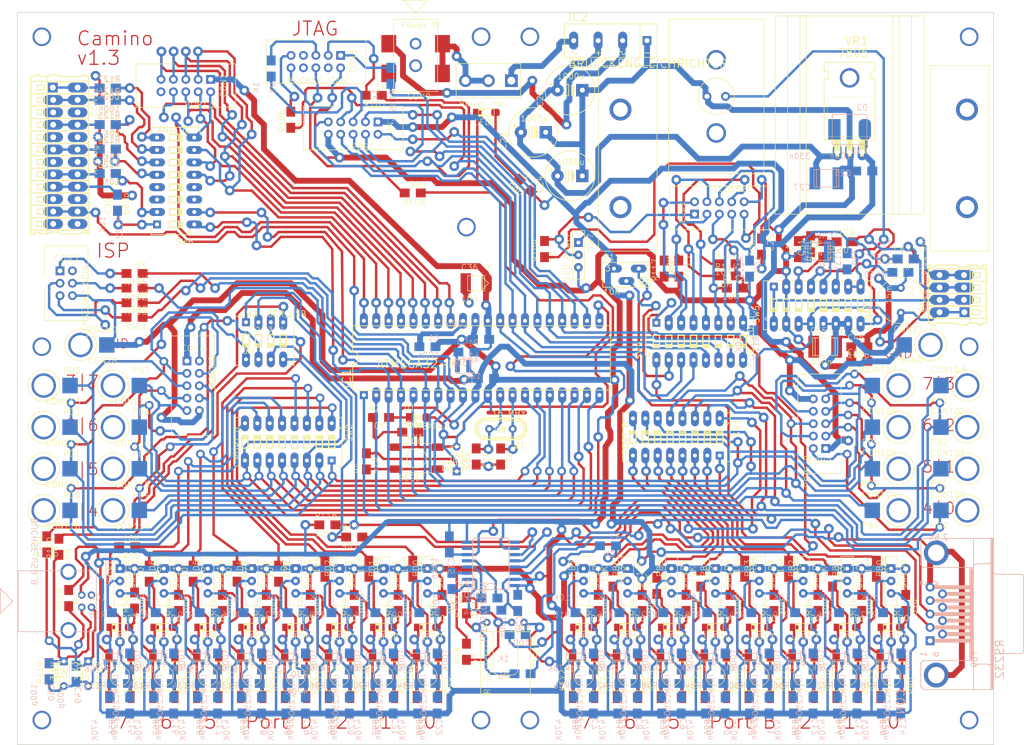
<source format=kicad_pcb>
(kicad_pcb (version 20171130) (host pcbnew "(5.0.0-rc2-dev-347-g62c5a706d)")

  (general
    (thickness 1.6)
    (drawings 59)
    (tracks 4264)
    (zones 0)
    (modules 306)
    (nets 242)
  )

  (page A4)
  (layers
    (0 Top signal)
    (31 Bottom signal)
    (32 B.Adhes user)
    (33 F.Adhes user)
    (34 B.Paste user)
    (35 F.Paste user)
    (36 B.SilkS user)
    (37 F.SilkS user)
    (38 B.Mask user)
    (39 F.Mask user)
    (40 Dwgs.User user)
    (41 Cmts.User user)
    (42 Eco1.User user)
    (43 Eco2.User user)
    (44 Edge.Cuts user)
    (45 Margin user)
    (46 B.CrtYd user)
    (47 F.CrtYd user)
    (48 B.Fab user)
    (49 F.Fab user)
  )

  (setup
    (last_trace_width 0.25)
    (trace_clearance 0.2)
    (zone_clearance 0.508)
    (zone_45_only no)
    (trace_min 0.2)
    (segment_width 0.2)
    (edge_width 0.15)
    (via_size 0.8)
    (via_drill 0.4)
    (via_min_size 0.4)
    (via_min_drill 0.3)
    (uvia_size 0.3)
    (uvia_drill 0.1)
    (uvias_allowed no)
    (uvia_min_size 0.2)
    (uvia_min_drill 0.1)
    (pcb_text_width 0.3)
    (pcb_text_size 1.5 1.5)
    (mod_edge_width 0.15)
    (mod_text_size 1 1)
    (mod_text_width 0.15)
    (pad_size 1.524 1.524)
    (pad_drill 0.762)
    (pad_to_mask_clearance 0.2)
    (aux_axis_origin 0 0)
    (visible_elements FFFFFF7F)
    (pcbplotparams
      (layerselection 0x010fc_ffffffff)
      (usegerberextensions false)
      (usegerberattributes false)
      (usegerberadvancedattributes false)
      (creategerberjobfile false)
      (excludeedgelayer true)
      (linewidth 0.100000)
      (plotframeref false)
      (viasonmask false)
      (mode 1)
      (useauxorigin false)
      (hpglpennumber 1)
      (hpglpenspeed 20)
      (hpglpendiameter 15)
      (psnegative false)
      (psa4output false)
      (plotreference true)
      (plotvalue true)
      (plotinvisibletext false)
      (padsonsilk false)
      (subtractmaskfromsilk false)
      (outputformat 1)
      (mirror false)
      (drillshape 1)
      (scaleselection 1)
      (outputdirectory ""))
  )

  (net 0 "")
  (net 1 VCC)
  (net 2 GND)
  (net 3 AVCC)
  (net 4 N$65)
  (net 5 N$29)
  (net 6 N$60)
  (net 7 N$83)
  (net 8 N$90)
  (net 9 N$96)
  (net 10 N$102)
  (net 11 N$108)
  (net 12 N$114)
  (net 13 N$120)
  (net 14 N$126)
  (net 15 N$132)
  (net 16 "Net-(CON1-PadP$2)")
  (net 17 "Net-(CON1-PadP$3)")
  (net 18 "Net-(CON1-PadP$4)")
  (net 19 "Net-(CON1-PadP$5)")
  (net 20 "Net-(CON1-PadP$6)")
  (net 21 "Net-(CON1-PadP$7)")
  (net 22 "Net-(CON1-PadP$8)")
  (net 23 "Net-(CON1-PadP$9)")
  (net 24 "Net-(C1-Pad2)")
  (net 25 "Net-(CON3-PadP$9)")
  (net 26 "Net-(CON3-PadP$8)")
  (net 27 "Net-(CON3-PadP$7)")
  (net 28 "Net-(CON3-PadP$6)")
  (net 29 "Net-(CON3-PadP$5)")
  (net 30 "Net-(CON3-PadP$4)")
  (net 31 "Net-(CON3-PadP$3)")
  (net 32 "Net-(CON3-PadP$2)")
  (net 33 "Net-(CON117-PadPAD)")
  (net 34 "Net-(CON116-PadPAD)")
  (net 35 "Net-(CON115-PadPAD)")
  (net 36 "Net-(CON114-PadPAD)")
  (net 37 "Net-(CON113-PadPAD)")
  (net 38 "Net-(CON112-PadPAD)")
  (net 39 "Net-(CON111-PadPAD)")
  (net 40 "Net-(CON110-PadPAD)")
  (net 41 "Net-(C6-Pad2)")
  (net 42 "Net-(C5-Pad2)")
  (net 43 /RESET)
  (net 44 "Net-(CON107-PadPAD)")
  (net 45 "Net-(CON106-PadPAD)")
  (net 46 "Net-(CON105-PadPAD)")
  (net 47 "Net-(CON104-PadPAD)")
  (net 48 "Net-(CON10-PadA4)")
  (net 49 "Net-(CON102-PadPAD)")
  (net 50 "Net-(CON101-PadPAD)")
  (net 51 "Net-(CON100-PadPAD)")
  (net 52 "Net-(L1-PadP$1)")
  (net 53 "Net-(KEY1-PadP$3)")
  (net 54 "Net-(LED1-PadA)")
  (net 55 "Net-(R7-Pad1)")
  (net 56 "Net-(C7-Pad2)")
  (net 57 "Net-(R36-Pad1)")
  (net 58 "Net-(KEY2-PadP$3)")
  (net 59 "Net-(R10-Pad1)")
  (net 60 "Net-(LED1-PadK)")
  (net 61 "Net-(LED16-PadA)")
  (net 62 "Net-(R13-Pad1)")
  (net 63 "Net-(C8-Pad2)")
  (net 64 "Net-(R14-Pad2)")
  (net 65 "Net-(KEY3-PadP$3)")
  (net 66 "Net-(R16-Pad1)")
  (net 67 "Net-(LED16-PadK)")
  (net 68 "Net-(LED15-PadA)")
  (net 69 "Net-(R19-Pad1)")
  (net 70 "Net-(C9-Pad2)")
  (net 71 "Net-(R20-Pad2)")
  (net 72 "Net-(KEY4-PadP$3)")
  (net 73 "Net-(R22-Pad1)")
  (net 74 "Net-(LED15-PadK)")
  (net 75 "Net-(LED14-PadA)")
  (net 76 "Net-(R25-Pad1)")
  (net 77 "Net-(C10-Pad2)")
  (net 78 "Net-(R26-Pad2)")
  (net 79 "Net-(KEY5-PadP$3)")
  (net 80 "Net-(R28-Pad1)")
  (net 81 "Net-(LED14-PadK)")
  (net 82 "Net-(LED13-PadA)")
  (net 83 "Net-(R31-Pad1)")
  (net 84 "Net-(C11-Pad2)")
  (net 85 "Net-(R32-Pad2)")
  (net 86 "Net-(KEY6-PadP$3)")
  (net 87 "Net-(R34-Pad1)")
  (net 88 "Net-(LED13-PadK)")
  (net 89 "Net-(LED12-PadA)")
  (net 90 "Net-(R37-Pad1)")
  (net 91 "Net-(C12-Pad2)")
  (net 92 "Net-(R38-Pad2)")
  (net 93 "Net-(KEY7-PadP$3)")
  (net 94 "Net-(R40-Pad1)")
  (net 95 "Net-(LED12-PadK)")
  (net 96 "Net-(LED11-PadA)")
  (net 97 "Net-(R43-Pad1)")
  (net 98 "Net-(C13-Pad2)")
  (net 99 "Net-(R44-Pad2)")
  (net 100 "Net-(KEY8-PadP$3)")
  (net 101 "Net-(R46-Pad1)")
  (net 102 "Net-(LED11-PadK)")
  (net 103 "Net-(LED10-PadA)")
  (net 104 "Net-(R49-Pad1)")
  (net 105 "Net-(C14-Pad2)")
  (net 106 "Net-(R50-Pad2)")
  (net 107 "Net-(KEY9-PadP$3)")
  (net 108 "Net-(R52-Pad1)")
  (net 109 "Net-(LED10-PadK)")
  (net 110 "Net-(LED2-PadA)")
  (net 111 "Net-(R55-Pad1)")
  (net 112 "Net-(C15-Pad2)")
  (net 113 "Net-(R136-Pad1)")
  (net 114 "Net-(KEY10-PadP$3)")
  (net 115 "Net-(R58-Pad1)")
  (net 116 "Net-(LED2-PadK)")
  (net 117 "Net-(LED3-PadA)")
  (net 118 "Net-(R61-Pad1)")
  (net 119 "Net-(C16-Pad2)")
  (net 120 "Net-(R135-Pad1)")
  (net 121 "Net-(KEY11-PadP$3)")
  (net 122 "Net-(R64-Pad1)")
  (net 123 "Net-(LED3-PadK)")
  (net 124 "Net-(LED4-PadA)")
  (net 125 "Net-(R67-Pad1)")
  (net 126 "Net-(C17-Pad2)")
  (net 127 "Net-(R134-Pad1)")
  (net 128 "Net-(KEY12-PadP$3)")
  (net 129 "Net-(R70-Pad1)")
  (net 130 "Net-(LED4-PadK)")
  (net 131 "Net-(LED5-PadA)")
  (net 132 "Net-(R73-Pad1)")
  (net 133 "Net-(C18-Pad2)")
  (net 134 "Net-(R133-Pad1)")
  (net 135 "Net-(KEY13-PadP$3)")
  (net 136 "Net-(R76-Pad1)")
  (net 137 "Net-(LED5-PadK)")
  (net 138 "Net-(LED6-PadA)")
  (net 139 "Net-(R79-Pad1)")
  (net 140 "Net-(C19-Pad2)")
  (net 141 "Net-(R30-Pad2)")
  (net 142 "Net-(KEY14-PadP$3)")
  (net 143 "Net-(R82-Pad1)")
  (net 144 "Net-(LED6-PadK)")
  (net 145 "Net-(LED7-PadA)")
  (net 146 "Net-(R85-Pad1)")
  (net 147 "Net-(C20-Pad2)")
  (net 148 "Net-(R86-Pad2)")
  (net 149 "Net-(KEY15-PadP$3)")
  (net 150 "Net-(R88-Pad1)")
  (net 151 "Net-(LED7-PadK)")
  (net 152 "Net-(LED8-PadA)")
  (net 153 "Net-(R91-Pad1)")
  (net 154 "Net-(C21-Pad2)")
  (net 155 "Net-(R90-Pad1)")
  (net 156 "Net-(KEY16-PadP$3)")
  (net 157 "Net-(R94-Pad1)")
  (net 158 "Net-(LED8-PadK)")
  (net 159 "Net-(LED9-PadA)")
  (net 160 "Net-(R97-Pad1)")
  (net 161 "Net-(C22-Pad2)")
  (net 162 "Net-(R84-Pad1)")
  (net 163 "Net-(KEY17-PadP$3)")
  (net 164 "Net-(R100-Pad1)")
  (net 165 "Net-(LED9-PadK)")
  (net 166 "Net-(CON9-PadKONTAKT)")
  (net 167 "Net-(CON9-PadSTIFT_A)")
  (net 168 "Net-(CON9-PadFEDER)")
  (net 169 "Net-(C23-Pad+)")
  (net 170 "Net-(IC2-PadAC1)")
  (net 171 "Net-(CON5-PadP$5)")
  (net 172 "Net-(CON5-PadP$4)")
  (net 173 "Net-(CON5-PadP$3)")
  (net 174 "Net-(CON5-PadP$1)")
  (net 175 "Net-(CON6-PadP$5)")
  (net 176 "Net-(CON6-PadP$1)")
  (net 177 "Net-(CON6-PadP$9)")
  (net 178 "Net-(CON6-PadP$3)")
  (net 179 "Net-(CON6-PadP$6)")
  (net 180 "Net-(CON7-Pad9)")
  (net 181 "Net-(CON7-Pad8)")
  (net 182 "Net-(CON7-Pad7)")
  (net 183 "Net-(CON7-Pad6)")
  (net 184 "Net-(CON7-Pad4)")
  (net 185 "Net-(CON7-Pad3)")
  (net 186 "Net-(CON7-Pad2)")
  (net 187 "Net-(CON7-Pad1)")
  (net 188 "Net-(LCD1-PadVCC)")
  (net 189 "Net-(LCD1-PadVLED)")
  (net 190 "Net-(P1-PadS)")
  (net 191 "Net-(C35-Pad1)")
  (net 192 "Net-(LCD1-PadDB0)")
  (net 193 "Net-(LCD1-PadDB1)")
  (net 194 "Net-(LCD1-PadDB2)")
  (net 195 "Net-(LCD1-PadDB3)")
  (net 196 "Net-(LCD1-PadE)")
  (net 197 "Net-(LCD1-PadRS)")
  (net 198 "Net-(IC3-Pad11)")
  (net 199 "Net-(LCD1-PadVCON)")
  (net 200 "Net-(C49-Pad2)")
  (net 201 "Net-(CON8-PadVBUS)")
  (net 202 "Net-(C50-Pad2)")
  (net 203 "Net-(R120-Pad2)")
  (net 204 "Net-(R121-Pad2)")
  (net 205 "Net-(CON11-PadA9)")
  (net 206 "Net-(CON11-PadA8)")
  (net 207 "Net-(CON11-PadA6)")
  (net 208 "Net-(CON11-PadA4)")
  (net 209 "Net-(CON11-PadA2)")
  (net 210 "Net-(CON11-PadA1)")
  (net 211 "Net-(C39-Pad1)")
  (net 212 "Net-(C40-Pad1)")
  (net 213 "Net-(C37-Pad1)")
  (net 214 "Net-(C38-Pad1)")
  (net 215 "Net-(C31-Pad1)")
  (net 216 "Net-(C30-Pad1)")
  (net 217 "Net-(R128-Pad1)")
  (net 218 "Net-(R130-Pad1)")
  (net 219 "Net-(C46-Pad2)")
  (net 220 "Net-(R131-Pad2)")
  (net 221 "Net-(SPK1-Pad2)")
  (net 222 "Net-(C42-Pad2)")
  (net 223 "Net-(C44-Pad1)")
  (net 224 "Net-(C41-Pad2)")
  (net 225 "Net-(C44-Pad2)")
  (net 226 "Net-(R132-Pad1)")
  (net 227 "Net-(R132-Pad2)")
  (net 228 "Net-(R6-Pad2)")
  (net 229 "Net-(R12-Pad1)")
  (net 230 "Net-(IC3-Pad12)")
  (net 231 "Net-(LED17-PadA)")
  (net 232 "Net-(IC3-Pad9)")
  (net 233 "Net-(IC3-Pad7)")
  (net 234 "Net-(C33-Pad2)")
  (net 235 "Net-(C33-Pad1)")
  (net 236 "Net-(C32-Pad2)")
  (net 237 "Net-(C34-Pad1)")
  (net 238 "Net-(C32-Pad1)")
  (net 239 "Net-(CON5-PadP$2)")
  (net 240 "Net-(CON6-PadP$8)")
  (net 241 "Net-(CON6-PadP$4)")

  (net_class Default "Dies ist die voreingestellte Netzklasse."
    (clearance 0.2)
    (trace_width 0.25)
    (via_dia 0.8)
    (via_drill 0.4)
    (uvia_dia 0.3)
    (uvia_drill 0.1)
    (add_net /RESET)
    (add_net AVCC)
    (add_net GND)
    (add_net N$102)
    (add_net N$108)
    (add_net N$114)
    (add_net N$120)
    (add_net N$126)
    (add_net N$132)
    (add_net N$155)
    (add_net N$29)
    (add_net N$60)
    (add_net N$65)
    (add_net N$83)
    (add_net N$90)
    (add_net N$96)
    (add_net "Net-(C1-Pad2)")
    (add_net "Net-(C10-Pad2)")
    (add_net "Net-(C11-Pad2)")
    (add_net "Net-(C12-Pad2)")
    (add_net "Net-(C13-Pad2)")
    (add_net "Net-(C14-Pad2)")
    (add_net "Net-(C15-Pad2)")
    (add_net "Net-(C16-Pad2)")
    (add_net "Net-(C17-Pad2)")
    (add_net "Net-(C18-Pad2)")
    (add_net "Net-(C19-Pad2)")
    (add_net "Net-(C20-Pad2)")
    (add_net "Net-(C21-Pad2)")
    (add_net "Net-(C22-Pad2)")
    (add_net "Net-(C23-Pad+)")
    (add_net "Net-(C30-Pad1)")
    (add_net "Net-(C31-Pad1)")
    (add_net "Net-(C32-Pad1)")
    (add_net "Net-(C32-Pad2)")
    (add_net "Net-(C33-Pad1)")
    (add_net "Net-(C33-Pad2)")
    (add_net "Net-(C34-Pad1)")
    (add_net "Net-(C35-Pad1)")
    (add_net "Net-(C37-Pad1)")
    (add_net "Net-(C38-Pad1)")
    (add_net "Net-(C39-Pad1)")
    (add_net "Net-(C40-Pad1)")
    (add_net "Net-(C41-Pad2)")
    (add_net "Net-(C42-Pad2)")
    (add_net "Net-(C44-Pad1)")
    (add_net "Net-(C44-Pad2)")
    (add_net "Net-(C46-Pad2)")
    (add_net "Net-(C49-Pad2)")
    (add_net "Net-(C5-Pad2)")
    (add_net "Net-(C50-Pad2)")
    (add_net "Net-(C6-Pad2)")
    (add_net "Net-(C7-Pad2)")
    (add_net "Net-(C8-Pad2)")
    (add_net "Net-(C9-Pad2)")
    (add_net "Net-(CON1-PadP$2)")
    (add_net "Net-(CON1-PadP$3)")
    (add_net "Net-(CON1-PadP$4)")
    (add_net "Net-(CON1-PadP$5)")
    (add_net "Net-(CON1-PadP$6)")
    (add_net "Net-(CON1-PadP$7)")
    (add_net "Net-(CON1-PadP$8)")
    (add_net "Net-(CON1-PadP$9)")
    (add_net "Net-(CON10-PadA4)")
    (add_net "Net-(CON100-PadPAD)")
    (add_net "Net-(CON101-PadPAD)")
    (add_net "Net-(CON102-PadPAD)")
    (add_net "Net-(CON104-PadPAD)")
    (add_net "Net-(CON105-PadPAD)")
    (add_net "Net-(CON106-PadPAD)")
    (add_net "Net-(CON107-PadPAD)")
    (add_net "Net-(CON11-PadA1)")
    (add_net "Net-(CON11-PadA2)")
    (add_net "Net-(CON11-PadA4)")
    (add_net "Net-(CON11-PadA6)")
    (add_net "Net-(CON11-PadA8)")
    (add_net "Net-(CON11-PadA9)")
    (add_net "Net-(CON110-PadPAD)")
    (add_net "Net-(CON111-PadPAD)")
    (add_net "Net-(CON112-PadPAD)")
    (add_net "Net-(CON113-PadPAD)")
    (add_net "Net-(CON114-PadPAD)")
    (add_net "Net-(CON115-PadPAD)")
    (add_net "Net-(CON116-PadPAD)")
    (add_net "Net-(CON117-PadPAD)")
    (add_net "Net-(CON3-PadP$2)")
    (add_net "Net-(CON3-PadP$3)")
    (add_net "Net-(CON3-PadP$4)")
    (add_net "Net-(CON3-PadP$5)")
    (add_net "Net-(CON3-PadP$6)")
    (add_net "Net-(CON3-PadP$7)")
    (add_net "Net-(CON3-PadP$8)")
    (add_net "Net-(CON3-PadP$9)")
    (add_net "Net-(CON5-PadP$1)")
    (add_net "Net-(CON5-PadP$2)")
    (add_net "Net-(CON5-PadP$3)")
    (add_net "Net-(CON5-PadP$4)")
    (add_net "Net-(CON5-PadP$5)")
    (add_net "Net-(CON6-PadP$1)")
    (add_net "Net-(CON6-PadP$3)")
    (add_net "Net-(CON6-PadP$4)")
    (add_net "Net-(CON6-PadP$5)")
    (add_net "Net-(CON6-PadP$6)")
    (add_net "Net-(CON6-PadP$8)")
    (add_net "Net-(CON6-PadP$9)")
    (add_net "Net-(CON7-Pad1)")
    (add_net "Net-(CON7-Pad2)")
    (add_net "Net-(CON7-Pad3)")
    (add_net "Net-(CON7-Pad4)")
    (add_net "Net-(CON7-Pad6)")
    (add_net "Net-(CON7-Pad7)")
    (add_net "Net-(CON7-Pad8)")
    (add_net "Net-(CON7-Pad9)")
    (add_net "Net-(CON8-PadVBUS)")
    (add_net "Net-(CON9-PadFEDER)")
    (add_net "Net-(CON9-PadKONTAKT)")
    (add_net "Net-(CON9-PadSTIFT_A)")
    (add_net "Net-(IC2-PadAC1)")
    (add_net "Net-(IC3-Pad11)")
    (add_net "Net-(IC3-Pad12)")
    (add_net "Net-(IC3-Pad7)")
    (add_net "Net-(IC3-Pad9)")
    (add_net "Net-(KEY1-PadP$3)")
    (add_net "Net-(KEY10-PadP$3)")
    (add_net "Net-(KEY11-PadP$3)")
    (add_net "Net-(KEY12-PadP$3)")
    (add_net "Net-(KEY13-PadP$3)")
    (add_net "Net-(KEY14-PadP$3)")
    (add_net "Net-(KEY15-PadP$3)")
    (add_net "Net-(KEY16-PadP$3)")
    (add_net "Net-(KEY17-PadP$3)")
    (add_net "Net-(KEY2-PadP$3)")
    (add_net "Net-(KEY3-PadP$3)")
    (add_net "Net-(KEY4-PadP$3)")
    (add_net "Net-(KEY5-PadP$3)")
    (add_net "Net-(KEY6-PadP$3)")
    (add_net "Net-(KEY7-PadP$3)")
    (add_net "Net-(KEY8-PadP$3)")
    (add_net "Net-(KEY9-PadP$3)")
    (add_net "Net-(L1-PadP$1)")
    (add_net "Net-(LCD1-PadDB0)")
    (add_net "Net-(LCD1-PadDB1)")
    (add_net "Net-(LCD1-PadDB2)")
    (add_net "Net-(LCD1-PadDB3)")
    (add_net "Net-(LCD1-PadE)")
    (add_net "Net-(LCD1-PadRS)")
    (add_net "Net-(LCD1-PadVCC)")
    (add_net "Net-(LCD1-PadVCON)")
    (add_net "Net-(LCD1-PadVLED)")
    (add_net "Net-(LED1-PadA)")
    (add_net "Net-(LED1-PadK)")
    (add_net "Net-(LED10-PadA)")
    (add_net "Net-(LED10-PadK)")
    (add_net "Net-(LED11-PadA)")
    (add_net "Net-(LED11-PadK)")
    (add_net "Net-(LED12-PadA)")
    (add_net "Net-(LED12-PadK)")
    (add_net "Net-(LED13-PadA)")
    (add_net "Net-(LED13-PadK)")
    (add_net "Net-(LED14-PadA)")
    (add_net "Net-(LED14-PadK)")
    (add_net "Net-(LED15-PadA)")
    (add_net "Net-(LED15-PadK)")
    (add_net "Net-(LED16-PadA)")
    (add_net "Net-(LED16-PadK)")
    (add_net "Net-(LED17-PadA)")
    (add_net "Net-(LED2-PadA)")
    (add_net "Net-(LED2-PadK)")
    (add_net "Net-(LED3-PadA)")
    (add_net "Net-(LED3-PadK)")
    (add_net "Net-(LED4-PadA)")
    (add_net "Net-(LED4-PadK)")
    (add_net "Net-(LED5-PadA)")
    (add_net "Net-(LED5-PadK)")
    (add_net "Net-(LED6-PadA)")
    (add_net "Net-(LED6-PadK)")
    (add_net "Net-(LED7-PadA)")
    (add_net "Net-(LED7-PadK)")
    (add_net "Net-(LED8-PadA)")
    (add_net "Net-(LED8-PadK)")
    (add_net "Net-(LED9-PadA)")
    (add_net "Net-(LED9-PadK)")
    (add_net "Net-(P1-PadS)")
    (add_net "Net-(R10-Pad1)")
    (add_net "Net-(R100-Pad1)")
    (add_net "Net-(R12-Pad1)")
    (add_net "Net-(R120-Pad2)")
    (add_net "Net-(R121-Pad2)")
    (add_net "Net-(R128-Pad1)")
    (add_net "Net-(R13-Pad1)")
    (add_net "Net-(R130-Pad1)")
    (add_net "Net-(R131-Pad2)")
    (add_net "Net-(R132-Pad1)")
    (add_net "Net-(R132-Pad2)")
    (add_net "Net-(R133-Pad1)")
    (add_net "Net-(R134-Pad1)")
    (add_net "Net-(R135-Pad1)")
    (add_net "Net-(R136-Pad1)")
    (add_net "Net-(R14-Pad2)")
    (add_net "Net-(R16-Pad1)")
    (add_net "Net-(R19-Pad1)")
    (add_net "Net-(R20-Pad2)")
    (add_net "Net-(R22-Pad1)")
    (add_net "Net-(R25-Pad1)")
    (add_net "Net-(R26-Pad2)")
    (add_net "Net-(R28-Pad1)")
    (add_net "Net-(R30-Pad2)")
    (add_net "Net-(R31-Pad1)")
    (add_net "Net-(R32-Pad2)")
    (add_net "Net-(R34-Pad1)")
    (add_net "Net-(R36-Pad1)")
    (add_net "Net-(R37-Pad1)")
    (add_net "Net-(R38-Pad2)")
    (add_net "Net-(R40-Pad1)")
    (add_net "Net-(R43-Pad1)")
    (add_net "Net-(R44-Pad2)")
    (add_net "Net-(R46-Pad1)")
    (add_net "Net-(R49-Pad1)")
    (add_net "Net-(R50-Pad2)")
    (add_net "Net-(R52-Pad1)")
    (add_net "Net-(R55-Pad1)")
    (add_net "Net-(R58-Pad1)")
    (add_net "Net-(R6-Pad2)")
    (add_net "Net-(R61-Pad1)")
    (add_net "Net-(R64-Pad1)")
    (add_net "Net-(R67-Pad1)")
    (add_net "Net-(R7-Pad1)")
    (add_net "Net-(R70-Pad1)")
    (add_net "Net-(R73-Pad1)")
    (add_net "Net-(R76-Pad1)")
    (add_net "Net-(R79-Pad1)")
    (add_net "Net-(R82-Pad1)")
    (add_net "Net-(R84-Pad1)")
    (add_net "Net-(R85-Pad1)")
    (add_net "Net-(R86-Pad2)")
    (add_net "Net-(R88-Pad1)")
    (add_net "Net-(R90-Pad1)")
    (add_net "Net-(R91-Pad1)")
    (add_net "Net-(R94-Pad1)")
    (add_net "Net-(R97-Pad1)")
    (add_net "Net-(SPK1-Pad2)")
    (add_net VCC)
  )

  (module camino:DIL40 (layer Top) (tedit 0) (tstamp 5AC0FCCF)
    (at 143.6111 100.8136)
    (descr "<B>Dual In Line</B>")
    (path /22F7723E)
    (fp_text reference IC1 (at -26.67 6.35 90) (layer F.SilkS)
      (effects (font (size 1.6891 1.6891) (thickness 0.1778)) (justify left bottom))
    )
    (fp_text value ATMEGA32-P (at -21.59 2.2352) (layer F.SilkS)
      (effects (font (size 1.6891 1.6891) (thickness 0.1778)) (justify left bottom))
    )
    (fp_line (start 22.225 -5.715) (end 8.89 -5.715) (layer Dwgs.User) (width 0.127))
    (fp_line (start 22.225 5.715) (end 22.225 -5.715) (layer Dwgs.User) (width 0.127))
    (fp_line (start 8.89 5.715) (end 22.225 5.715) (layer Dwgs.User) (width 0.127))
    (fp_line (start 8.89 -5.715) (end 8.89 5.715) (layer Dwgs.User) (width 0.127))
    (fp_line (start 6.35 -5.715) (end -6.35 -5.715) (layer Dwgs.User) (width 0.127))
    (fp_line (start 6.35 5.715) (end 6.35 -5.715) (layer Dwgs.User) (width 0.127))
    (fp_line (start -6.35 5.715) (end 6.35 5.715) (layer Dwgs.User) (width 0.127))
    (fp_line (start -6.35 -5.715) (end -6.35 5.715) (layer Dwgs.User) (width 0.127))
    (fp_line (start -8.89 -5.715) (end -22.225 -5.715) (layer Dwgs.User) (width 0.127))
    (fp_line (start -8.89 5.715) (end -8.89 -5.715) (layer Dwgs.User) (width 0.127))
    (fp_line (start -22.225 5.715) (end -8.89 5.715) (layer Dwgs.User) (width 0.127))
    (fp_line (start -22.225 -5.715) (end -22.225 5.715) (layer Dwgs.User) (width 0.127))
    (fp_line (start 25.4 -9.525) (end -25.4 -9.525) (layer Dwgs.User) (width 0.127))
    (fp_line (start 25.4 9.525) (end 25.4 -9.525) (layer Dwgs.User) (width 0.127))
    (fp_line (start -25.4 9.525) (end 25.4 9.525) (layer Dwgs.User) (width 0.127))
    (fp_line (start -25.4 -9.525) (end -25.4 9.525) (layer Dwgs.User) (width 0.127))
    (fp_line (start -26.416 6.604) (end 26.416 6.604) (layer F.SilkS) (width 0.1524))
    (fp_line (start -26.416 -6.604) (end 26.416 -6.604) (layer F.SilkS) (width 0.1524))
    (fp_line (start -26.416 -6.604) (end -26.416 -1.27) (layer F.SilkS) (width 0.1524))
    (fp_line (start 26.416 6.604) (end 26.416 -6.604) (layer F.SilkS) (width 0.1524))
    (fp_arc (start -26.416 0) (end -26.416 -1.27) (angle 180) (layer F.SilkS) (width 0.1524))
    (fp_line (start -26.416 1.27) (end -26.416 6.604) (layer F.SilkS) (width 0.1524))
    (pad 40 thru_hole oval (at -24.13 -7.62 90) (size 3.2256 1.6128) (drill 0.8128) (layers *.Cu *.Mask)
      (net 16 "Net-(CON1-PadP$2)") (solder_mask_margin 0.1016))
    (pad 39 thru_hole oval (at -21.59 -7.62 90) (size 3.2256 1.6128) (drill 0.8128) (layers *.Cu *.Mask)
      (net 17 "Net-(CON1-PadP$3)") (solder_mask_margin 0.1016))
    (pad 38 thru_hole oval (at -19.05 -7.62 90) (size 3.2256 1.6128) (drill 0.8128) (layers *.Cu *.Mask)
      (net 18 "Net-(CON1-PadP$4)") (solder_mask_margin 0.1016))
    (pad 37 thru_hole oval (at -16.51 -7.62 90) (size 3.2256 1.6128) (drill 0.8128) (layers *.Cu *.Mask)
      (net 19 "Net-(CON1-PadP$5)") (solder_mask_margin 0.1016))
    (pad 36 thru_hole oval (at -13.97 -7.62 90) (size 3.2256 1.6128) (drill 0.8128) (layers *.Cu *.Mask)
      (net 20 "Net-(CON1-PadP$6)") (solder_mask_margin 0.1016))
    (pad 35 thru_hole oval (at -11.43 -7.62 90) (size 3.2256 1.6128) (drill 0.8128) (layers *.Cu *.Mask)
      (net 21 "Net-(CON1-PadP$7)") (solder_mask_margin 0.1016))
    (pad 34 thru_hole oval (at -8.89 -7.62 90) (size 3.2256 1.6128) (drill 0.8128) (layers *.Cu *.Mask)
      (net 22 "Net-(CON1-PadP$8)") (solder_mask_margin 0.1016))
    (pad 33 thru_hole oval (at -6.35 -7.62 90) (size 3.2256 1.6128) (drill 0.8128) (layers *.Cu *.Mask)
      (net 23 "Net-(CON1-PadP$9)") (solder_mask_margin 0.1016))
    (pad 32 thru_hole oval (at -3.81 -7.62 90) (size 3.2256 1.6128) (drill 0.8128) (layers *.Cu *.Mask)
      (net 24 "Net-(C1-Pad2)") (solder_mask_margin 0.1016))
    (pad 31 thru_hole oval (at -1.27 -7.62 90) (size 3.2256 1.6128) (drill 0.8128) (layers *.Cu *.Mask)
      (net 2 GND) (solder_mask_margin 0.1016))
    (pad 30 thru_hole oval (at 1.27 -7.62 90) (size 3.2256 1.6128) (drill 0.8128) (layers *.Cu *.Mask)
      (net 3 AVCC) (solder_mask_margin 0.1016))
    (pad 29 thru_hole oval (at 3.81 -7.62 90) (size 3.2256 1.6128) (drill 0.8128) (layers *.Cu *.Mask)
      (net 25 "Net-(CON3-PadP$9)") (solder_mask_margin 0.1016))
    (pad 28 thru_hole oval (at 6.35 -7.62 90) (size 3.2256 1.6128) (drill 0.8128) (layers *.Cu *.Mask)
      (net 26 "Net-(CON3-PadP$8)") (solder_mask_margin 0.1016))
    (pad 27 thru_hole oval (at 8.89 -7.62 90) (size 3.2256 1.6128) (drill 0.8128) (layers *.Cu *.Mask)
      (net 27 "Net-(CON3-PadP$7)") (solder_mask_margin 0.1016))
    (pad 26 thru_hole oval (at 11.43 -7.62 90) (size 3.2256 1.6128) (drill 0.8128) (layers *.Cu *.Mask)
      (net 28 "Net-(CON3-PadP$6)") (solder_mask_margin 0.1016))
    (pad 25 thru_hole oval (at 13.97 -7.62 90) (size 3.2256 1.6128) (drill 0.8128) (layers *.Cu *.Mask)
      (net 29 "Net-(CON3-PadP$5)") (solder_mask_margin 0.1016))
    (pad 24 thru_hole oval (at 16.51 -7.62 90) (size 3.2256 1.6128) (drill 0.8128) (layers *.Cu *.Mask)
      (net 30 "Net-(CON3-PadP$4)") (solder_mask_margin 0.1016))
    (pad 23 thru_hole oval (at 19.05 -7.62 90) (size 3.2256 1.6128) (drill 0.8128) (layers *.Cu *.Mask)
      (net 31 "Net-(CON3-PadP$3)") (solder_mask_margin 0.1016))
    (pad 22 thru_hole oval (at 21.59 -7.62 90) (size 3.2256 1.6128) (drill 0.8128) (layers *.Cu *.Mask)
      (net 32 "Net-(CON3-PadP$2)") (solder_mask_margin 0.1016))
    (pad 21 thru_hole oval (at 24.13 -7.62 90) (size 3.2256 1.6128) (drill 0.8128) (layers *.Cu *.Mask)
      (net 33 "Net-(CON117-PadPAD)") (solder_mask_margin 0.1016))
    (pad 20 thru_hole oval (at 24.13 7.62 90) (size 3.2256 1.6128) (drill 0.8128) (layers *.Cu *.Mask)
      (net 34 "Net-(CON116-PadPAD)") (solder_mask_margin 0.1016))
    (pad 19 thru_hole oval (at 21.59 7.62 90) (size 3.2256 1.6128) (drill 0.8128) (layers *.Cu *.Mask)
      (net 35 "Net-(CON115-PadPAD)") (solder_mask_margin 0.1016))
    (pad 18 thru_hole oval (at 19.05 7.62 90) (size 3.2256 1.6128) (drill 0.8128) (layers *.Cu *.Mask)
      (net 36 "Net-(CON114-PadPAD)") (solder_mask_margin 0.1016))
    (pad 17 thru_hole oval (at 16.51 7.62 90) (size 3.2256 1.6128) (drill 0.8128) (layers *.Cu *.Mask)
      (net 37 "Net-(CON113-PadPAD)") (solder_mask_margin 0.1016))
    (pad 16 thru_hole oval (at 13.97 7.62 90) (size 3.2256 1.6128) (drill 0.8128) (layers *.Cu *.Mask)
      (net 38 "Net-(CON112-PadPAD)") (solder_mask_margin 0.1016))
    (pad 15 thru_hole oval (at 11.43 7.62 90) (size 3.2256 1.6128) (drill 0.8128) (layers *.Cu *.Mask)
      (net 39 "Net-(CON111-PadPAD)") (solder_mask_margin 0.1016))
    (pad 14 thru_hole oval (at 8.89 7.62 90) (size 3.2256 1.6128) (drill 0.8128) (layers *.Cu *.Mask)
      (net 40 "Net-(CON110-PadPAD)") (solder_mask_margin 0.1016))
    (pad 13 thru_hole oval (at 6.35 7.62 90) (size 3.2256 1.6128) (drill 0.8128) (layers *.Cu *.Mask)
      (net 41 "Net-(C6-Pad2)") (solder_mask_margin 0.1016))
    (pad 12 thru_hole oval (at 3.81 7.62 90) (size 3.2256 1.6128) (drill 0.8128) (layers *.Cu *.Mask)
      (net 42 "Net-(C5-Pad2)") (solder_mask_margin 0.1016))
    (pad 11 thru_hole oval (at 1.27 7.62 90) (size 3.2256 1.6128) (drill 0.8128) (layers *.Cu *.Mask)
      (net 2 GND) (solder_mask_margin 0.1016))
    (pad 10 thru_hole oval (at -1.27 7.62 90) (size 3.2256 1.6128) (drill 0.8128) (layers *.Cu *.Mask)
      (net 1 VCC) (solder_mask_margin 0.1016))
    (pad 9 thru_hole oval (at -3.81 7.62 90) (size 3.2256 1.6128) (drill 0.8128) (layers *.Cu *.Mask)
      (net 43 /RESET) (solder_mask_margin 0.1016))
    (pad 8 thru_hole oval (at -6.35 7.62 90) (size 3.2256 1.6128) (drill 0.8128) (layers *.Cu *.Mask)
      (net 44 "Net-(CON107-PadPAD)") (solder_mask_margin 0.1016))
    (pad 7 thru_hole oval (at -8.89 7.62 90) (size 3.2256 1.6128) (drill 0.8128) (layers *.Cu *.Mask)
      (net 45 "Net-(CON106-PadPAD)") (solder_mask_margin 0.1016))
    (pad 6 thru_hole oval (at -11.43 7.62 90) (size 3.2256 1.6128) (drill 0.8128) (layers *.Cu *.Mask)
      (net 46 "Net-(CON105-PadPAD)") (solder_mask_margin 0.1016))
    (pad 5 thru_hole oval (at -13.97 7.62 90) (size 3.2256 1.6128) (drill 0.8128) (layers *.Cu *.Mask)
      (net 47 "Net-(CON104-PadPAD)") (solder_mask_margin 0.1016))
    (pad 4 thru_hole oval (at -16.51 7.62 90) (size 3.2256 1.6128) (drill 0.8128) (layers *.Cu *.Mask)
      (net 48 "Net-(CON10-PadA4)") (solder_mask_margin 0.1016))
    (pad 3 thru_hole oval (at -19.05 7.62 90) (size 3.2256 1.6128) (drill 0.8128) (layers *.Cu *.Mask)
      (net 49 "Net-(CON102-PadPAD)") (solder_mask_margin 0.1016))
    (pad 2 thru_hole oval (at -21.59 7.62 90) (size 3.2256 1.6128) (drill 0.8128) (layers *.Cu *.Mask)
      (net 50 "Net-(CON101-PadPAD)") (solder_mask_margin 0.1016))
    (pad 1 thru_hole rect (at -24.13 7.62 90) (size 1.6128 1.6128) (drill 0.8128) (layers *.Cu *.Mask)
      (net 51 "Net-(CON100-PadPAD)") (solder_mask_margin 0.1016))
  )

  (module camino:KONDENSATOR_SMD_1206 (layer Bottom) (tedit 0) (tstamp 5AC0FD10)
    (at 132.5011 98.5036 180)
    (descr "<b>CAPACITOR</b><p>\nchip")
    (path /CA43AFB1)
    (fp_text reference C1 (at -2.54 1.143 180) (layer B.SilkS)
      (effects (font (size 1.2065 1.2065) (thickness 0.1016)) (justify left bottom mirror))
    )
    (fp_text value 100n (at -2.54 -2.413 180) (layer B.SilkS)
      (effects (font (size 1.2065 1.2065) (thickness 0.1016)) (justify left bottom mirror))
    )
    (fp_poly (pts (xy -0.1999 -0.4001) (xy 0.1999 -0.4001) (xy 0.1999 0.4001) (xy -0.1999 0.4001)) (layer B.Adhes) (width 0))
    (fp_poly (pts (xy 0.9517 -0.8491) (xy 1.7018 -0.8491) (xy 1.7018 0.8509) (xy 0.9517 0.8509)) (layer B.Fab) (width 0))
    (fp_poly (pts (xy -1.7018 -0.8509) (xy -0.9517 -0.8509) (xy -0.9517 0.8491) (xy -1.7018 0.8491)) (layer B.Fab) (width 0))
    (fp_line (start -0.965 -0.787) (end 0.965 -0.787) (layer B.Fab) (width 0.1016))
    (fp_line (start -0.965 0.787) (end 0.965 0.787) (layer B.Fab) (width 0.1016))
    (fp_line (start 2.8448 1.0541) (end 2.8448 -1.0541) (layer Dwgs.User) (width 0.0508))
    (fp_line (start -2.8448 -1.0541) (end -2.8448 1.0541) (layer Dwgs.User) (width 0.0508))
    (fp_line (start 2.8448 -1.0541) (end -2.8448 -1.0541) (layer Dwgs.User) (width 0.0508))
    (fp_line (start -2.8448 1.0541) (end 2.8448 1.0541) (layer Dwgs.User) (width 0.0508))
    (pad 2 smd rect (at 1.651 0 180) (size 2.032 1.8) (layers Bottom B.Paste B.Mask)
      (net 24 "Net-(C1-Pad2)") (solder_mask_margin 0.1016))
    (pad 1 smd rect (at -1.651 0 180) (size 2.032 1.8) (layers Bottom B.Paste B.Mask)
      (net 2 GND) (solder_mask_margin 0.1016))
  )

  (module camino:SPULE_SMD_1008 (layer Bottom) (tedit 0) (tstamp 5AC0FD1E)
    (at 139.8011 102.5036 270)
    (path /285CBD75)
    (fp_text reference L1 (at -1.397 -3.175 180) (layer B.SilkS)
      (effects (font (size 1.2065 1.2065) (thickness 0.1016)) (justify left bottom mirror))
    )
    (fp_text value 10u (at 2.667 -3.81 180) (layer B.SilkS)
      (effects (font (size 1.2065 1.2065) (thickness 0.1016)) (justify left bottom mirror))
    )
    (fp_line (start -1.6002 -1.5494) (end -1.6002 1.5494) (layer Dwgs.User) (width 0.127))
    (fp_line (start 1.6002 -1.5494) (end -1.6002 -1.5494) (layer Dwgs.User) (width 0.127))
    (fp_line (start 1.6002 1.5494) (end 1.6002 -1.5494) (layer Dwgs.User) (width 0.127))
    (fp_line (start -1.6002 1.5494) (end 1.6002 1.5494) (layer Dwgs.User) (width 0.127))
    (fp_line (start -1.45 -1.4) (end -1.45 1.4) (layer B.SilkS) (width 0.127))
    (fp_line (start 1.45 -1.4) (end -1.45 -1.4) (layer B.SilkS) (width 0.127))
    (fp_line (start 1.45 1.4) (end 1.45 -1.4) (layer B.SilkS) (width 0.127))
    (fp_line (start -1.45 1.4) (end 1.45 1.4) (layer B.SilkS) (width 0.127))
    (pad P$2 smd rect (at 0 -1.15 270) (size 2.5 1) (layers Bottom B.Paste B.Mask)
      (net 1 VCC) (solder_mask_margin 0.1016))
    (pad P$1 smd rect (at 0 1.15 270) (size 2.5 1) (layers Bottom B.Paste B.Mask)
      (net 52 "Net-(L1-PadP$1)") (solder_mask_margin 0.1016))
  )

  (module camino:WIDERSTAND_SMD_1206 (layer Bottom) (tedit 0) (tstamp 5AC0FD2B)
    (at 140.5011 99.6036 180)
    (descr "<b>RESISTOR</b><p>\nchip")
    (path /4B19849C)
    (fp_text reference R1 (at -2.667 1.143 180) (layer B.SilkS)
      (effects (font (size 1.2065 1.2065) (thickness 0.1016)) (justify left bottom mirror))
    )
    (fp_text value 4R7 (at -2.667 -2.413 180) (layer B.SilkS)
      (effects (font (size 1.2065 1.2065) (thickness 0.1016)) (justify left bottom mirror))
    )
    (fp_poly (pts (xy -0.3 -0.7) (xy 0.3 -0.7) (xy 0.3 0.7) (xy -0.3 0.7)) (layer B.Adhes) (width 0))
    (fp_poly (pts (xy 0.9525 -0.8763) (xy 1.6891 -0.8763) (xy 1.6891 0.8763) (xy 0.9525 0.8763)) (layer B.Fab) (width 0))
    (fp_poly (pts (xy -1.6891 -0.8763) (xy -0.9525 -0.8763) (xy -0.9525 0.8763) (xy -1.6891 0.8763)) (layer B.Fab) (width 0))
    (fp_line (start -2.8194 -1.0668) (end -2.8194 1.0668) (layer Dwgs.User) (width 0.0508))
    (fp_line (start 2.8194 -1.0668) (end -2.8194 -1.0668) (layer Dwgs.User) (width 0.0508))
    (fp_line (start 2.8194 1.0668) (end 2.8194 -1.0668) (layer Dwgs.User) (width 0.0508))
    (fp_line (start -2.8194 1.0668) (end 2.8194 1.0668) (layer Dwgs.User) (width 0.0508))
    (fp_line (start 0.9525 0.8128) (end -0.9652 0.8128) (layer B.Fab) (width 0.1524))
    (fp_line (start 0.9525 -0.8128) (end -0.9652 -0.8128) (layer B.Fab) (width 0.1524))
    (pad 1 smd rect (at -1.651 0 180) (size 2.032 1.803) (layers Bottom B.Paste B.Mask)
      (net 3 AVCC) (solder_mask_margin 0.1016))
    (pad 2 smd rect (at 1.651 0 180) (size 2.032 1.803) (layers Bottom B.Paste B.Mask)
      (net 52 "Net-(L1-PadP$1)") (solder_mask_margin 0.1016))
  )

  (module camino:KONDENSATOR_SMD_1206 (layer Bottom) (tedit 0) (tstamp 5AC0FD39)
    (at 144.5011 105.0036)
    (descr "<b>CAPACITOR</b><p>\nchip")
    (path /AEC71D01)
    (fp_text reference C2 (at -2.54 1.143) (layer B.SilkS)
      (effects (font (size 1.2065 1.2065) (thickness 0.1016)) (justify left bottom mirror))
    )
    (fp_text value 100n (at -2.54 -2.413) (layer B.SilkS)
      (effects (font (size 1.2065 1.2065) (thickness 0.1016)) (justify left bottom mirror))
    )
    (fp_poly (pts (xy -0.1999 -0.4001) (xy 0.1999 -0.4001) (xy 0.1999 0.4001) (xy -0.1999 0.4001)) (layer B.Adhes) (width 0))
    (fp_poly (pts (xy 0.9517 -0.8491) (xy 1.7018 -0.8491) (xy 1.7018 0.8509) (xy 0.9517 0.8509)) (layer B.Fab) (width 0))
    (fp_poly (pts (xy -1.7018 -0.8509) (xy -0.9517 -0.8509) (xy -0.9517 0.8491) (xy -1.7018 0.8491)) (layer B.Fab) (width 0))
    (fp_line (start -0.965 -0.787) (end 0.965 -0.787) (layer B.Fab) (width 0.1016))
    (fp_line (start -0.965 0.787) (end 0.965 0.787) (layer B.Fab) (width 0.1016))
    (fp_line (start 2.8448 1.0541) (end 2.8448 -1.0541) (layer Dwgs.User) (width 0.0508))
    (fp_line (start -2.8448 -1.0541) (end -2.8448 1.0541) (layer Dwgs.User) (width 0.0508))
    (fp_line (start 2.8448 -1.0541) (end -2.8448 -1.0541) (layer Dwgs.User) (width 0.0508))
    (fp_line (start -2.8448 1.0541) (end 2.8448 1.0541) (layer Dwgs.User) (width 0.0508))
    (pad 2 smd rect (at 1.651 0) (size 2.032 1.8) (layers Bottom B.Paste B.Mask)
      (net 2 GND) (solder_mask_margin 0.1016))
    (pad 1 smd rect (at -1.651 0) (size 2.032 1.8) (layers Bottom B.Paste B.Mask)
      (net 1 VCC) (solder_mask_margin 0.1016))
  )

  (module camino:KONDENSATOR_SMD_1206 (layer Bottom) (tedit 0) (tstamp 5AC0FD47)
    (at 143.5011 97.0036)
    (descr "<b>CAPACITOR</b><p>\nchip")
    (path /EE7D9419)
    (fp_text reference C3 (at -2.54 1.143) (layer B.SilkS)
      (effects (font (size 1.2065 1.2065) (thickness 0.1016)) (justify left bottom mirror))
    )
    (fp_text value 100n (at -2.54 -2.413) (layer B.SilkS)
      (effects (font (size 1.2065 1.2065) (thickness 0.1016)) (justify left bottom mirror))
    )
    (fp_poly (pts (xy -0.1999 -0.4001) (xy 0.1999 -0.4001) (xy 0.1999 0.4001) (xy -0.1999 0.4001)) (layer B.Adhes) (width 0))
    (fp_poly (pts (xy 0.9517 -0.8491) (xy 1.7018 -0.8491) (xy 1.7018 0.8509) (xy 0.9517 0.8509)) (layer B.Fab) (width 0))
    (fp_poly (pts (xy -1.7018 -0.8509) (xy -0.9517 -0.8509) (xy -0.9517 0.8491) (xy -1.7018 0.8491)) (layer B.Fab) (width 0))
    (fp_line (start -0.965 -0.787) (end 0.965 -0.787) (layer B.Fab) (width 0.1016))
    (fp_line (start -0.965 0.787) (end 0.965 0.787) (layer B.Fab) (width 0.1016))
    (fp_line (start 2.8448 1.0541) (end 2.8448 -1.0541) (layer Dwgs.User) (width 0.0508))
    (fp_line (start -2.8448 -1.0541) (end -2.8448 1.0541) (layer Dwgs.User) (width 0.0508))
    (fp_line (start 2.8448 -1.0541) (end -2.8448 -1.0541) (layer Dwgs.User) (width 0.0508))
    (fp_line (start -2.8448 1.0541) (end 2.8448 1.0541) (layer Dwgs.User) (width 0.0508))
    (pad 2 smd rect (at 1.651 0) (size 2.032 1.8) (layers Bottom B.Paste B.Mask)
      (net 3 AVCC) (solder_mask_margin 0.1016))
    (pad 1 smd rect (at -1.651 0) (size 2.032 1.8) (layers Bottom B.Paste B.Mask)
      (net 2 GND) (solder_mask_margin 0.1016))
  )

  (module camino:DIODE_MINIMELF (layer Top) (tedit 0) (tstamp 5AC0FD55)
    (at 130.5011 113.0036)
    (descr "<b>Mini Melf Diode</b>")
    (path /AC6F31E9)
    (fp_text reference D1 (at -2.921 -1.27) (layer F.SilkS)
      (effects (font (size 1.2065 1.2065) (thickness 0.1016)) (justify left bottom))
    )
    (fp_text value TMMBAT43 (at -2.921 2.54) (layer F.SilkS)
      (effects (font (size 1.2065 1.2065) (thickness 0.1016)) (justify left bottom))
    )
    (fp_line (start -2.6035 1.0795) (end -2.6035 -1.0795) (layer Dwgs.User) (width 0.127))
    (fp_line (start 2.6035 1.0795) (end -2.6035 1.0795) (layer Dwgs.User) (width 0.127))
    (fp_line (start 2.6035 -1.0795) (end 2.6035 1.0795) (layer Dwgs.User) (width 0.127))
    (fp_line (start -2.6035 -1.0795) (end 2.6035 -1.0795) (layer Dwgs.User) (width 0.127))
    (fp_poly (pts (xy -0.8636 0.7874) (xy -0.254 0.7874) (xy -0.254 -0.7874) (xy -0.8636 -0.7874)) (layer F.SilkS) (width 0))
    (fp_poly (pts (xy 1.2954 0.8636) (xy 1.8542 0.8636) (xy 1.8542 -0.8636) (xy 1.2954 -0.8636)) (layer F.Fab) (width 0))
    (fp_poly (pts (xy -1.8542 0.8636) (xy -1.2954 0.8636) (xy -1.2954 -0.8636) (xy -1.8542 -0.8636)) (layer F.Fab) (width 0))
    (fp_line (start 0.5 0.5) (end 0.5 -0.5) (layer F.SilkS) (width 0.2032))
    (fp_line (start -0.5 0) (end 0.5 0.5) (layer F.SilkS) (width 0.2032))
    (fp_line (start 0.5 -0.5) (end -0.5 0) (layer F.SilkS) (width 0.2032))
    (fp_line (start 1.3208 0.7874) (end -1.3208 0.7874) (layer F.Fab) (width 0.1524))
    (fp_line (start 1.3208 -0.7874) (end -1.3208 -0.7874) (layer F.Fab) (width 0.1524))
    (pad A smd roundrect (at 1.7 0) (size 1.4 1.8) (layers Top F.Paste F.Mask)(roundrect_rratio 0.335)
      (net 43 /RESET) (solder_mask_margin 0.1016))
    (pad K smd rect (at -1.7 0) (size 1.4 1.8) (layers Top F.Paste F.Mask)
      (net 1 VCC) (solder_mask_margin 0.1016))
  )

  (module camino:ZENER_PIN_200MIL (layer Top) (tedit 0) (tstamp 5AC0FD66)
    (at 138.5011 121.5036 90)
    (descr "<b>Z DIODE</b>")
    (path /E3FDFB24)
    (fp_text reference Z1 (at -2.6162 -1.524 90) (layer F.SilkS)
      (effects (font (size 1.2065 1.2065) (thickness 0.127)) (justify left bottom))
    )
    (fp_text value 5,6V (at -2.54 2.794 90) (layer F.SilkS)
      (effects (font (size 1.2065 1.2065) (thickness 0.127)) (justify left bottom))
    )
    (fp_line (start 2.6416 -1.3208) (end -2.6416 -1.3208) (layer Dwgs.User) (width 0.127))
    (fp_line (start 2.6416 1.3208) (end 2.6416 -1.3208) (layer Dwgs.User) (width 0.127))
    (fp_line (start -2.6416 1.3208) (end 2.6416 1.3208) (layer Dwgs.User) (width 0.127))
    (fp_line (start -2.6416 -1.3208) (end -2.6416 1.3208) (layer Dwgs.User) (width 0.127))
    (fp_line (start 0.635 0) (end 1.27 0) (layer F.SilkS) (width 0.127))
    (fp_line (start -0.635 0) (end -1.27 0) (layer F.SilkS) (width 0.127))
    (fp_line (start -0.635 -0.635) (end 0 -0.635) (layer F.SilkS) (width 0.127))
    (fp_line (start 0.635 0.635) (end -0.635 0) (layer F.SilkS) (width 0.127))
    (fp_line (start 0.635 0) (end 0.635 0.635) (layer F.SilkS) (width 0.127))
    (fp_line (start 0.635 -0.635) (end 0.635 0) (layer F.SilkS) (width 0.127))
    (fp_line (start -0.635 0) (end 0.635 -0.635) (layer F.SilkS) (width 0.127))
    (fp_line (start -0.635 0) (end -0.635 0.635) (layer F.SilkS) (width 0.127))
    (fp_line (start -0.635 -0.635) (end -0.635 0) (layer F.SilkS) (width 0.127))
    (fp_line (start -2.5 1.15) (end -2.5 -1.15) (layer F.SilkS) (width 0.127))
    (fp_line (start 2.5 1.15) (end -2.5 1.15) (layer F.SilkS) (width 0.127))
    (fp_line (start 2.5 -1.15) (end 2.5 1.15) (layer F.SilkS) (width 0.127))
    (fp_line (start -2.5 -1.15) (end 2.5 -1.15) (layer F.SilkS) (width 0.127))
    (pad K thru_hole rect (at -2.54 0 90) (size 1.6256 1.6256) (drill 0.8128) (layers *.Cu *.Mask)
      (net 43 /RESET) (solder_mask_margin 0.1016))
    (pad A thru_hole circle (at 2.54 0 90) (size 1.6256 1.6256) (drill 0.8128) (layers *.Cu *.Mask)
      (net 2 GND) (solder_mask_margin 0.1016))
  )

  (module camino:KONDENSATOR_SMD_1206 (layer Top) (tedit 0) (tstamp 5AC0FD7C)
    (at 129.0011 116.0036 180)
    (descr "<b>CAPACITOR</b><p>\nchip")
    (path /65EC1BA2)
    (fp_text reference C4 (at -2.54 -1.143 180) (layer F.SilkS)
      (effects (font (size 1.2065 1.2065) (thickness 0.1016)) (justify right top))
    )
    (fp_text value 100n (at -2.54 2.413 180) (layer F.SilkS)
      (effects (font (size 1.2065 1.2065) (thickness 0.1016)) (justify right top))
    )
    (fp_poly (pts (xy -0.1999 0.4001) (xy 0.1999 0.4001) (xy 0.1999 -0.4001) (xy -0.1999 -0.4001)) (layer F.Adhes) (width 0))
    (fp_poly (pts (xy 0.9517 0.8491) (xy 1.7018 0.8491) (xy 1.7018 -0.8509) (xy 0.9517 -0.8509)) (layer F.Fab) (width 0))
    (fp_poly (pts (xy -1.7018 0.8509) (xy -0.9517 0.8509) (xy -0.9517 -0.8491) (xy -1.7018 -0.8491)) (layer F.Fab) (width 0))
    (fp_line (start -0.965 0.787) (end 0.965 0.787) (layer F.Fab) (width 0.1016))
    (fp_line (start -0.965 -0.787) (end 0.965 -0.787) (layer F.Fab) (width 0.1016))
    (fp_line (start 2.8448 -1.0541) (end 2.8448 1.0541) (layer Dwgs.User) (width 0.0508))
    (fp_line (start -2.8448 1.0541) (end -2.8448 -1.0541) (layer Dwgs.User) (width 0.0508))
    (fp_line (start 2.8448 1.0541) (end -2.8448 1.0541) (layer Dwgs.User) (width 0.0508))
    (fp_line (start -2.8448 -1.0541) (end 2.8448 -1.0541) (layer Dwgs.User) (width 0.0508))
    (pad 2 smd rect (at 1.651 0 180) (size 2.032 1.8) (layers Top F.Paste F.Mask)
      (net 43 /RESET) (solder_mask_margin 0.1016))
    (pad 1 smd rect (at -1.651 0 180) (size 2.032 1.8) (layers Top F.Paste F.Mask)
      (net 2 GND) (solder_mask_margin 0.1016))
  )

  (module camino:WIDERSTAND_SMD_1206 (layer Top) (tedit 0) (tstamp 5AC0FD8A)
    (at 123.0011 113.0036)
    (descr "<b>RESISTOR</b><p>\nchip")
    (path /0F3C4881)
    (fp_text reference R2 (at -2.667 -1.143) (layer F.SilkS)
      (effects (font (size 1.2065 1.2065) (thickness 0.1016)) (justify left bottom))
    )
    (fp_text value 10K (at -2.667 2.413) (layer F.SilkS)
      (effects (font (size 1.2065 1.2065) (thickness 0.1016)) (justify left bottom))
    )
    (fp_poly (pts (xy -0.3 0.7) (xy 0.3 0.7) (xy 0.3 -0.7) (xy -0.3 -0.7)) (layer F.Adhes) (width 0))
    (fp_poly (pts (xy 0.9525 0.8763) (xy 1.6891 0.8763) (xy 1.6891 -0.8763) (xy 0.9525 -0.8763)) (layer F.Fab) (width 0))
    (fp_poly (pts (xy -1.6891 0.8763) (xy -0.9525 0.8763) (xy -0.9525 -0.8763) (xy -1.6891 -0.8763)) (layer F.Fab) (width 0))
    (fp_line (start -2.8194 1.0668) (end -2.8194 -1.0668) (layer Dwgs.User) (width 0.0508))
    (fp_line (start 2.8194 1.0668) (end -2.8194 1.0668) (layer Dwgs.User) (width 0.0508))
    (fp_line (start 2.8194 -1.0668) (end 2.8194 1.0668) (layer Dwgs.User) (width 0.0508))
    (fp_line (start -2.8194 -1.0668) (end 2.8194 -1.0668) (layer Dwgs.User) (width 0.0508))
    (fp_line (start 0.9525 -0.8128) (end -0.9652 -0.8128) (layer F.Fab) (width 0.1524))
    (fp_line (start 0.9525 0.8128) (end -0.9652 0.8128) (layer F.Fab) (width 0.1524))
    (pad 1 smd rect (at -1.651 0) (size 2.032 1.803) (layers Top F.Paste F.Mask)
      (net 43 /RESET) (solder_mask_margin 0.1016))
    (pad 2 smd rect (at 1.651 0) (size 2.032 1.803) (layers Top F.Paste F.Mask)
      (net 1 VCC) (solder_mask_margin 0.1016))
  )

  (module camino:WIDERSTAND_SMD_1206 (layer Top) (tedit 0) (tstamp 5AC0FD98)
    (at 120.0011 122.0036 90)
    (descr "<b>RESISTOR</b><p>\nchip")
    (path /6A226358)
    (fp_text reference R4 (at -2.667 -1.143 90) (layer F.SilkS)
      (effects (font (size 1.2065 1.2065) (thickness 0.1016)) (justify left bottom))
    )
    (fp_text value 470 (at -2.667 2.413 90) (layer F.SilkS)
      (effects (font (size 1.2065 1.2065) (thickness 0.1016)) (justify left bottom))
    )
    (fp_poly (pts (xy -0.3 0.7) (xy 0.3 0.7) (xy 0.3 -0.7) (xy -0.3 -0.7)) (layer F.Adhes) (width 0))
    (fp_poly (pts (xy 0.9525 0.8763) (xy 1.6891 0.8763) (xy 1.6891 -0.8763) (xy 0.9525 -0.8763)) (layer F.Fab) (width 0))
    (fp_poly (pts (xy -1.6891 0.8763) (xy -0.9525 0.8763) (xy -0.9525 -0.8763) (xy -1.6891 -0.8763)) (layer F.Fab) (width 0))
    (fp_line (start -2.8194 1.0668) (end -2.8194 -1.0668) (layer Dwgs.User) (width 0.0508))
    (fp_line (start 2.8194 1.0668) (end -2.8194 1.0668) (layer Dwgs.User) (width 0.0508))
    (fp_line (start 2.8194 -1.0668) (end 2.8194 1.0668) (layer Dwgs.User) (width 0.0508))
    (fp_line (start -2.8194 -1.0668) (end 2.8194 -1.0668) (layer Dwgs.User) (width 0.0508))
    (fp_line (start 0.9525 -0.8128) (end -0.9652 -0.8128) (layer F.Fab) (width 0.1524))
    (fp_line (start 0.9525 0.8128) (end -0.9652 0.8128) (layer F.Fab) (width 0.1524))
    (pad 1 smd rect (at -1.651 0 90) (size 2.032 1.803) (layers Top F.Paste F.Mask)
      (net 53 "Net-(KEY1-PadP$3)") (solder_mask_margin 0.1016))
    (pad 2 smd rect (at 1.651 0 90) (size 2.032 1.803) (layers Top F.Paste F.Mask)
      (net 43 /RESET) (solder_mask_margin 0.1016))
  )

  (module camino:TASTER_LSG1301 (layer Top) (tedit 0) (tstamp 5AC0FDA6)
    (at 130.3111 121.3336)
    (path /E0A577BD)
    (fp_text reference KEY1 (at -3.175 -3.556) (layer F.SilkS)
      (effects (font (size 1.2065 1.2065) (thickness 0.1016)) (justify left bottom))
    )
    (fp_text value RESET (at -3.81 4.826) (layer F.SilkS)
      (effects (font (size 1.2065 1.2065) (thickness 0.1016)) (justify left bottom))
    )
    (fp_line (start 5.715 -3.2258) (end -5.715 -3.2258) (layer Dwgs.User) (width 0.127))
    (fp_line (start 5.715 -1.27) (end 5.715 -3.2258) (layer Dwgs.User) (width 0.127))
    (fp_line (start 3.175 -1.27) (end 5.715 -1.27) (layer Dwgs.User) (width 0.127))
    (fp_line (start 3.175 1.27) (end 3.175 -1.27) (layer Dwgs.User) (width 0.127))
    (fp_line (start 5.715 1.27) (end 3.175 1.27) (layer Dwgs.User) (width 0.127))
    (fp_line (start 5.715 3.2258) (end 5.715 1.27) (layer Dwgs.User) (width 0.127))
    (fp_line (start -5.715 3.2258) (end 5.715 3.2258) (layer Dwgs.User) (width 0.127))
    (fp_line (start -5.715 1.27) (end -5.715 3.2258) (layer Dwgs.User) (width 0.127))
    (fp_line (start -3.175 1.27) (end -5.715 1.27) (layer Dwgs.User) (width 0.127))
    (fp_line (start -3.175 -1.27) (end -3.175 1.27) (layer Dwgs.User) (width 0.127))
    (fp_line (start -5.715 -1.27) (end -3.175 -1.27) (layer Dwgs.User) (width 0.127))
    (fp_line (start -5.715 -3.2258) (end -5.715 -1.27) (layer Dwgs.User) (width 0.127))
    (fp_circle (center 0 0) (end 2 0) (layer F.SilkS) (width 0.127))
    (fp_line (start -3 -3) (end 3 -3) (layer F.SilkS) (width 0.127))
    (fp_line (start -3 3) (end 3 3) (layer F.SilkS) (width 0.127))
    (fp_line (start 3 3) (end 3 -3) (layer F.SilkS) (width 0.127))
    (fp_line (start -3 3) (end -3 -3) (layer F.SilkS) (width 0.127))
    (pad P$4 smd roundrect (at 4.238 2.25) (size 2.54 1.524) (layers Top F.Paste F.Mask)(roundrect_rratio 0.125)
      (net 53 "Net-(KEY1-PadP$3)") (solder_mask_margin 0.1016))
    (pad P$3 smd roundrect (at -4.238 2.25) (size 2.54 1.524) (layers Top F.Paste F.Mask)(roundrect_rratio 0.125)
      (net 53 "Net-(KEY1-PadP$3)") (solder_mask_margin 0.1016))
    (pad P$2 smd roundrect (at 4.238 -2.25) (size 2.54 1.524) (layers Top F.Paste F.Mask)(roundrect_rratio 0.125)
      (net 2 GND) (solder_mask_margin 0.1016))
    (pad P$1 smd roundrect (at -4.238 -2.25) (size 2.54 1.524) (layers Top F.Paste F.Mask)(roundrect_rratio 0.125)
      (net 2 GND) (solder_mask_margin 0.1016))
  )

  (module camino:HC49U (layer Top) (tedit 0) (tstamp 5AC0FDBE)
    (at 147.5711 115.3536 180)
    (descr <b>CRYSTAL</b>)
    (path /13CA57D9)
    (fp_text reference Q1 (at -5.08 -2.667 180) (layer F.SilkS)
      (effects (font (size 1.2065 1.2065) (thickness 0.127)) (justify right top))
    )
    (fp_text value "16 MHz" (at -5.08 3.937 180) (layer F.SilkS)
      (effects (font (size 1.2065 1.2065) (thickness 0.127)) (justify right top))
    )
    (fp_poly (pts (xy -3.81 -2.54) (xy 3.81 -2.54) (xy 5.08 -1.905) (xy 5.715 0)
      (xy 5.08 1.905) (xy 3.81 2.54) (xy -3.81 2.54) (xy -5.08 1.905)
      (xy -5.715 0) (xy -5.08 -1.905)) (layer Dwgs.User) (width 0))
    (fp_line (start -5.08 -1.905) (end -3.81 -2.54) (layer Dwgs.User) (width 0.127))
    (fp_line (start -5.715 0) (end -5.08 -1.905) (layer Dwgs.User) (width 0.127))
    (fp_line (start -5.08 1.905) (end -5.715 0) (layer Dwgs.User) (width 0.127))
    (fp_line (start -3.81 2.54) (end -5.08 1.905) (layer Dwgs.User) (width 0.127))
    (fp_line (start 3.81 2.54) (end -3.81 2.54) (layer Dwgs.User) (width 0.127))
    (fp_line (start 5.08 1.905) (end 3.81 2.54) (layer Dwgs.User) (width 0.127))
    (fp_line (start 5.715 0) (end 5.08 1.905) (layer Dwgs.User) (width 0.127))
    (fp_line (start 5.08 -1.905) (end 5.715 0) (layer Dwgs.User) (width 0.127))
    (fp_line (start 3.81 -2.54) (end 5.08 -1.905) (layer Dwgs.User) (width 0.127))
    (fp_line (start -3.81 -2.54) (end 3.81 -2.54) (layer Dwgs.User) (width 0.127))
    (fp_line (start -5.08 -1.905) (end -3.81 -2.54) (layer Dwgs.User) (width 0.127))
    (fp_line (start -5.715 0) (end -5.08 -1.905) (layer Dwgs.User) (width 0.127))
    (fp_line (start -5.08 1.905) (end -5.715 0) (layer Dwgs.User) (width 0.127))
    (fp_line (start -3.81 2.54) (end -5.08 1.905) (layer Dwgs.User) (width 0.127))
    (fp_line (start 3.81 2.54) (end -3.81 2.54) (layer Dwgs.User) (width 0.127))
    (fp_line (start 5.08 1.905) (end 3.81 2.54) (layer Dwgs.User) (width 0.127))
    (fp_line (start 5.715 0) (end 5.08 1.905) (layer Dwgs.User) (width 0.127))
    (fp_line (start 5.08 -1.905) (end 5.715 0) (layer Dwgs.User) (width 0.127))
    (fp_line (start 3.81 -2.54) (end 5.08 -1.905) (layer Dwgs.User) (width 0.127))
    (fp_line (start -3.81 -2.54) (end 3.81 -2.54) (layer Dwgs.User) (width 0.127))
    (fp_arc (start 3.048 0) (end 3.048 1.651) (angle -180) (layer F.SilkS) (width 0.1524))
    (fp_arc (start -3.048 0) (end -3.048 -1.651) (angle -180) (layer F.SilkS) (width 0.1524))
    (fp_arc (start 3.048 0) (end 3.048 2.159) (angle -180) (layer F.SilkS) (width 0.4064))
    (fp_arc (start -3.048 0) (end -3.048 -2.159) (angle -180) (layer F.SilkS) (width 0.4064))
    (fp_line (start -0.635 0) (end -1.27 0) (layer F.SilkS) (width 0.1524))
    (fp_line (start 0.635 0) (end 1.27 0) (layer F.SilkS) (width 0.1524))
    (fp_line (start -0.635 0) (end -0.635 0.762) (layer F.SilkS) (width 0.1524))
    (fp_line (start -0.635 -0.762) (end -0.635 0) (layer F.SilkS) (width 0.1524))
    (fp_line (start 0.635 0) (end 0.635 0.762) (layer F.SilkS) (width 0.1524))
    (fp_line (start 0.635 -0.762) (end 0.635 0) (layer F.SilkS) (width 0.1524))
    (fp_line (start -0.254 0.762) (end -0.254 -0.762) (layer F.SilkS) (width 0.1524))
    (fp_line (start 0.254 0.762) (end -0.254 0.762) (layer F.SilkS) (width 0.1524))
    (fp_line (start 0.254 -0.762) (end 0.254 0.762) (layer F.SilkS) (width 0.1524))
    (fp_line (start -0.254 -0.762) (end 0.254 -0.762) (layer F.SilkS) (width 0.1524))
    (fp_line (start 3.048 -1.651) (end -3.048 -1.651) (layer F.SilkS) (width 0.1524))
    (fp_line (start -3.048 1.651) (end 3.048 1.651) (layer F.SilkS) (width 0.1524))
    (fp_line (start -3.048 -2.159) (end 3.048 -2.159) (layer F.SilkS) (width 0.4064))
    (fp_line (start -3.048 2.159) (end 3.048 2.159) (layer F.SilkS) (width 0.4064))
    (pad 2 thru_hole circle (at 2.413 0 180) (size 1.6256 1.6256) (drill 0.8128) (layers *.Cu *.Mask)
      (net 42 "Net-(C5-Pad2)") (solder_mask_margin 0.1016))
    (pad 1 thru_hole circle (at -2.413 0 180) (size 1.6256 1.6256) (drill 0.8128) (layers *.Cu *.Mask)
      (net 41 "Net-(C6-Pad2)") (solder_mask_margin 0.1016))
  )

  (module camino:KONDENSATOR_SMD_1206 (layer Top) (tedit 0) (tstamp 5AC0FDEA)
    (at 142.5011 121.0036 90)
    (descr "<b>CAPACITOR</b><p>\nchip")
    (path /6DFC990A)
    (fp_text reference C5 (at -2.54 -1.143 90) (layer F.SilkS)
      (effects (font (size 1.2065 1.2065) (thickness 0.1016)) (justify left bottom))
    )
    (fp_text value 22p (at -2.54 2.413 90) (layer F.SilkS)
      (effects (font (size 1.2065 1.2065) (thickness 0.1016)) (justify left bottom))
    )
    (fp_poly (pts (xy -0.1999 0.4001) (xy 0.1999 0.4001) (xy 0.1999 -0.4001) (xy -0.1999 -0.4001)) (layer F.Adhes) (width 0))
    (fp_poly (pts (xy 0.9517 0.8491) (xy 1.7018 0.8491) (xy 1.7018 -0.8509) (xy 0.9517 -0.8509)) (layer F.Fab) (width 0))
    (fp_poly (pts (xy -1.7018 0.8509) (xy -0.9517 0.8509) (xy -0.9517 -0.8491) (xy -1.7018 -0.8491)) (layer F.Fab) (width 0))
    (fp_line (start -0.965 0.787) (end 0.965 0.787) (layer F.Fab) (width 0.1016))
    (fp_line (start -0.965 -0.787) (end 0.965 -0.787) (layer F.Fab) (width 0.1016))
    (fp_line (start 2.8448 -1.0541) (end 2.8448 1.0541) (layer Dwgs.User) (width 0.0508))
    (fp_line (start -2.8448 1.0541) (end -2.8448 -1.0541) (layer Dwgs.User) (width 0.0508))
    (fp_line (start 2.8448 1.0541) (end -2.8448 1.0541) (layer Dwgs.User) (width 0.0508))
    (fp_line (start -2.8448 -1.0541) (end 2.8448 -1.0541) (layer Dwgs.User) (width 0.0508))
    (pad 2 smd rect (at 1.651 0 90) (size 2.032 1.8) (layers Top F.Paste F.Mask)
      (net 42 "Net-(C5-Pad2)") (solder_mask_margin 0.1016))
    (pad 1 smd rect (at -1.651 0 90) (size 2.032 1.8) (layers Top F.Paste F.Mask)
      (net 2 GND) (solder_mask_margin 0.1016))
  )

  (module camino:KONDENSATOR_SMD_1206 (layer Top) (tedit 0) (tstamp 5AC0FDF8)
    (at 147.5011 121.0036 90)
    (descr "<b>CAPACITOR</b><p>\nchip")
    (path /C25DC1F8)
    (fp_text reference C6 (at -2.54 -1.143 90) (layer F.SilkS)
      (effects (font (size 1.2065 1.2065) (thickness 0.1016)) (justify left bottom))
    )
    (fp_text value 22p (at -2.54 2.413 90) (layer F.SilkS)
      (effects (font (size 1.2065 1.2065) (thickness 0.1016)) (justify left bottom))
    )
    (fp_poly (pts (xy -0.1999 0.4001) (xy 0.1999 0.4001) (xy 0.1999 -0.4001) (xy -0.1999 -0.4001)) (layer F.Adhes) (width 0))
    (fp_poly (pts (xy 0.9517 0.8491) (xy 1.7018 0.8491) (xy 1.7018 -0.8509) (xy 0.9517 -0.8509)) (layer F.Fab) (width 0))
    (fp_poly (pts (xy -1.7018 0.8509) (xy -0.9517 0.8509) (xy -0.9517 -0.8491) (xy -1.7018 -0.8491)) (layer F.Fab) (width 0))
    (fp_line (start -0.965 0.787) (end 0.965 0.787) (layer F.Fab) (width 0.1016))
    (fp_line (start -0.965 -0.787) (end 0.965 -0.787) (layer F.Fab) (width 0.1016))
    (fp_line (start 2.8448 -1.0541) (end 2.8448 1.0541) (layer Dwgs.User) (width 0.0508))
    (fp_line (start -2.8448 1.0541) (end -2.8448 -1.0541) (layer Dwgs.User) (width 0.0508))
    (fp_line (start 2.8448 1.0541) (end -2.8448 1.0541) (layer Dwgs.User) (width 0.0508))
    (fp_line (start -2.8448 -1.0541) (end 2.8448 -1.0541) (layer Dwgs.User) (width 0.0508))
    (pad 2 smd rect (at 1.651 0 90) (size 2.032 1.8) (layers Top F.Paste F.Mask)
      (net 41 "Net-(C6-Pad2)") (solder_mask_margin 0.1016))
    (pad 1 smd rect (at -1.651 0 90) (size 2.032 1.8) (layers Top F.Paste F.Mask)
      (net 2 GND) (solder_mask_margin 0.1016))
  )

  (module camino:BUCHSE_LABOR_2MM (layer Top) (tedit 0) (tstamp 5AC0FE06)
    (at 229.0511 106.4636 270)
    (path /50F752CC)
    (fp_text reference CON107 (at -2.54 7.62) (layer F.SilkS)
      (effects (font (size 1.2065 1.2065) (thickness 0.1016)) (justify left bottom))
    )
    (fp_text value PB7 (at 3.81 7.62) (layer F.SilkS)
      (effects (font (size 1.2065 1.2065) (thickness 0.1016)) (justify left bottom))
    )
    (fp_circle (center 0 0) (end 3.25 0) (layer F.SilkS) (width 0.127))
    (pad PAD smd rect (at 0 5.3975 270) (size 3.175 3.175) (layers Bottom B.Paste B.Mask)
      (net 44 "Net-(CON107-PadPAD)") (solder_mask_margin 0.1016))
    (pad DRILL thru_hole circle (at 0 0 270) (size 5 5) (drill 4.02) (layers *.Cu *.Mask)
      (solder_mask_margin 0.1016))
  )

  (module camino:BUCHSE_LABOR_2MM (layer Top) (tedit 0) (tstamp 5AC0FE0C)
    (at 229.0511 114.9886 270)
    (path /C6795D53)
    (fp_text reference CON106 (at -2.54 7.62) (layer F.SilkS)
      (effects (font (size 1.2065 1.2065) (thickness 0.1016)) (justify left bottom))
    )
    (fp_text value PB6 (at 3.81 7.62) (layer F.SilkS)
      (effects (font (size 1.2065 1.2065) (thickness 0.1016)) (justify left bottom))
    )
    (fp_circle (center 0 0) (end 3.25 0) (layer F.SilkS) (width 0.127))
    (pad PAD smd rect (at 0 5.3975 270) (size 3.175 3.175) (layers Bottom B.Paste B.Mask)
      (net 45 "Net-(CON106-PadPAD)") (solder_mask_margin 0.1016))
    (pad DRILL thru_hole circle (at 0 0 270) (size 5 5) (drill 4.02) (layers *.Cu *.Mask)
      (solder_mask_margin 0.1016))
  )

  (module camino:BUCHSE_LABOR_2MM (layer Top) (tedit 0) (tstamp 5AC0FE12)
    (at 229.0511 123.5136 270)
    (path /B68EBFDA)
    (fp_text reference CON105 (at -2.54 7.62) (layer F.SilkS)
      (effects (font (size 1.2065 1.2065) (thickness 0.1016)) (justify left bottom))
    )
    (fp_text value PB5 (at 3.81 7.62) (layer F.SilkS)
      (effects (font (size 1.2065 1.2065) (thickness 0.1016)) (justify left bottom))
    )
    (fp_circle (center 0 0) (end 3.25 0) (layer F.SilkS) (width 0.127))
    (pad PAD smd rect (at 0 5.3975 270) (size 3.175 3.175) (layers Bottom B.Paste B.Mask)
      (net 46 "Net-(CON105-PadPAD)") (solder_mask_margin 0.1016))
    (pad DRILL thru_hole circle (at 0 0 270) (size 5 5) (drill 4.02) (layers *.Cu *.Mask)
      (solder_mask_margin 0.1016))
  )

  (module camino:BUCHSE_LABOR_2MM (layer Top) (tedit 0) (tstamp 5AC0FE18)
    (at 229.0511 132.0386 270)
    (path /D7A7EF47)
    (fp_text reference CON104 (at -2.54 7.62) (layer F.SilkS)
      (effects (font (size 1.2065 1.2065) (thickness 0.1016)) (justify left bottom))
    )
    (fp_text value PB4 (at 3.81 7.62) (layer F.SilkS)
      (effects (font (size 1.2065 1.2065) (thickness 0.1016)) (justify left bottom))
    )
    (fp_circle (center 0 0) (end 3.25 0) (layer F.SilkS) (width 0.127))
    (pad PAD smd rect (at 0 5.3975 270) (size 3.175 3.175) (layers Bottom B.Paste B.Mask)
      (net 47 "Net-(CON104-PadPAD)") (solder_mask_margin 0.1016))
    (pad DRILL thru_hole circle (at 0 0 270) (size 5 5) (drill 4.02) (layers *.Cu *.Mask)
      (solder_mask_margin 0.1016))
  )

  (module camino:BUCHSE_LABOR_2MM (layer Top) (tedit 0) (tstamp 5AC0FE1E)
    (at 243.1161 106.4636 270)
    (path /8649B800)
    (fp_text reference CON103 (at -2.54 7.62) (layer F.SilkS)
      (effects (font (size 1.2065 1.2065) (thickness 0.1016)) (justify left bottom))
    )
    (fp_text value PB3 (at 3.81 7.62) (layer F.SilkS)
      (effects (font (size 1.2065 1.2065) (thickness 0.1016)) (justify left bottom))
    )
    (fp_circle (center 0 0) (end 3.25 0) (layer F.SilkS) (width 0.127))
    (pad PAD smd rect (at 0 5.3975 270) (size 3.175 3.175) (layers Bottom B.Paste B.Mask)
      (net 48 "Net-(CON10-PadA4)") (solder_mask_margin 0.1016))
    (pad DRILL thru_hole circle (at 0 0 270) (size 5 5) (drill 4.02) (layers *.Cu *.Mask)
      (solder_mask_margin 0.1016))
  )

  (module camino:BUCHSE_LABOR_2MM (layer Top) (tedit 0) (tstamp 5AC0FE24)
    (at 243.1161 114.9886 270)
    (path /42E679B6)
    (fp_text reference CON102 (at -2.54 7.62) (layer F.SilkS)
      (effects (font (size 1.2065 1.2065) (thickness 0.1016)) (justify left bottom))
    )
    (fp_text value PB2 (at 3.81 7.62) (layer F.SilkS)
      (effects (font (size 1.2065 1.2065) (thickness 0.1016)) (justify left bottom))
    )
    (fp_circle (center 0 0) (end 3.25 0) (layer F.SilkS) (width 0.127))
    (pad PAD smd rect (at 0 5.3975 270) (size 3.175 3.175) (layers Bottom B.Paste B.Mask)
      (net 49 "Net-(CON102-PadPAD)") (solder_mask_margin 0.1016))
    (pad DRILL thru_hole circle (at 0 0 270) (size 5 5) (drill 4.02) (layers *.Cu *.Mask)
      (solder_mask_margin 0.1016))
  )

  (module camino:BUCHSE_LABOR_2MM (layer Top) (tedit 0) (tstamp 5AC0FE2A)
    (at 243.1161 123.5136 270)
    (path /9FFFD992)
    (fp_text reference CON101 (at -2.54 7.62) (layer F.SilkS)
      (effects (font (size 1.2065 1.2065) (thickness 0.1016)) (justify left bottom))
    )
    (fp_text value PB1 (at 3.81 7.62) (layer F.SilkS)
      (effects (font (size 1.2065 1.2065) (thickness 0.1016)) (justify left bottom))
    )
    (fp_circle (center 0 0) (end 3.25 0) (layer F.SilkS) (width 0.127))
    (pad PAD smd rect (at 0 5.3975 270) (size 3.175 3.175) (layers Bottom B.Paste B.Mask)
      (net 50 "Net-(CON101-PadPAD)") (solder_mask_margin 0.1016))
    (pad DRILL thru_hole circle (at 0 0 270) (size 5 5) (drill 4.02) (layers *.Cu *.Mask)
      (solder_mask_margin 0.1016))
  )

  (module camino:BUCHSE_LABOR_2MM (layer Top) (tedit 0) (tstamp 5AC0FE30)
    (at 243.1161 132.0386 270)
    (path /930E9691)
    (fp_text reference CON100 (at -2.54 7.62) (layer F.SilkS)
      (effects (font (size 1.2065 1.2065) (thickness 0.1016)) (justify left bottom))
    )
    (fp_text value PB0 (at 3.81 7.62) (layer F.SilkS)
      (effects (font (size 1.2065 1.2065) (thickness 0.1016)) (justify left bottom))
    )
    (fp_circle (center 0 0) (end 3.25 0) (layer F.SilkS) (width 0.127))
    (pad PAD smd rect (at 0 5.3975 270) (size 3.175 3.175) (layers Bottom B.Paste B.Mask)
      (net 51 "Net-(CON100-PadPAD)") (solder_mask_margin 0.1016))
    (pad DRILL thru_hole circle (at 0 0 270) (size 5 5) (drill 4.02) (layers *.Cu *.Mask)
      (solder_mask_margin 0.1016))
  )

  (module camino:BUCHSE_LABOR_2MM (layer Top) (tedit 0) (tstamp 5AC0FE36)
    (at 68.0861 106.4636 90)
    (path /01351BB8)
    (fp_text reference CON117 (at -2.54 7.62 180) (layer F.SilkS)
      (effects (font (size 1.2065 1.2065) (thickness 0.1016)) (justify right top))
    )
    (fp_text value PD7 (at 3.81 7.62 180) (layer F.SilkS)
      (effects (font (size 1.2065 1.2065) (thickness 0.1016)) (justify right top))
    )
    (fp_circle (center 0 0) (end 3.25 0) (layer F.SilkS) (width 0.127))
    (pad PAD smd rect (at 0 5.3975 90) (size 3.175 3.175) (layers Bottom B.Paste B.Mask)
      (net 33 "Net-(CON117-PadPAD)") (solder_mask_margin 0.1016))
    (pad DRILL thru_hole circle (at 0 0 90) (size 5 5) (drill 4.02) (layers *.Cu *.Mask)
      (solder_mask_margin 0.1016))
  )

  (module camino:BUCHSE_LABOR_2MM (layer Top) (tedit 0) (tstamp 5AC0FE3C)
    (at 68.0861 114.9886 90)
    (path /A0F56751)
    (fp_text reference CON116 (at -2.54 7.62 180) (layer F.SilkS)
      (effects (font (size 1.2065 1.2065) (thickness 0.1016)) (justify right top))
    )
    (fp_text value PD6 (at 3.81 7.62 180) (layer F.SilkS)
      (effects (font (size 1.2065 1.2065) (thickness 0.1016)) (justify right top))
    )
    (fp_circle (center 0 0) (end 3.25 0) (layer F.SilkS) (width 0.127))
    (pad PAD smd rect (at 0 5.3975 90) (size 3.175 3.175) (layers Bottom B.Paste B.Mask)
      (net 34 "Net-(CON116-PadPAD)") (solder_mask_margin 0.1016))
    (pad DRILL thru_hole circle (at 0 0 90) (size 5 5) (drill 4.02) (layers *.Cu *.Mask)
      (solder_mask_margin 0.1016))
  )

  (module camino:BUCHSE_LABOR_2MM (layer Top) (tedit 0) (tstamp 5AC0FE42)
    (at 68.0861 123.5136 90)
    (path /884CB862)
    (fp_text reference CON115 (at -2.54 7.62 180) (layer F.SilkS)
      (effects (font (size 1.2065 1.2065) (thickness 0.1016)) (justify right top))
    )
    (fp_text value PD5 (at 3.81 7.62 180) (layer F.SilkS)
      (effects (font (size 1.2065 1.2065) (thickness 0.1016)) (justify right top))
    )
    (fp_circle (center 0 0) (end 3.25 0) (layer F.SilkS) (width 0.127))
    (pad PAD smd rect (at 0 5.3975 90) (size 3.175 3.175) (layers Bottom B.Paste B.Mask)
      (net 35 "Net-(CON115-PadPAD)") (solder_mask_margin 0.1016))
    (pad DRILL thru_hole circle (at 0 0 90) (size 5 5) (drill 4.02) (layers *.Cu *.Mask)
      (solder_mask_margin 0.1016))
  )

  (module camino:BUCHSE_LABOR_2MM (layer Top) (tedit 0) (tstamp 5AC0FE48)
    (at 68.0861 132.0386 90)
    (path /B81D19A0)
    (fp_text reference CON114 (at -2.54 7.62 180) (layer F.SilkS)
      (effects (font (size 1.2065 1.2065) (thickness 0.1016)) (justify right top))
    )
    (fp_text value PD4 (at 3.81 7.62 180) (layer F.SilkS)
      (effects (font (size 1.2065 1.2065) (thickness 0.1016)) (justify right top))
    )
    (fp_circle (center 0 0) (end 3.25 0) (layer F.SilkS) (width 0.127))
    (pad PAD smd rect (at 0 5.3975 90) (size 3.175 3.175) (layers Bottom B.Paste B.Mask)
      (net 36 "Net-(CON114-PadPAD)") (solder_mask_margin 0.1016))
    (pad DRILL thru_hole circle (at 0 0 90) (size 5 5) (drill 4.02) (layers *.Cu *.Mask)
      (solder_mask_margin 0.1016))
  )

  (module camino:BUCHSE_LABOR_2MM (layer Top) (tedit 0) (tstamp 5AC0FE4E)
    (at 53.8861 106.4636 90)
    (path /A3BE6D57)
    (fp_text reference CON113 (at -2.54 7.62 180) (layer F.SilkS)
      (effects (font (size 1.2065 1.2065) (thickness 0.1016)) (justify right top))
    )
    (fp_text value PD3 (at 3.81 7.62 180) (layer F.SilkS)
      (effects (font (size 1.2065 1.2065) (thickness 0.1016)) (justify right top))
    )
    (fp_circle (center 0 0) (end 3.25 0) (layer F.SilkS) (width 0.127))
    (pad PAD smd rect (at 0 5.3975 90) (size 3.175 3.175) (layers Bottom B.Paste B.Mask)
      (net 37 "Net-(CON113-PadPAD)") (solder_mask_margin 0.1016))
    (pad DRILL thru_hole circle (at 0 0 90) (size 5 5) (drill 4.02) (layers *.Cu *.Mask)
      (solder_mask_margin 0.1016))
  )

  (module camino:BUCHSE_LABOR_2MM (layer Top) (tedit 0) (tstamp 5AC0FE54)
    (at 53.8861 114.9886 90)
    (path /38B5FB49)
    (fp_text reference CON112 (at -2.54 7.62 180) (layer F.SilkS)
      (effects (font (size 1.2065 1.2065) (thickness 0.1016)) (justify right top))
    )
    (fp_text value PD2 (at 3.81 7.62 180) (layer F.SilkS)
      (effects (font (size 1.2065 1.2065) (thickness 0.1016)) (justify right top))
    )
    (fp_circle (center 0 0) (end 3.25 0) (layer F.SilkS) (width 0.127))
    (pad PAD smd rect (at 0 5.3975 90) (size 3.175 3.175) (layers Bottom B.Paste B.Mask)
      (net 38 "Net-(CON112-PadPAD)") (solder_mask_margin 0.1016))
    (pad DRILL thru_hole circle (at 0 0 90) (size 5 5) (drill 4.02) (layers *.Cu *.Mask)
      (solder_mask_margin 0.1016))
  )

  (module camino:BUCHSE_LABOR_2MM (layer Top) (tedit 0) (tstamp 5AC0FE5A)
    (at 53.8861 123.5136 90)
    (path /E21F5139)
    (fp_text reference CON111 (at -2.54 7.62 180) (layer F.SilkS)
      (effects (font (size 1.2065 1.2065) (thickness 0.1016)) (justify right top))
    )
    (fp_text value PD1 (at 3.81 7.62 180) (layer F.SilkS)
      (effects (font (size 1.2065 1.2065) (thickness 0.1016)) (justify right top))
    )
    (fp_circle (center 0 0) (end 3.25 0) (layer F.SilkS) (width 0.127))
    (pad PAD smd rect (at 0 5.3975 90) (size 3.175 3.175) (layers Bottom B.Paste B.Mask)
      (net 39 "Net-(CON111-PadPAD)") (solder_mask_margin 0.1016))
    (pad DRILL thru_hole circle (at 0 0 90) (size 5 5) (drill 4.02) (layers *.Cu *.Mask)
      (solder_mask_margin 0.1016))
  )

  (module camino:BUCHSE_LABOR_2MM (layer Top) (tedit 0) (tstamp 5AC0FE60)
    (at 53.8861 132.0386 90)
    (path /D6187C16)
    (fp_text reference CON110 (at -2.54 7.62 180) (layer F.SilkS)
      (effects (font (size 1.2065 1.2065) (thickness 0.1016)) (justify right top))
    )
    (fp_text value PD0 (at 3.81 7.62 180) (layer F.SilkS)
      (effects (font (size 1.2065 1.2065) (thickness 0.1016)) (justify right top))
    )
    (fp_circle (center 0 0) (end 3.25 0) (layer F.SilkS) (width 0.127))
    (pad PAD smd rect (at 0 5.3975 90) (size 3.175 3.175) (layers Bottom B.Paste B.Mask)
      (net 40 "Net-(CON110-PadPAD)") (solder_mask_margin 0.1016))
    (pad DRILL thru_hole circle (at 0 0 90) (size 5 5) (drill 4.02) (layers *.Cu *.Mask)
      (solder_mask_margin 0.1016))
  )

  (module camino:WIDERSTAND_SMD_1206 (layer Top) (tedit 0) (tstamp 5AC0FE66)
    (at 167.5011 151.0036 90)
    (descr "<b>RESISTOR</b><p>\nchip")
    (path /7E152243)
    (fp_text reference R5 (at -2.667 -1.143 90) (layer F.SilkS)
      (effects (font (size 1.2065 1.2065) (thickness 0.1016)) (justify left bottom))
    )
    (fp_text value 390 (at -2.667 2.413 90) (layer F.SilkS)
      (effects (font (size 1.2065 1.2065) (thickness 0.1016)) (justify left bottom))
    )
    (fp_poly (pts (xy -0.3 0.7) (xy 0.3 0.7) (xy 0.3 -0.7) (xy -0.3 -0.7)) (layer F.Adhes) (width 0))
    (fp_poly (pts (xy 0.9525 0.8763) (xy 1.6891 0.8763) (xy 1.6891 -0.8763) (xy 0.9525 -0.8763)) (layer F.Fab) (width 0))
    (fp_poly (pts (xy -1.6891 0.8763) (xy -0.9525 0.8763) (xy -0.9525 -0.8763) (xy -1.6891 -0.8763)) (layer F.Fab) (width 0))
    (fp_line (start -2.8194 1.0668) (end -2.8194 -1.0668) (layer Dwgs.User) (width 0.0508))
    (fp_line (start 2.8194 1.0668) (end -2.8194 1.0668) (layer Dwgs.User) (width 0.0508))
    (fp_line (start 2.8194 -1.0668) (end 2.8194 1.0668) (layer Dwgs.User) (width 0.0508))
    (fp_line (start -2.8194 -1.0668) (end 2.8194 -1.0668) (layer Dwgs.User) (width 0.0508))
    (fp_line (start 0.9525 -0.8128) (end -0.9652 -0.8128) (layer F.Fab) (width 0.1524))
    (fp_line (start 0.9525 0.8128) (end -0.9652 0.8128) (layer F.Fab) (width 0.1524))
    (pad 1 smd rect (at -1.651 0 90) (size 2.032 1.803) (layers Top F.Paste F.Mask)
      (net 54 "Net-(LED1-PadA)") (solder_mask_margin 0.1016))
    (pad 2 smd rect (at 1.651 0 90) (size 2.032 1.803) (layers Top F.Paste F.Mask)
      (net 1 VCC) (solder_mask_margin 0.1016))
  )

  (module camino:WIDERSTAND_SMD_1206 (layer Bottom) (tedit 0) (tstamp 5AC0FE74)
    (at 169.5011 139.3036 180)
    (descr "<b>RESISTOR</b><p>\nchip")
    (path /6C198247)
    (fp_text reference R7 (at -2.667 1.143 180) (layer B.SilkS)
      (effects (font (size 1.2065 1.2065) (thickness 0.1016)) (justify left bottom mirror))
    )
    (fp_text value 10K (at -2.667 -2.413 180) (layer B.SilkS)
      (effects (font (size 1.2065 1.2065) (thickness 0.1016)) (justify left bottom mirror))
    )
    (fp_poly (pts (xy -0.3 -0.7) (xy 0.3 -0.7) (xy 0.3 0.7) (xy -0.3 0.7)) (layer B.Adhes) (width 0))
    (fp_poly (pts (xy 0.9525 -0.8763) (xy 1.6891 -0.8763) (xy 1.6891 0.8763) (xy 0.9525 0.8763)) (layer B.Fab) (width 0))
    (fp_poly (pts (xy -1.6891 -0.8763) (xy -0.9525 -0.8763) (xy -0.9525 0.8763) (xy -1.6891 0.8763)) (layer B.Fab) (width 0))
    (fp_line (start -2.8194 -1.0668) (end -2.8194 1.0668) (layer Dwgs.User) (width 0.0508))
    (fp_line (start 2.8194 -1.0668) (end -2.8194 -1.0668) (layer Dwgs.User) (width 0.0508))
    (fp_line (start 2.8194 1.0668) (end 2.8194 -1.0668) (layer Dwgs.User) (width 0.0508))
    (fp_line (start -2.8194 1.0668) (end 2.8194 1.0668) (layer Dwgs.User) (width 0.0508))
    (fp_line (start 0.9525 0.8128) (end -0.9652 0.8128) (layer B.Fab) (width 0.1524))
    (fp_line (start 0.9525 -0.8128) (end -0.9652 -0.8128) (layer B.Fab) (width 0.1524))
    (pad 1 smd rect (at -1.651 0 180) (size 2.032 1.803) (layers Bottom B.Paste B.Mask)
      (net 55 "Net-(R7-Pad1)") (solder_mask_margin 0.1016))
    (pad 2 smd rect (at 1.651 0 180) (size 2.032 1.803) (layers Bottom B.Paste B.Mask)
      (net 56 "Net-(C7-Pad2)") (solder_mask_margin 0.1016))
  )

  (module camino:WIDERSTAND_SMD_1206 (layer Bottom) (tedit 0) (tstamp 5AC0FE82)
    (at 162.5011 172.0036 90)
    (descr "<b>RESISTOR</b><p>\nchip")
    (path /3779A28C)
    (fp_text reference R8 (at -2.667 1.143 90) (layer B.SilkS)
      (effects (font (size 1.2065 1.2065) (thickness 0.1016)) (justify left bottom mirror))
    )
    (fp_text value 470K (at -2.667 -2.413 90) (layer B.SilkS)
      (effects (font (size 1.2065 1.2065) (thickness 0.1016)) (justify left bottom mirror))
    )
    (fp_poly (pts (xy -0.3 -0.7) (xy 0.3 -0.7) (xy 0.3 0.7) (xy -0.3 0.7)) (layer B.Adhes) (width 0))
    (fp_poly (pts (xy 0.9525 -0.8763) (xy 1.6891 -0.8763) (xy 1.6891 0.8763) (xy 0.9525 0.8763)) (layer B.Fab) (width 0))
    (fp_poly (pts (xy -1.6891 -0.8763) (xy -0.9525 -0.8763) (xy -0.9525 0.8763) (xy -1.6891 0.8763)) (layer B.Fab) (width 0))
    (fp_line (start -2.8194 -1.0668) (end -2.8194 1.0668) (layer Dwgs.User) (width 0.0508))
    (fp_line (start 2.8194 -1.0668) (end -2.8194 -1.0668) (layer Dwgs.User) (width 0.0508))
    (fp_line (start 2.8194 1.0668) (end 2.8194 -1.0668) (layer Dwgs.User) (width 0.0508))
    (fp_line (start -2.8194 1.0668) (end 2.8194 1.0668) (layer Dwgs.User) (width 0.0508))
    (fp_line (start 0.9525 0.8128) (end -0.9652 0.8128) (layer B.Fab) (width 0.1524))
    (fp_line (start 0.9525 -0.8128) (end -0.9652 -0.8128) (layer B.Fab) (width 0.1524))
    (pad 1 smd rect (at -1.651 0 90) (size 2.032 1.803) (layers Bottom B.Paste B.Mask)
      (net 2 GND) (solder_mask_margin 0.1016))
    (pad 2 smd rect (at 1.651 0 90) (size 2.032 1.803) (layers Bottom B.Paste B.Mask)
      (net 57 "Net-(R36-Pad1)") (solder_mask_margin 0.1016))
  )

  (module camino:WIDERSTAND_SMD_1206 (layer Bottom) (tedit 0) (tstamp 5AC0FE90)
    (at 166.5011 163.0036 270)
    (descr "<b>RESISTOR</b><p>\nchip")
    (path /D76F26ED)
    (fp_text reference R9 (at -2.667 1.143 270) (layer B.SilkS)
      (effects (font (size 1.2065 1.2065) (thickness 0.1016)) (justify left bottom mirror))
    )
    (fp_text value 100K (at -2.667 -2.413 270) (layer B.SilkS)
      (effects (font (size 1.2065 1.2065) (thickness 0.1016)) (justify left bottom mirror))
    )
    (fp_poly (pts (xy -0.3 -0.7) (xy 0.3 -0.7) (xy 0.3 0.7) (xy -0.3 0.7)) (layer B.Adhes) (width 0))
    (fp_poly (pts (xy 0.9525 -0.8763) (xy 1.6891 -0.8763) (xy 1.6891 0.8763) (xy 0.9525 0.8763)) (layer B.Fab) (width 0))
    (fp_poly (pts (xy -1.6891 -0.8763) (xy -0.9525 -0.8763) (xy -0.9525 0.8763) (xy -1.6891 0.8763)) (layer B.Fab) (width 0))
    (fp_line (start -2.8194 -1.0668) (end -2.8194 1.0668) (layer Dwgs.User) (width 0.0508))
    (fp_line (start 2.8194 -1.0668) (end -2.8194 -1.0668) (layer Dwgs.User) (width 0.0508))
    (fp_line (start 2.8194 1.0668) (end 2.8194 -1.0668) (layer Dwgs.User) (width 0.0508))
    (fp_line (start -2.8194 1.0668) (end 2.8194 1.0668) (layer Dwgs.User) (width 0.0508))
    (fp_line (start 0.9525 0.8128) (end -0.9652 0.8128) (layer B.Fab) (width 0.1524))
    (fp_line (start 0.9525 -0.8128) (end -0.9652 -0.8128) (layer B.Fab) (width 0.1524))
    (pad 1 smd rect (at -1.651 0 270) (size 2.032 1.803) (layers Bottom B.Paste B.Mask)
      (net 58 "Net-(KEY2-PadP$3)") (solder_mask_margin 0.1016))
    (pad 2 smd rect (at 1.651 0 270) (size 2.032 1.803) (layers Bottom B.Paste B.Mask)
      (net 56 "Net-(C7-Pad2)") (solder_mask_margin 0.1016))
  )

  (module camino:WIDERSTAND_SMD_1206 (layer Bottom) (tedit 0) (tstamp 5AC0FE9E)
    (at 164.5011 153.0036)
    (descr "<b>RESISTOR</b><p>\nchip")
    (path /41718522)
    (fp_text reference R10 (at -2.667 1.143) (layer B.SilkS)
      (effects (font (size 1.2065 1.2065) (thickness 0.1016)) (justify left bottom mirror))
    )
    (fp_text value 10K (at -2.667 -2.413) (layer B.SilkS)
      (effects (font (size 1.2065 1.2065) (thickness 0.1016)) (justify left bottom mirror))
    )
    (fp_poly (pts (xy -0.3 -0.7) (xy 0.3 -0.7) (xy 0.3 0.7) (xy -0.3 0.7)) (layer B.Adhes) (width 0))
    (fp_poly (pts (xy 0.9525 -0.8763) (xy 1.6891 -0.8763) (xy 1.6891 0.8763) (xy 0.9525 0.8763)) (layer B.Fab) (width 0))
    (fp_poly (pts (xy -1.6891 -0.8763) (xy -0.9525 -0.8763) (xy -0.9525 0.8763) (xy -1.6891 0.8763)) (layer B.Fab) (width 0))
    (fp_line (start -2.8194 -1.0668) (end -2.8194 1.0668) (layer Dwgs.User) (width 0.0508))
    (fp_line (start 2.8194 -1.0668) (end -2.8194 -1.0668) (layer Dwgs.User) (width 0.0508))
    (fp_line (start 2.8194 1.0668) (end 2.8194 -1.0668) (layer Dwgs.User) (width 0.0508))
    (fp_line (start -2.8194 1.0668) (end 2.8194 1.0668) (layer Dwgs.User) (width 0.0508))
    (fp_line (start 0.9525 0.8128) (end -0.9652 0.8128) (layer B.Fab) (width 0.1524))
    (fp_line (start 0.9525 -0.8128) (end -0.9652 -0.8128) (layer B.Fab) (width 0.1524))
    (pad 1 smd rect (at -1.651 0) (size 2.032 1.803) (layers Bottom B.Paste B.Mask)
      (net 59 "Net-(R10-Pad1)") (solder_mask_margin 0.1016))
    (pad 2 smd rect (at 1.651 0) (size 2.032 1.803) (layers Bottom B.Paste B.Mask)
      (net 58 "Net-(KEY2-PadP$3)") (solder_mask_margin 0.1016))
  )

  (module camino:SOT-23 (layer Bottom) (tedit 0) (tstamp 5AC0FEAC)
    (at 162.5011 163.0036 180)
    (path /B8952976)
    (fp_text reference T1 (at -1.27 -2.286 180) (layer B.SilkS)
      (effects (font (size 1.2065 1.2065) (thickness 0.1016)) (justify left bottom mirror))
    )
    (fp_text value IRLML2502 (at -1.905 -2.54 90) (layer B.SilkS)
      (effects (font (size 1.2065 1.2065) (thickness 0.1016)) (justify left bottom mirror))
    )
    (fp_line (start 0.635 2.8448) (end -0.635 2.8448) (layer Dwgs.User) (width 0.127))
    (fp_line (start 0.635 1.905) (end 0.635 2.8448) (layer Dwgs.User) (width 0.127))
    (fp_line (start 1.7272 1.905) (end 0.635 1.905) (layer Dwgs.User) (width 0.127))
    (fp_line (start 1.7272 -0.8128) (end 1.7272 1.905) (layer Dwgs.User) (width 0.127))
    (fp_line (start -1.7272 -0.8128) (end 1.7272 -0.8128) (layer Dwgs.User) (width 0.127))
    (fp_line (start -1.7272 1.905) (end -1.7272 -0.8128) (layer Dwgs.User) (width 0.127))
    (fp_line (start -0.635 1.905) (end -1.7272 1.905) (layer Dwgs.User) (width 0.127))
    (fp_line (start -0.635 2.8448) (end -0.635 1.905) (layer Dwgs.User) (width 0.127))
    (fp_line (start 1.524 1.7018) (end -1.524 1.7018) (layer B.SilkS) (width 0.127))
    (fp_line (start 1.524 0.3048) (end 1.524 1.7018) (layer B.SilkS) (width 0.127))
    (fp_line (start -1.524 0.3048) (end 1.524 0.3048) (layer B.SilkS) (width 0.127))
    (fp_line (start -1.524 1.7018) (end -1.524 0.3048) (layer B.SilkS) (width 0.127))
    (pad P$3 smd rect (at 0 2.0955 180) (size 0.7874 1.0668) (layers Bottom B.Paste B.Mask)
      (net 60 "Net-(LED1-PadK)") (solder_mask_margin 0.1016))
    (pad P$2 smd rect (at 0.9398 -0.0889 180) (size 0.7874 1.0668) (layers Bottom B.Paste B.Mask)
      (net 2 GND) (solder_mask_margin 0.1016))
    (pad P$1 smd rect (at -0.9398 -0.0889 180) (size 0.7874 1.0668) (layers Bottom B.Paste B.Mask)
      (net 57 "Net-(R36-Pad1)") (solder_mask_margin 0.1016))
  )

  (module camino:KONDENSATOR_SMD_1206 (layer Bottom) (tedit 0) (tstamp 5AC0FEBE)
    (at 166.5011 172.0036 90)
    (descr "<b>CAPACITOR</b><p>\nchip")
    (path /0FBA6934)
    (fp_text reference C7 (at -2.54 1.143 90) (layer B.SilkS)
      (effects (font (size 1.2065 1.2065) (thickness 0.1016)) (justify left bottom mirror))
    )
    (fp_text value 220n (at -2.54 -2.413 90) (layer B.SilkS)
      (effects (font (size 1.2065 1.2065) (thickness 0.1016)) (justify left bottom mirror))
    )
    (fp_poly (pts (xy -0.1999 -0.4001) (xy 0.1999 -0.4001) (xy 0.1999 0.4001) (xy -0.1999 0.4001)) (layer B.Adhes) (width 0))
    (fp_poly (pts (xy 0.9517 -0.8491) (xy 1.7018 -0.8491) (xy 1.7018 0.8509) (xy 0.9517 0.8509)) (layer B.Fab) (width 0))
    (fp_poly (pts (xy -1.7018 -0.8509) (xy -0.9517 -0.8509) (xy -0.9517 0.8491) (xy -1.7018 0.8491)) (layer B.Fab) (width 0))
    (fp_line (start -0.965 -0.787) (end 0.965 -0.787) (layer B.Fab) (width 0.1016))
    (fp_line (start -0.965 0.787) (end 0.965 0.787) (layer B.Fab) (width 0.1016))
    (fp_line (start 2.8448 1.0541) (end 2.8448 -1.0541) (layer Dwgs.User) (width 0.0508))
    (fp_line (start -2.8448 -1.0541) (end -2.8448 1.0541) (layer Dwgs.User) (width 0.0508))
    (fp_line (start 2.8448 -1.0541) (end -2.8448 -1.0541) (layer Dwgs.User) (width 0.0508))
    (fp_line (start -2.8448 1.0541) (end 2.8448 1.0541) (layer Dwgs.User) (width 0.0508))
    (pad 2 smd rect (at 1.651 0 90) (size 2.032 1.8) (layers Bottom B.Paste B.Mask)
      (net 56 "Net-(C7-Pad2)") (solder_mask_margin 0.1016))
    (pad 1 smd rect (at -1.651 0 90) (size 2.032 1.8) (layers Bottom B.Paste B.Mask)
      (net 2 GND) (solder_mask_margin 0.1016))
  )

  (module camino:TASTER_LSG1301 (layer Top) (tedit 0) (tstamp 5AC0FECC)
    (at 164.5011 166.0036 90)
    (path /697F9A23)
    (fp_text reference KEY2 (at -3.175 -3.556 90) (layer F.SilkS)
      (effects (font (size 1.2065 1.2065) (thickness 0.1016)) (justify left bottom))
    )
    (fp_text value PB7 (at -3.81 4.826 90) (layer F.SilkS)
      (effects (font (size 1.2065 1.2065) (thickness 0.1016)) (justify left bottom))
    )
    (fp_line (start 5.715 -3.2258) (end -5.715 -3.2258) (layer Dwgs.User) (width 0.127))
    (fp_line (start 5.715 -1.27) (end 5.715 -3.2258) (layer Dwgs.User) (width 0.127))
    (fp_line (start 3.175 -1.27) (end 5.715 -1.27) (layer Dwgs.User) (width 0.127))
    (fp_line (start 3.175 1.27) (end 3.175 -1.27) (layer Dwgs.User) (width 0.127))
    (fp_line (start 5.715 1.27) (end 3.175 1.27) (layer Dwgs.User) (width 0.127))
    (fp_line (start 5.715 3.2258) (end 5.715 1.27) (layer Dwgs.User) (width 0.127))
    (fp_line (start -5.715 3.2258) (end 5.715 3.2258) (layer Dwgs.User) (width 0.127))
    (fp_line (start -5.715 1.27) (end -5.715 3.2258) (layer Dwgs.User) (width 0.127))
    (fp_line (start -3.175 1.27) (end -5.715 1.27) (layer Dwgs.User) (width 0.127))
    (fp_line (start -3.175 -1.27) (end -3.175 1.27) (layer Dwgs.User) (width 0.127))
    (fp_line (start -5.715 -1.27) (end -3.175 -1.27) (layer Dwgs.User) (width 0.127))
    (fp_line (start -5.715 -3.2258) (end -5.715 -1.27) (layer Dwgs.User) (width 0.127))
    (fp_circle (center 0 0) (end 2 0) (layer F.SilkS) (width 0.127))
    (fp_line (start -3 -3) (end 3 -3) (layer F.SilkS) (width 0.127))
    (fp_line (start -3 3) (end 3 3) (layer F.SilkS) (width 0.127))
    (fp_line (start 3 3) (end 3 -3) (layer F.SilkS) (width 0.127))
    (fp_line (start -3 3) (end -3 -3) (layer F.SilkS) (width 0.127))
    (pad P$4 smd roundrect (at 4.238 2.25 90) (size 2.54 1.524) (layers Top F.Paste F.Mask)(roundrect_rratio 0.125)
      (net 58 "Net-(KEY2-PadP$3)") (solder_mask_margin 0.1016))
    (pad P$3 smd roundrect (at -4.238 2.25 90) (size 2.54 1.524) (layers Top F.Paste F.Mask)(roundrect_rratio 0.125)
      (net 58 "Net-(KEY2-PadP$3)") (solder_mask_margin 0.1016))
    (pad P$2 smd roundrect (at 4.238 -2.25 90) (size 2.54 1.524) (layers Top F.Paste F.Mask)(roundrect_rratio 0.125)
      (net 1 VCC) (solder_mask_margin 0.1016))
    (pad P$1 smd roundrect (at -4.238 -2.25 90) (size 2.54 1.524) (layers Top F.Paste F.Mask)(roundrect_rratio 0.125)
      (net 1 VCC) (solder_mask_margin 0.1016))
  )

  (module camino:SCHALTER_1UM_ESP (layer Top) (tedit 0) (tstamp 5AC0FEE4)
    (at 164.5011 146.5036 270)
    (path /E16F1574)
    (fp_text reference SW107 (at -4.445 -1.778 270) (layer F.SilkS)
      (effects (font (size 1.2065 1.2065) (thickness 0.1016)) (justify right top))
    )
    (fp_text value PB7 (at -4.445 3.048 270) (layer F.SilkS)
      (effects (font (size 1.2065 1.2065) (thickness 0.1016)) (justify right top))
    )
    (fp_line (start -5.1562 1.397) (end -5.1562 -1.397) (layer Dwgs.User) (width 0.127))
    (fp_line (start 5.1562 1.397) (end -5.1562 1.397) (layer Dwgs.User) (width 0.127))
    (fp_line (start 5.1562 -1.397) (end 5.1562 1.397) (layer Dwgs.User) (width 0.127))
    (fp_line (start -5.1562 -1.397) (end 5.1562 -1.397) (layer Dwgs.User) (width 0.127))
    (fp_line (start 5.0038 -1.2446) (end -5.0038 -1.2446) (layer F.SilkS) (width 0.127))
    (fp_line (start 5.0038 1.2446) (end 5.0038 -1.2446) (layer F.SilkS) (width 0.127))
    (fp_line (start -5.0038 1.2446) (end 5.0038 1.2446) (layer F.SilkS) (width 0.127))
    (fp_line (start -5.0038 -1.2446) (end -5.0038 1.2446) (layer F.SilkS) (width 0.127))
    (pad OFF thru_hole circle (at 2.54 0 270) (size 1.778 1.778) (drill 0.8) (layers *.Cu *.Mask)
      (net 2 GND) (solder_mask_margin 0.1016))
    (pad SLIDER thru_hole circle (at 0 0 270) (size 1.778 1.778) (drill 0.8) (layers *.Cu *.Mask)
      (net 59 "Net-(R10-Pad1)") (solder_mask_margin 0.1016))
    (pad ON thru_hole rect (at -2.54 0 270) (size 1.778 1.778) (drill 0.8) (layers *.Cu *.Mask)
      (net 1 VCC) (solder_mask_margin 0.1016))
  )

  (module camino:WIDERSTAND_SMD_1206 (layer Top) (tedit 0) (tstamp 5AC0FEF2)
    (at 176.5011 151.0036 90)
    (descr "<b>RESISTOR</b><p>\nchip")
    (path /89CDCBFF)
    (fp_text reference R11 (at -2.667 -1.143 90) (layer F.SilkS)
      (effects (font (size 1.2065 1.2065) (thickness 0.1016)) (justify left bottom))
    )
    (fp_text value 390 (at -2.667 2.413 90) (layer F.SilkS)
      (effects (font (size 1.2065 1.2065) (thickness 0.1016)) (justify left bottom))
    )
    (fp_poly (pts (xy -0.3 0.7) (xy 0.3 0.7) (xy 0.3 -0.7) (xy -0.3 -0.7)) (layer F.Adhes) (width 0))
    (fp_poly (pts (xy 0.9525 0.8763) (xy 1.6891 0.8763) (xy 1.6891 -0.8763) (xy 0.9525 -0.8763)) (layer F.Fab) (width 0))
    (fp_poly (pts (xy -1.6891 0.8763) (xy -0.9525 0.8763) (xy -0.9525 -0.8763) (xy -1.6891 -0.8763)) (layer F.Fab) (width 0))
    (fp_line (start -2.8194 1.0668) (end -2.8194 -1.0668) (layer Dwgs.User) (width 0.0508))
    (fp_line (start 2.8194 1.0668) (end -2.8194 1.0668) (layer Dwgs.User) (width 0.0508))
    (fp_line (start 2.8194 -1.0668) (end 2.8194 1.0668) (layer Dwgs.User) (width 0.0508))
    (fp_line (start -2.8194 -1.0668) (end 2.8194 -1.0668) (layer Dwgs.User) (width 0.0508))
    (fp_line (start 0.9525 -0.8128) (end -0.9652 -0.8128) (layer F.Fab) (width 0.1524))
    (fp_line (start 0.9525 0.8128) (end -0.9652 0.8128) (layer F.Fab) (width 0.1524))
    (pad 1 smd rect (at -1.651 0 90) (size 2.032 1.803) (layers Top F.Paste F.Mask)
      (net 61 "Net-(LED16-PadA)") (solder_mask_margin 0.1016))
    (pad 2 smd rect (at 1.651 0 90) (size 2.032 1.803) (layers Top F.Paste F.Mask)
      (net 1 VCC) (solder_mask_margin 0.1016))
  )

  (module camino:WIDERSTAND_SMD_1206 (layer Top) (tedit 0) (tstamp 5AC0FF00)
    (at 170.5011 146.0036 270)
    (descr "<b>RESISTOR</b><p>\nchip")
    (path /D746B1A6)
    (fp_text reference R13 (at -2.667 -1.143 270) (layer F.SilkS)
      (effects (font (size 1.2065 1.2065) (thickness 0.1016)) (justify right top))
    )
    (fp_text value 10K (at -2.667 2.413 270) (layer F.SilkS)
      (effects (font (size 1.2065 1.2065) (thickness 0.1016)) (justify right top))
    )
    (fp_poly (pts (xy -0.3 0.7) (xy 0.3 0.7) (xy 0.3 -0.7) (xy -0.3 -0.7)) (layer F.Adhes) (width 0))
    (fp_poly (pts (xy 0.9525 0.8763) (xy 1.6891 0.8763) (xy 1.6891 -0.8763) (xy 0.9525 -0.8763)) (layer F.Fab) (width 0))
    (fp_poly (pts (xy -1.6891 0.8763) (xy -0.9525 0.8763) (xy -0.9525 -0.8763) (xy -1.6891 -0.8763)) (layer F.Fab) (width 0))
    (fp_line (start -2.8194 1.0668) (end -2.8194 -1.0668) (layer Dwgs.User) (width 0.0508))
    (fp_line (start 2.8194 1.0668) (end -2.8194 1.0668) (layer Dwgs.User) (width 0.0508))
    (fp_line (start 2.8194 -1.0668) (end 2.8194 1.0668) (layer Dwgs.User) (width 0.0508))
    (fp_line (start -2.8194 -1.0668) (end 2.8194 -1.0668) (layer Dwgs.User) (width 0.0508))
    (fp_line (start 0.9525 -0.8128) (end -0.9652 -0.8128) (layer F.Fab) (width 0.1524))
    (fp_line (start 0.9525 0.8128) (end -0.9652 0.8128) (layer F.Fab) (width 0.1524))
    (pad 1 smd rect (at -1.651 0 270) (size 2.032 1.803) (layers Top F.Paste F.Mask)
      (net 62 "Net-(R13-Pad1)") (solder_mask_margin 0.1016))
    (pad 2 smd rect (at 1.651 0 270) (size 2.032 1.803) (layers Top F.Paste F.Mask)
      (net 63 "Net-(C8-Pad2)") (solder_mask_margin 0.1016))
  )

  (module camino:WIDERSTAND_SMD_1206 (layer Bottom) (tedit 0) (tstamp 5AC0FF0E)
    (at 171.5011 172.0036 90)
    (descr "<b>RESISTOR</b><p>\nchip")
    (path /5EFBB110)
    (fp_text reference R14 (at -2.667 1.143 90) (layer B.SilkS)
      (effects (font (size 1.2065 1.2065) (thickness 0.1016)) (justify left bottom mirror))
    )
    (fp_text value 470K (at -2.667 -2.413 90) (layer B.SilkS)
      (effects (font (size 1.2065 1.2065) (thickness 0.1016)) (justify left bottom mirror))
    )
    (fp_poly (pts (xy -0.3 -0.7) (xy 0.3 -0.7) (xy 0.3 0.7) (xy -0.3 0.7)) (layer B.Adhes) (width 0))
    (fp_poly (pts (xy 0.9525 -0.8763) (xy 1.6891 -0.8763) (xy 1.6891 0.8763) (xy 0.9525 0.8763)) (layer B.Fab) (width 0))
    (fp_poly (pts (xy -1.6891 -0.8763) (xy -0.9525 -0.8763) (xy -0.9525 0.8763) (xy -1.6891 0.8763)) (layer B.Fab) (width 0))
    (fp_line (start -2.8194 -1.0668) (end -2.8194 1.0668) (layer Dwgs.User) (width 0.0508))
    (fp_line (start 2.8194 -1.0668) (end -2.8194 -1.0668) (layer Dwgs.User) (width 0.0508))
    (fp_line (start 2.8194 1.0668) (end 2.8194 -1.0668) (layer Dwgs.User) (width 0.0508))
    (fp_line (start -2.8194 1.0668) (end 2.8194 1.0668) (layer Dwgs.User) (width 0.0508))
    (fp_line (start 0.9525 0.8128) (end -0.9652 0.8128) (layer B.Fab) (width 0.1524))
    (fp_line (start 0.9525 -0.8128) (end -0.9652 -0.8128) (layer B.Fab) (width 0.1524))
    (pad 1 smd rect (at -1.651 0 90) (size 2.032 1.803) (layers Bottom B.Paste B.Mask)
      (net 2 GND) (solder_mask_margin 0.1016))
    (pad 2 smd rect (at 1.651 0 90) (size 2.032 1.803) (layers Bottom B.Paste B.Mask)
      (net 64 "Net-(R14-Pad2)") (solder_mask_margin 0.1016))
  )

  (module camino:WIDERSTAND_SMD_1206 (layer Bottom) (tedit 0) (tstamp 5AC0FF1C)
    (at 175.5011 163.0036 270)
    (descr "<b>RESISTOR</b><p>\nchip")
    (path /18909564)
    (fp_text reference R15 (at -2.667 1.143 270) (layer B.SilkS)
      (effects (font (size 1.2065 1.2065) (thickness 0.1016)) (justify left bottom mirror))
    )
    (fp_text value 100K (at -2.667 -2.413 270) (layer B.SilkS)
      (effects (font (size 1.2065 1.2065) (thickness 0.1016)) (justify left bottom mirror))
    )
    (fp_poly (pts (xy -0.3 -0.7) (xy 0.3 -0.7) (xy 0.3 0.7) (xy -0.3 0.7)) (layer B.Adhes) (width 0))
    (fp_poly (pts (xy 0.9525 -0.8763) (xy 1.6891 -0.8763) (xy 1.6891 0.8763) (xy 0.9525 0.8763)) (layer B.Fab) (width 0))
    (fp_poly (pts (xy -1.6891 -0.8763) (xy -0.9525 -0.8763) (xy -0.9525 0.8763) (xy -1.6891 0.8763)) (layer B.Fab) (width 0))
    (fp_line (start -2.8194 -1.0668) (end -2.8194 1.0668) (layer Dwgs.User) (width 0.0508))
    (fp_line (start 2.8194 -1.0668) (end -2.8194 -1.0668) (layer Dwgs.User) (width 0.0508))
    (fp_line (start 2.8194 1.0668) (end 2.8194 -1.0668) (layer Dwgs.User) (width 0.0508))
    (fp_line (start -2.8194 1.0668) (end 2.8194 1.0668) (layer Dwgs.User) (width 0.0508))
    (fp_line (start 0.9525 0.8128) (end -0.9652 0.8128) (layer B.Fab) (width 0.1524))
    (fp_line (start 0.9525 -0.8128) (end -0.9652 -0.8128) (layer B.Fab) (width 0.1524))
    (pad 1 smd rect (at -1.651 0 270) (size 2.032 1.803) (layers Bottom B.Paste B.Mask)
      (net 65 "Net-(KEY3-PadP$3)") (solder_mask_margin 0.1016))
    (pad 2 smd rect (at 1.651 0 270) (size 2.032 1.803) (layers Bottom B.Paste B.Mask)
      (net 63 "Net-(C8-Pad2)") (solder_mask_margin 0.1016))
  )

  (module camino:WIDERSTAND_SMD_1206 (layer Bottom) (tedit 0) (tstamp 5AC0FF2A)
    (at 173.5011 153.0036)
    (descr "<b>RESISTOR</b><p>\nchip")
    (path /17B3D618)
    (fp_text reference R16 (at -2.667 1.143) (layer B.SilkS)
      (effects (font (size 1.2065 1.2065) (thickness 0.1016)) (justify left bottom mirror))
    )
    (fp_text value 10K (at -2.667 -2.413) (layer B.SilkS)
      (effects (font (size 1.2065 1.2065) (thickness 0.1016)) (justify left bottom mirror))
    )
    (fp_poly (pts (xy -0.3 -0.7) (xy 0.3 -0.7) (xy 0.3 0.7) (xy -0.3 0.7)) (layer B.Adhes) (width 0))
    (fp_poly (pts (xy 0.9525 -0.8763) (xy 1.6891 -0.8763) (xy 1.6891 0.8763) (xy 0.9525 0.8763)) (layer B.Fab) (width 0))
    (fp_poly (pts (xy -1.6891 -0.8763) (xy -0.9525 -0.8763) (xy -0.9525 0.8763) (xy -1.6891 0.8763)) (layer B.Fab) (width 0))
    (fp_line (start -2.8194 -1.0668) (end -2.8194 1.0668) (layer Dwgs.User) (width 0.0508))
    (fp_line (start 2.8194 -1.0668) (end -2.8194 -1.0668) (layer Dwgs.User) (width 0.0508))
    (fp_line (start 2.8194 1.0668) (end 2.8194 -1.0668) (layer Dwgs.User) (width 0.0508))
    (fp_line (start -2.8194 1.0668) (end 2.8194 1.0668) (layer Dwgs.User) (width 0.0508))
    (fp_line (start 0.9525 0.8128) (end -0.9652 0.8128) (layer B.Fab) (width 0.1524))
    (fp_line (start 0.9525 -0.8128) (end -0.9652 -0.8128) (layer B.Fab) (width 0.1524))
    (pad 1 smd rect (at -1.651 0) (size 2.032 1.803) (layers Bottom B.Paste B.Mask)
      (net 66 "Net-(R16-Pad1)") (solder_mask_margin 0.1016))
    (pad 2 smd rect (at 1.651 0) (size 2.032 1.803) (layers Bottom B.Paste B.Mask)
      (net 65 "Net-(KEY3-PadP$3)") (solder_mask_margin 0.1016))
  )

  (module camino:SOT-23 (layer Bottom) (tedit 0) (tstamp 5AC0FF38)
    (at 171.5011 163.0036 180)
    (path /31888E91)
    (fp_text reference T2 (at -1.27 -2.286 180) (layer B.SilkS)
      (effects (font (size 1.2065 1.2065) (thickness 0.1016)) (justify left bottom mirror))
    )
    (fp_text value IRLML2502 (at -1.905 -2.54 90) (layer B.SilkS)
      (effects (font (size 1.2065 1.2065) (thickness 0.1016)) (justify left bottom mirror))
    )
    (fp_line (start 0.635 2.8448) (end -0.635 2.8448) (layer Dwgs.User) (width 0.127))
    (fp_line (start 0.635 1.905) (end 0.635 2.8448) (layer Dwgs.User) (width 0.127))
    (fp_line (start 1.7272 1.905) (end 0.635 1.905) (layer Dwgs.User) (width 0.127))
    (fp_line (start 1.7272 -0.8128) (end 1.7272 1.905) (layer Dwgs.User) (width 0.127))
    (fp_line (start -1.7272 -0.8128) (end 1.7272 -0.8128) (layer Dwgs.User) (width 0.127))
    (fp_line (start -1.7272 1.905) (end -1.7272 -0.8128) (layer Dwgs.User) (width 0.127))
    (fp_line (start -0.635 1.905) (end -1.7272 1.905) (layer Dwgs.User) (width 0.127))
    (fp_line (start -0.635 2.8448) (end -0.635 1.905) (layer Dwgs.User) (width 0.127))
    (fp_line (start 1.524 1.7018) (end -1.524 1.7018) (layer B.SilkS) (width 0.127))
    (fp_line (start 1.524 0.3048) (end 1.524 1.7018) (layer B.SilkS) (width 0.127))
    (fp_line (start -1.524 0.3048) (end 1.524 0.3048) (layer B.SilkS) (width 0.127))
    (fp_line (start -1.524 1.7018) (end -1.524 0.3048) (layer B.SilkS) (width 0.127))
    (pad P$3 smd rect (at 0 2.0955 180) (size 0.7874 1.0668) (layers Bottom B.Paste B.Mask)
      (net 67 "Net-(LED16-PadK)") (solder_mask_margin 0.1016))
    (pad P$2 smd rect (at 0.9398 -0.0889 180) (size 0.7874 1.0668) (layers Bottom B.Paste B.Mask)
      (net 2 GND) (solder_mask_margin 0.1016))
    (pad P$1 smd rect (at -0.9398 -0.0889 180) (size 0.7874 1.0668) (layers Bottom B.Paste B.Mask)
      (net 64 "Net-(R14-Pad2)") (solder_mask_margin 0.1016))
  )

  (module camino:KONDENSATOR_SMD_1206 (layer Bottom) (tedit 0) (tstamp 5AC0FF4A)
    (at 175.5011 172.0036 90)
    (descr "<b>CAPACITOR</b><p>\nchip")
    (path /690031A3)
    (fp_text reference C8 (at -2.54 1.143 90) (layer B.SilkS)
      (effects (font (size 1.2065 1.2065) (thickness 0.1016)) (justify left bottom mirror))
    )
    (fp_text value 220n (at -2.54 -2.413 90) (layer B.SilkS)
      (effects (font (size 1.2065 1.2065) (thickness 0.1016)) (justify left bottom mirror))
    )
    (fp_poly (pts (xy -0.1999 -0.4001) (xy 0.1999 -0.4001) (xy 0.1999 0.4001) (xy -0.1999 0.4001)) (layer B.Adhes) (width 0))
    (fp_poly (pts (xy 0.9517 -0.8491) (xy 1.7018 -0.8491) (xy 1.7018 0.8509) (xy 0.9517 0.8509)) (layer B.Fab) (width 0))
    (fp_poly (pts (xy -1.7018 -0.8509) (xy -0.9517 -0.8509) (xy -0.9517 0.8491) (xy -1.7018 0.8491)) (layer B.Fab) (width 0))
    (fp_line (start -0.965 -0.787) (end 0.965 -0.787) (layer B.Fab) (width 0.1016))
    (fp_line (start -0.965 0.787) (end 0.965 0.787) (layer B.Fab) (width 0.1016))
    (fp_line (start 2.8448 1.0541) (end 2.8448 -1.0541) (layer Dwgs.User) (width 0.0508))
    (fp_line (start -2.8448 -1.0541) (end -2.8448 1.0541) (layer Dwgs.User) (width 0.0508))
    (fp_line (start 2.8448 -1.0541) (end -2.8448 -1.0541) (layer Dwgs.User) (width 0.0508))
    (fp_line (start -2.8448 1.0541) (end 2.8448 1.0541) (layer Dwgs.User) (width 0.0508))
    (pad 2 smd rect (at 1.651 0 90) (size 2.032 1.8) (layers Bottom B.Paste B.Mask)
      (net 63 "Net-(C8-Pad2)") (solder_mask_margin 0.1016))
    (pad 1 smd rect (at -1.651 0 90) (size 2.032 1.8) (layers Bottom B.Paste B.Mask)
      (net 2 GND) (solder_mask_margin 0.1016))
  )

  (module camino:TASTER_LSG1301 (layer Top) (tedit 0) (tstamp 5AC0FF58)
    (at 173.5011 166.0036 90)
    (path /D31F682B)
    (fp_text reference KEY3 (at -3.175 -3.556 90) (layer F.SilkS)
      (effects (font (size 1.2065 1.2065) (thickness 0.1016)) (justify left bottom))
    )
    (fp_text value PB6 (at -3.81 4.826 90) (layer F.SilkS)
      (effects (font (size 1.2065 1.2065) (thickness 0.1016)) (justify left bottom))
    )
    (fp_line (start 5.715 -3.2258) (end -5.715 -3.2258) (layer Dwgs.User) (width 0.127))
    (fp_line (start 5.715 -1.27) (end 5.715 -3.2258) (layer Dwgs.User) (width 0.127))
    (fp_line (start 3.175 -1.27) (end 5.715 -1.27) (layer Dwgs.User) (width 0.127))
    (fp_line (start 3.175 1.27) (end 3.175 -1.27) (layer Dwgs.User) (width 0.127))
    (fp_line (start 5.715 1.27) (end 3.175 1.27) (layer Dwgs.User) (width 0.127))
    (fp_line (start 5.715 3.2258) (end 5.715 1.27) (layer Dwgs.User) (width 0.127))
    (fp_line (start -5.715 3.2258) (end 5.715 3.2258) (layer Dwgs.User) (width 0.127))
    (fp_line (start -5.715 1.27) (end -5.715 3.2258) (layer Dwgs.User) (width 0.127))
    (fp_line (start -3.175 1.27) (end -5.715 1.27) (layer Dwgs.User) (width 0.127))
    (fp_line (start -3.175 -1.27) (end -3.175 1.27) (layer Dwgs.User) (width 0.127))
    (fp_line (start -5.715 -1.27) (end -3.175 -1.27) (layer Dwgs.User) (width 0.127))
    (fp_line (start -5.715 -3.2258) (end -5.715 -1.27) (layer Dwgs.User) (width 0.127))
    (fp_circle (center 0 0) (end 2 0) (layer F.SilkS) (width 0.127))
    (fp_line (start -3 -3) (end 3 -3) (layer F.SilkS) (width 0.127))
    (fp_line (start -3 3) (end 3 3) (layer F.SilkS) (width 0.127))
    (fp_line (start 3 3) (end 3 -3) (layer F.SilkS) (width 0.127))
    (fp_line (start -3 3) (end -3 -3) (layer F.SilkS) (width 0.127))
    (pad P$4 smd roundrect (at 4.238 2.25 90) (size 2.54 1.524) (layers Top F.Paste F.Mask)(roundrect_rratio 0.125)
      (net 65 "Net-(KEY3-PadP$3)") (solder_mask_margin 0.1016))
    (pad P$3 smd roundrect (at -4.238 2.25 90) (size 2.54 1.524) (layers Top F.Paste F.Mask)(roundrect_rratio 0.125)
      (net 65 "Net-(KEY3-PadP$3)") (solder_mask_margin 0.1016))
    (pad P$2 smd roundrect (at 4.238 -2.25 90) (size 2.54 1.524) (layers Top F.Paste F.Mask)(roundrect_rratio 0.125)
      (net 1 VCC) (solder_mask_margin 0.1016))
    (pad P$1 smd roundrect (at -4.238 -2.25 90) (size 2.54 1.524) (layers Top F.Paste F.Mask)(roundrect_rratio 0.125)
      (net 1 VCC) (solder_mask_margin 0.1016))
  )

  (module camino:SCHALTER_1UM_ESP (layer Top) (tedit 0) (tstamp 5AC0FF70)
    (at 173.5011 146.5036 270)
    (path /185C8A46)
    (fp_text reference SW106 (at -4.445 -1.778 270) (layer F.SilkS)
      (effects (font (size 1.2065 1.2065) (thickness 0.1016)) (justify right top))
    )
    (fp_text value PB6 (at -4.445 3.048 270) (layer F.SilkS)
      (effects (font (size 1.2065 1.2065) (thickness 0.1016)) (justify right top))
    )
    (fp_line (start -5.1562 1.397) (end -5.1562 -1.397) (layer Dwgs.User) (width 0.127))
    (fp_line (start 5.1562 1.397) (end -5.1562 1.397) (layer Dwgs.User) (width 0.127))
    (fp_line (start 5.1562 -1.397) (end 5.1562 1.397) (layer Dwgs.User) (width 0.127))
    (fp_line (start -5.1562 -1.397) (end 5.1562 -1.397) (layer Dwgs.User) (width 0.127))
    (fp_line (start 5.0038 -1.2446) (end -5.0038 -1.2446) (layer F.SilkS) (width 0.127))
    (fp_line (start 5.0038 1.2446) (end 5.0038 -1.2446) (layer F.SilkS) (width 0.127))
    (fp_line (start -5.0038 1.2446) (end 5.0038 1.2446) (layer F.SilkS) (width 0.127))
    (fp_line (start -5.0038 -1.2446) (end -5.0038 1.2446) (layer F.SilkS) (width 0.127))
    (pad OFF thru_hole circle (at 2.54 0 270) (size 1.778 1.778) (drill 0.8) (layers *.Cu *.Mask)
      (net 2 GND) (solder_mask_margin 0.1016))
    (pad SLIDER thru_hole circle (at 0 0 270) (size 1.778 1.778) (drill 0.8) (layers *.Cu *.Mask)
      (net 66 "Net-(R16-Pad1)") (solder_mask_margin 0.1016))
    (pad ON thru_hole rect (at -2.54 0 270) (size 1.778 1.778) (drill 0.8) (layers *.Cu *.Mask)
      (net 1 VCC) (solder_mask_margin 0.1016))
  )

  (module camino:WIDERSTAND_SMD_1206 (layer Top) (tedit 0) (tstamp 5AC0FF7E)
    (at 185.5011 151.0036 90)
    (descr "<b>RESISTOR</b><p>\nchip")
    (path /136E2D3B)
    (fp_text reference R17 (at -2.667 -1.143 90) (layer F.SilkS)
      (effects (font (size 1.2065 1.2065) (thickness 0.1016)) (justify left bottom))
    )
    (fp_text value 390 (at -2.667 2.413 90) (layer F.SilkS)
      (effects (font (size 1.2065 1.2065) (thickness 0.1016)) (justify left bottom))
    )
    (fp_poly (pts (xy -0.3 0.7) (xy 0.3 0.7) (xy 0.3 -0.7) (xy -0.3 -0.7)) (layer F.Adhes) (width 0))
    (fp_poly (pts (xy 0.9525 0.8763) (xy 1.6891 0.8763) (xy 1.6891 -0.8763) (xy 0.9525 -0.8763)) (layer F.Fab) (width 0))
    (fp_poly (pts (xy -1.6891 0.8763) (xy -0.9525 0.8763) (xy -0.9525 -0.8763) (xy -1.6891 -0.8763)) (layer F.Fab) (width 0))
    (fp_line (start -2.8194 1.0668) (end -2.8194 -1.0668) (layer Dwgs.User) (width 0.0508))
    (fp_line (start 2.8194 1.0668) (end -2.8194 1.0668) (layer Dwgs.User) (width 0.0508))
    (fp_line (start 2.8194 -1.0668) (end 2.8194 1.0668) (layer Dwgs.User) (width 0.0508))
    (fp_line (start -2.8194 -1.0668) (end 2.8194 -1.0668) (layer Dwgs.User) (width 0.0508))
    (fp_line (start 0.9525 -0.8128) (end -0.9652 -0.8128) (layer F.Fab) (width 0.1524))
    (fp_line (start 0.9525 0.8128) (end -0.9652 0.8128) (layer F.Fab) (width 0.1524))
    (pad 1 smd rect (at -1.651 0 90) (size 2.032 1.803) (layers Top F.Paste F.Mask)
      (net 68 "Net-(LED15-PadA)") (solder_mask_margin 0.1016))
    (pad 2 smd rect (at 1.651 0 90) (size 2.032 1.803) (layers Top F.Paste F.Mask)
      (net 1 VCC) (solder_mask_margin 0.1016))
  )

  (module camino:WIDERSTAND_SMD_1206 (layer Top) (tedit 0) (tstamp 5AC0FF8C)
    (at 179.5011 147.5036 270)
    (descr "<b>RESISTOR</b><p>\nchip")
    (path /F581E55B)
    (fp_text reference R19 (at -2.667 -1.143 270) (layer F.SilkS)
      (effects (font (size 1.2065 1.2065) (thickness 0.1016)) (justify right top))
    )
    (fp_text value 10K (at -2.667 2.413 270) (layer F.SilkS)
      (effects (font (size 1.2065 1.2065) (thickness 0.1016)) (justify right top))
    )
    (fp_poly (pts (xy -0.3 0.7) (xy 0.3 0.7) (xy 0.3 -0.7) (xy -0.3 -0.7)) (layer F.Adhes) (width 0))
    (fp_poly (pts (xy 0.9525 0.8763) (xy 1.6891 0.8763) (xy 1.6891 -0.8763) (xy 0.9525 -0.8763)) (layer F.Fab) (width 0))
    (fp_poly (pts (xy -1.6891 0.8763) (xy -0.9525 0.8763) (xy -0.9525 -0.8763) (xy -1.6891 -0.8763)) (layer F.Fab) (width 0))
    (fp_line (start -2.8194 1.0668) (end -2.8194 -1.0668) (layer Dwgs.User) (width 0.0508))
    (fp_line (start 2.8194 1.0668) (end -2.8194 1.0668) (layer Dwgs.User) (width 0.0508))
    (fp_line (start 2.8194 -1.0668) (end 2.8194 1.0668) (layer Dwgs.User) (width 0.0508))
    (fp_line (start -2.8194 -1.0668) (end 2.8194 -1.0668) (layer Dwgs.User) (width 0.0508))
    (fp_line (start 0.9525 -0.8128) (end -0.9652 -0.8128) (layer F.Fab) (width 0.1524))
    (fp_line (start 0.9525 0.8128) (end -0.9652 0.8128) (layer F.Fab) (width 0.1524))
    (pad 1 smd rect (at -1.651 0 270) (size 2.032 1.803) (layers Top F.Paste F.Mask)
      (net 69 "Net-(R19-Pad1)") (solder_mask_margin 0.1016))
    (pad 2 smd rect (at 1.651 0 270) (size 2.032 1.803) (layers Top F.Paste F.Mask)
      (net 70 "Net-(C9-Pad2)") (solder_mask_margin 0.1016))
  )

  (module camino:WIDERSTAND_SMD_1206 (layer Bottom) (tedit 0) (tstamp 5AC0FF9A)
    (at 180.5011 172.0036 90)
    (descr "<b>RESISTOR</b><p>\nchip")
    (path /6D947D2C)
    (fp_text reference R20 (at -2.667 1.143 90) (layer B.SilkS)
      (effects (font (size 1.2065 1.2065) (thickness 0.1016)) (justify left bottom mirror))
    )
    (fp_text value 470K (at -2.667 -2.413 90) (layer B.SilkS)
      (effects (font (size 1.2065 1.2065) (thickness 0.1016)) (justify left bottom mirror))
    )
    (fp_poly (pts (xy -0.3 -0.7) (xy 0.3 -0.7) (xy 0.3 0.7) (xy -0.3 0.7)) (layer B.Adhes) (width 0))
    (fp_poly (pts (xy 0.9525 -0.8763) (xy 1.6891 -0.8763) (xy 1.6891 0.8763) (xy 0.9525 0.8763)) (layer B.Fab) (width 0))
    (fp_poly (pts (xy -1.6891 -0.8763) (xy -0.9525 -0.8763) (xy -0.9525 0.8763) (xy -1.6891 0.8763)) (layer B.Fab) (width 0))
    (fp_line (start -2.8194 -1.0668) (end -2.8194 1.0668) (layer Dwgs.User) (width 0.0508))
    (fp_line (start 2.8194 -1.0668) (end -2.8194 -1.0668) (layer Dwgs.User) (width 0.0508))
    (fp_line (start 2.8194 1.0668) (end 2.8194 -1.0668) (layer Dwgs.User) (width 0.0508))
    (fp_line (start -2.8194 1.0668) (end 2.8194 1.0668) (layer Dwgs.User) (width 0.0508))
    (fp_line (start 0.9525 0.8128) (end -0.9652 0.8128) (layer B.Fab) (width 0.1524))
    (fp_line (start 0.9525 -0.8128) (end -0.9652 -0.8128) (layer B.Fab) (width 0.1524))
    (pad 1 smd rect (at -1.651 0 90) (size 2.032 1.803) (layers Bottom B.Paste B.Mask)
      (net 2 GND) (solder_mask_margin 0.1016))
    (pad 2 smd rect (at 1.651 0 90) (size 2.032 1.803) (layers Bottom B.Paste B.Mask)
      (net 71 "Net-(R20-Pad2)") (solder_mask_margin 0.1016))
  )

  (module camino:WIDERSTAND_SMD_1206 (layer Bottom) (tedit 0) (tstamp 5AC0FFA8)
    (at 184.5011 163.0036 270)
    (descr "<b>RESISTOR</b><p>\nchip")
    (path /F84F2443)
    (fp_text reference R21 (at -2.667 1.143 270) (layer B.SilkS)
      (effects (font (size 1.2065 1.2065) (thickness 0.1016)) (justify left bottom mirror))
    )
    (fp_text value 100K (at -2.667 -2.413 270) (layer B.SilkS)
      (effects (font (size 1.2065 1.2065) (thickness 0.1016)) (justify left bottom mirror))
    )
    (fp_poly (pts (xy -0.3 -0.7) (xy 0.3 -0.7) (xy 0.3 0.7) (xy -0.3 0.7)) (layer B.Adhes) (width 0))
    (fp_poly (pts (xy 0.9525 -0.8763) (xy 1.6891 -0.8763) (xy 1.6891 0.8763) (xy 0.9525 0.8763)) (layer B.Fab) (width 0))
    (fp_poly (pts (xy -1.6891 -0.8763) (xy -0.9525 -0.8763) (xy -0.9525 0.8763) (xy -1.6891 0.8763)) (layer B.Fab) (width 0))
    (fp_line (start -2.8194 -1.0668) (end -2.8194 1.0668) (layer Dwgs.User) (width 0.0508))
    (fp_line (start 2.8194 -1.0668) (end -2.8194 -1.0668) (layer Dwgs.User) (width 0.0508))
    (fp_line (start 2.8194 1.0668) (end 2.8194 -1.0668) (layer Dwgs.User) (width 0.0508))
    (fp_line (start -2.8194 1.0668) (end 2.8194 1.0668) (layer Dwgs.User) (width 0.0508))
    (fp_line (start 0.9525 0.8128) (end -0.9652 0.8128) (layer B.Fab) (width 0.1524))
    (fp_line (start 0.9525 -0.8128) (end -0.9652 -0.8128) (layer B.Fab) (width 0.1524))
    (pad 1 smd rect (at -1.651 0 270) (size 2.032 1.803) (layers Bottom B.Paste B.Mask)
      (net 72 "Net-(KEY4-PadP$3)") (solder_mask_margin 0.1016))
    (pad 2 smd rect (at 1.651 0 270) (size 2.032 1.803) (layers Bottom B.Paste B.Mask)
      (net 70 "Net-(C9-Pad2)") (solder_mask_margin 0.1016))
  )

  (module camino:WIDERSTAND_SMD_1206 (layer Bottom) (tedit 0) (tstamp 5AC0FFB6)
    (at 182.5011 153.0036)
    (descr "<b>RESISTOR</b><p>\nchip")
    (path /2694F2DF)
    (fp_text reference R22 (at -2.667 1.143) (layer B.SilkS)
      (effects (font (size 1.2065 1.2065) (thickness 0.1016)) (justify left bottom mirror))
    )
    (fp_text value 10K (at -2.667 -2.413) (layer B.SilkS)
      (effects (font (size 1.2065 1.2065) (thickness 0.1016)) (justify left bottom mirror))
    )
    (fp_poly (pts (xy -0.3 -0.7) (xy 0.3 -0.7) (xy 0.3 0.7) (xy -0.3 0.7)) (layer B.Adhes) (width 0))
    (fp_poly (pts (xy 0.9525 -0.8763) (xy 1.6891 -0.8763) (xy 1.6891 0.8763) (xy 0.9525 0.8763)) (layer B.Fab) (width 0))
    (fp_poly (pts (xy -1.6891 -0.8763) (xy -0.9525 -0.8763) (xy -0.9525 0.8763) (xy -1.6891 0.8763)) (layer B.Fab) (width 0))
    (fp_line (start -2.8194 -1.0668) (end -2.8194 1.0668) (layer Dwgs.User) (width 0.0508))
    (fp_line (start 2.8194 -1.0668) (end -2.8194 -1.0668) (layer Dwgs.User) (width 0.0508))
    (fp_line (start 2.8194 1.0668) (end 2.8194 -1.0668) (layer Dwgs.User) (width 0.0508))
    (fp_line (start -2.8194 1.0668) (end 2.8194 1.0668) (layer Dwgs.User) (width 0.0508))
    (fp_line (start 0.9525 0.8128) (end -0.9652 0.8128) (layer B.Fab) (width 0.1524))
    (fp_line (start 0.9525 -0.8128) (end -0.9652 -0.8128) (layer B.Fab) (width 0.1524))
    (pad 1 smd rect (at -1.651 0) (size 2.032 1.803) (layers Bottom B.Paste B.Mask)
      (net 73 "Net-(R22-Pad1)") (solder_mask_margin 0.1016))
    (pad 2 smd rect (at 1.651 0) (size 2.032 1.803) (layers Bottom B.Paste B.Mask)
      (net 72 "Net-(KEY4-PadP$3)") (solder_mask_margin 0.1016))
  )

  (module camino:SOT-23 (layer Bottom) (tedit 0) (tstamp 5AC0FFC4)
    (at 180.5011 163.0036 180)
    (path /C1530958)
    (fp_text reference T3 (at -1.27 -2.286 180) (layer B.SilkS)
      (effects (font (size 1.2065 1.2065) (thickness 0.1016)) (justify left bottom mirror))
    )
    (fp_text value IRLML2502 (at -1.905 -2.54 90) (layer B.SilkS)
      (effects (font (size 1.2065 1.2065) (thickness 0.1016)) (justify left bottom mirror))
    )
    (fp_line (start 0.635 2.8448) (end -0.635 2.8448) (layer Dwgs.User) (width 0.127))
    (fp_line (start 0.635 1.905) (end 0.635 2.8448) (layer Dwgs.User) (width 0.127))
    (fp_line (start 1.7272 1.905) (end 0.635 1.905) (layer Dwgs.User) (width 0.127))
    (fp_line (start 1.7272 -0.8128) (end 1.7272 1.905) (layer Dwgs.User) (width 0.127))
    (fp_line (start -1.7272 -0.8128) (end 1.7272 -0.8128) (layer Dwgs.User) (width 0.127))
    (fp_line (start -1.7272 1.905) (end -1.7272 -0.8128) (layer Dwgs.User) (width 0.127))
    (fp_line (start -0.635 1.905) (end -1.7272 1.905) (layer Dwgs.User) (width 0.127))
    (fp_line (start -0.635 2.8448) (end -0.635 1.905) (layer Dwgs.User) (width 0.127))
    (fp_line (start 1.524 1.7018) (end -1.524 1.7018) (layer B.SilkS) (width 0.127))
    (fp_line (start 1.524 0.3048) (end 1.524 1.7018) (layer B.SilkS) (width 0.127))
    (fp_line (start -1.524 0.3048) (end 1.524 0.3048) (layer B.SilkS) (width 0.127))
    (fp_line (start -1.524 1.7018) (end -1.524 0.3048) (layer B.SilkS) (width 0.127))
    (pad P$3 smd rect (at 0 2.0955 180) (size 0.7874 1.0668) (layers Bottom B.Paste B.Mask)
      (net 74 "Net-(LED15-PadK)") (solder_mask_margin 0.1016))
    (pad P$2 smd rect (at 0.9398 -0.0889 180) (size 0.7874 1.0668) (layers Bottom B.Paste B.Mask)
      (net 2 GND) (solder_mask_margin 0.1016))
    (pad P$1 smd rect (at -0.9398 -0.0889 180) (size 0.7874 1.0668) (layers Bottom B.Paste B.Mask)
      (net 71 "Net-(R20-Pad2)") (solder_mask_margin 0.1016))
  )

  (module camino:KONDENSATOR_SMD_1206 (layer Bottom) (tedit 0) (tstamp 5AC0FFD6)
    (at 184.5011 172.0036 90)
    (descr "<b>CAPACITOR</b><p>\nchip")
    (path /3B0E571C)
    (fp_text reference C9 (at -2.54 1.143 90) (layer B.SilkS)
      (effects (font (size 1.2065 1.2065) (thickness 0.1016)) (justify left bottom mirror))
    )
    (fp_text value 220n (at -2.54 -2.413 90) (layer B.SilkS)
      (effects (font (size 1.2065 1.2065) (thickness 0.1016)) (justify left bottom mirror))
    )
    (fp_poly (pts (xy -0.1999 -0.4001) (xy 0.1999 -0.4001) (xy 0.1999 0.4001) (xy -0.1999 0.4001)) (layer B.Adhes) (width 0))
    (fp_poly (pts (xy 0.9517 -0.8491) (xy 1.7018 -0.8491) (xy 1.7018 0.8509) (xy 0.9517 0.8509)) (layer B.Fab) (width 0))
    (fp_poly (pts (xy -1.7018 -0.8509) (xy -0.9517 -0.8509) (xy -0.9517 0.8491) (xy -1.7018 0.8491)) (layer B.Fab) (width 0))
    (fp_line (start -0.965 -0.787) (end 0.965 -0.787) (layer B.Fab) (width 0.1016))
    (fp_line (start -0.965 0.787) (end 0.965 0.787) (layer B.Fab) (width 0.1016))
    (fp_line (start 2.8448 1.0541) (end 2.8448 -1.0541) (layer Dwgs.User) (width 0.0508))
    (fp_line (start -2.8448 -1.0541) (end -2.8448 1.0541) (layer Dwgs.User) (width 0.0508))
    (fp_line (start 2.8448 -1.0541) (end -2.8448 -1.0541) (layer Dwgs.User) (width 0.0508))
    (fp_line (start -2.8448 1.0541) (end 2.8448 1.0541) (layer Dwgs.User) (width 0.0508))
    (pad 2 smd rect (at 1.651 0 90) (size 2.032 1.8) (layers Bottom B.Paste B.Mask)
      (net 70 "Net-(C9-Pad2)") (solder_mask_margin 0.1016))
    (pad 1 smd rect (at -1.651 0 90) (size 2.032 1.8) (layers Bottom B.Paste B.Mask)
      (net 2 GND) (solder_mask_margin 0.1016))
  )

  (module camino:TASTER_LSG1301 (layer Top) (tedit 0) (tstamp 5AC0FFE4)
    (at 182.5011 166.0036 90)
    (path /090ABC44)
    (fp_text reference KEY4 (at -3.175 -3.556 90) (layer F.SilkS)
      (effects (font (size 1.2065 1.2065) (thickness 0.1016)) (justify left bottom))
    )
    (fp_text value PB5 (at -3.81 4.826 90) (layer F.SilkS)
      (effects (font (size 1.2065 1.2065) (thickness 0.1016)) (justify left bottom))
    )
    (fp_line (start 5.715 -3.2258) (end -5.715 -3.2258) (layer Dwgs.User) (width 0.127))
    (fp_line (start 5.715 -1.27) (end 5.715 -3.2258) (layer Dwgs.User) (width 0.127))
    (fp_line (start 3.175 -1.27) (end 5.715 -1.27) (layer Dwgs.User) (width 0.127))
    (fp_line (start 3.175 1.27) (end 3.175 -1.27) (layer Dwgs.User) (width 0.127))
    (fp_line (start 5.715 1.27) (end 3.175 1.27) (layer Dwgs.User) (width 0.127))
    (fp_line (start 5.715 3.2258) (end 5.715 1.27) (layer Dwgs.User) (width 0.127))
    (fp_line (start -5.715 3.2258) (end 5.715 3.2258) (layer Dwgs.User) (width 0.127))
    (fp_line (start -5.715 1.27) (end -5.715 3.2258) (layer Dwgs.User) (width 0.127))
    (fp_line (start -3.175 1.27) (end -5.715 1.27) (layer Dwgs.User) (width 0.127))
    (fp_line (start -3.175 -1.27) (end -3.175 1.27) (layer Dwgs.User) (width 0.127))
    (fp_line (start -5.715 -1.27) (end -3.175 -1.27) (layer Dwgs.User) (width 0.127))
    (fp_line (start -5.715 -3.2258) (end -5.715 -1.27) (layer Dwgs.User) (width 0.127))
    (fp_circle (center 0 0) (end 2 0) (layer F.SilkS) (width 0.127))
    (fp_line (start -3 -3) (end 3 -3) (layer F.SilkS) (width 0.127))
    (fp_line (start -3 3) (end 3 3) (layer F.SilkS) (width 0.127))
    (fp_line (start 3 3) (end 3 -3) (layer F.SilkS) (width 0.127))
    (fp_line (start -3 3) (end -3 -3) (layer F.SilkS) (width 0.127))
    (pad P$4 smd roundrect (at 4.238 2.25 90) (size 2.54 1.524) (layers Top F.Paste F.Mask)(roundrect_rratio 0.125)
      (net 72 "Net-(KEY4-PadP$3)") (solder_mask_margin 0.1016))
    (pad P$3 smd roundrect (at -4.238 2.25 90) (size 2.54 1.524) (layers Top F.Paste F.Mask)(roundrect_rratio 0.125)
      (net 72 "Net-(KEY4-PadP$3)") (solder_mask_margin 0.1016))
    (pad P$2 smd roundrect (at 4.238 -2.25 90) (size 2.54 1.524) (layers Top F.Paste F.Mask)(roundrect_rratio 0.125)
      (net 1 VCC) (solder_mask_margin 0.1016))
    (pad P$1 smd roundrect (at -4.238 -2.25 90) (size 2.54 1.524) (layers Top F.Paste F.Mask)(roundrect_rratio 0.125)
      (net 1 VCC) (solder_mask_margin 0.1016))
  )

  (module camino:SCHALTER_1UM_ESP (layer Top) (tedit 0) (tstamp 5AC0FFFC)
    (at 182.5011 146.5036 270)
    (path /4EBA3E57)
    (fp_text reference SW105 (at -4.445 -1.778 270) (layer F.SilkS)
      (effects (font (size 1.2065 1.2065) (thickness 0.1016)) (justify right top))
    )
    (fp_text value PB5 (at -4.445 3.048 270) (layer F.SilkS)
      (effects (font (size 1.2065 1.2065) (thickness 0.1016)) (justify right top))
    )
    (fp_line (start -5.1562 1.397) (end -5.1562 -1.397) (layer Dwgs.User) (width 0.127))
    (fp_line (start 5.1562 1.397) (end -5.1562 1.397) (layer Dwgs.User) (width 0.127))
    (fp_line (start 5.1562 -1.397) (end 5.1562 1.397) (layer Dwgs.User) (width 0.127))
    (fp_line (start -5.1562 -1.397) (end 5.1562 -1.397) (layer Dwgs.User) (width 0.127))
    (fp_line (start 5.0038 -1.2446) (end -5.0038 -1.2446) (layer F.SilkS) (width 0.127))
    (fp_line (start 5.0038 1.2446) (end 5.0038 -1.2446) (layer F.SilkS) (width 0.127))
    (fp_line (start -5.0038 1.2446) (end 5.0038 1.2446) (layer F.SilkS) (width 0.127))
    (fp_line (start -5.0038 -1.2446) (end -5.0038 1.2446) (layer F.SilkS) (width 0.127))
    (pad OFF thru_hole circle (at 2.54 0 270) (size 1.778 1.778) (drill 0.8) (layers *.Cu *.Mask)
      (net 2 GND) (solder_mask_margin 0.1016))
    (pad SLIDER thru_hole circle (at 0 0 270) (size 1.778 1.778) (drill 0.8) (layers *.Cu *.Mask)
      (net 73 "Net-(R22-Pad1)") (solder_mask_margin 0.1016))
    (pad ON thru_hole rect (at -2.54 0 270) (size 1.778 1.778) (drill 0.8) (layers *.Cu *.Mask)
      (net 1 VCC) (solder_mask_margin 0.1016))
  )

  (module camino:WIDERSTAND_SMD_1206 (layer Top) (tedit 0) (tstamp 5AC1000A)
    (at 194.5011 151.0036 90)
    (descr "<b>RESISTOR</b><p>\nchip")
    (path /E66B4AE6)
    (fp_text reference R23 (at -2.667 -1.143 90) (layer F.SilkS)
      (effects (font (size 1.2065 1.2065) (thickness 0.1016)) (justify left bottom))
    )
    (fp_text value 390 (at -2.667 2.413 90) (layer F.SilkS)
      (effects (font (size 1.2065 1.2065) (thickness 0.1016)) (justify left bottom))
    )
    (fp_poly (pts (xy -0.3 0.7) (xy 0.3 0.7) (xy 0.3 -0.7) (xy -0.3 -0.7)) (layer F.Adhes) (width 0))
    (fp_poly (pts (xy 0.9525 0.8763) (xy 1.6891 0.8763) (xy 1.6891 -0.8763) (xy 0.9525 -0.8763)) (layer F.Fab) (width 0))
    (fp_poly (pts (xy -1.6891 0.8763) (xy -0.9525 0.8763) (xy -0.9525 -0.8763) (xy -1.6891 -0.8763)) (layer F.Fab) (width 0))
    (fp_line (start -2.8194 1.0668) (end -2.8194 -1.0668) (layer Dwgs.User) (width 0.0508))
    (fp_line (start 2.8194 1.0668) (end -2.8194 1.0668) (layer Dwgs.User) (width 0.0508))
    (fp_line (start 2.8194 -1.0668) (end 2.8194 1.0668) (layer Dwgs.User) (width 0.0508))
    (fp_line (start -2.8194 -1.0668) (end 2.8194 -1.0668) (layer Dwgs.User) (width 0.0508))
    (fp_line (start 0.9525 -0.8128) (end -0.9652 -0.8128) (layer F.Fab) (width 0.1524))
    (fp_line (start 0.9525 0.8128) (end -0.9652 0.8128) (layer F.Fab) (width 0.1524))
    (pad 1 smd rect (at -1.651 0 90) (size 2.032 1.803) (layers Top F.Paste F.Mask)
      (net 75 "Net-(LED14-PadA)") (solder_mask_margin 0.1016))
    (pad 2 smd rect (at 1.651 0 90) (size 2.032 1.803) (layers Top F.Paste F.Mask)
      (net 1 VCC) (solder_mask_margin 0.1016))
  )

  (module camino:WIDERSTAND_SMD_1206 (layer Top) (tedit 0) (tstamp 5AC10018)
    (at 188.5011 146.0036 270)
    (descr "<b>RESISTOR</b><p>\nchip")
    (path /4BEDBC02)
    (fp_text reference R25 (at -2.667 -1.143 270) (layer F.SilkS)
      (effects (font (size 1.2065 1.2065) (thickness 0.1016)) (justify right top))
    )
    (fp_text value 10K (at -2.667 2.413 270) (layer F.SilkS)
      (effects (font (size 1.2065 1.2065) (thickness 0.1016)) (justify right top))
    )
    (fp_poly (pts (xy -0.3 0.7) (xy 0.3 0.7) (xy 0.3 -0.7) (xy -0.3 -0.7)) (layer F.Adhes) (width 0))
    (fp_poly (pts (xy 0.9525 0.8763) (xy 1.6891 0.8763) (xy 1.6891 -0.8763) (xy 0.9525 -0.8763)) (layer F.Fab) (width 0))
    (fp_poly (pts (xy -1.6891 0.8763) (xy -0.9525 0.8763) (xy -0.9525 -0.8763) (xy -1.6891 -0.8763)) (layer F.Fab) (width 0))
    (fp_line (start -2.8194 1.0668) (end -2.8194 -1.0668) (layer Dwgs.User) (width 0.0508))
    (fp_line (start 2.8194 1.0668) (end -2.8194 1.0668) (layer Dwgs.User) (width 0.0508))
    (fp_line (start 2.8194 -1.0668) (end 2.8194 1.0668) (layer Dwgs.User) (width 0.0508))
    (fp_line (start -2.8194 -1.0668) (end 2.8194 -1.0668) (layer Dwgs.User) (width 0.0508))
    (fp_line (start 0.9525 -0.8128) (end -0.9652 -0.8128) (layer F.Fab) (width 0.1524))
    (fp_line (start 0.9525 0.8128) (end -0.9652 0.8128) (layer F.Fab) (width 0.1524))
    (pad 1 smd rect (at -1.651 0 270) (size 2.032 1.803) (layers Top F.Paste F.Mask)
      (net 76 "Net-(R25-Pad1)") (solder_mask_margin 0.1016))
    (pad 2 smd rect (at 1.651 0 270) (size 2.032 1.803) (layers Top F.Paste F.Mask)
      (net 77 "Net-(C10-Pad2)") (solder_mask_margin 0.1016))
  )

  (module camino:WIDERSTAND_SMD_1206 (layer Bottom) (tedit 0) (tstamp 5AC10026)
    (at 189.5011 172.0036 90)
    (descr "<b>RESISTOR</b><p>\nchip")
    (path /5F5818C0)
    (fp_text reference R26 (at -2.667 1.143 90) (layer B.SilkS)
      (effects (font (size 1.2065 1.2065) (thickness 0.1016)) (justify left bottom mirror))
    )
    (fp_text value 470K (at -2.667 -2.413 90) (layer B.SilkS)
      (effects (font (size 1.2065 1.2065) (thickness 0.1016)) (justify left bottom mirror))
    )
    (fp_poly (pts (xy -0.3 -0.7) (xy 0.3 -0.7) (xy 0.3 0.7) (xy -0.3 0.7)) (layer B.Adhes) (width 0))
    (fp_poly (pts (xy 0.9525 -0.8763) (xy 1.6891 -0.8763) (xy 1.6891 0.8763) (xy 0.9525 0.8763)) (layer B.Fab) (width 0))
    (fp_poly (pts (xy -1.6891 -0.8763) (xy -0.9525 -0.8763) (xy -0.9525 0.8763) (xy -1.6891 0.8763)) (layer B.Fab) (width 0))
    (fp_line (start -2.8194 -1.0668) (end -2.8194 1.0668) (layer Dwgs.User) (width 0.0508))
    (fp_line (start 2.8194 -1.0668) (end -2.8194 -1.0668) (layer Dwgs.User) (width 0.0508))
    (fp_line (start 2.8194 1.0668) (end 2.8194 -1.0668) (layer Dwgs.User) (width 0.0508))
    (fp_line (start -2.8194 1.0668) (end 2.8194 1.0668) (layer Dwgs.User) (width 0.0508))
    (fp_line (start 0.9525 0.8128) (end -0.9652 0.8128) (layer B.Fab) (width 0.1524))
    (fp_line (start 0.9525 -0.8128) (end -0.9652 -0.8128) (layer B.Fab) (width 0.1524))
    (pad 1 smd rect (at -1.651 0 90) (size 2.032 1.803) (layers Bottom B.Paste B.Mask)
      (net 2 GND) (solder_mask_margin 0.1016))
    (pad 2 smd rect (at 1.651 0 90) (size 2.032 1.803) (layers Bottom B.Paste B.Mask)
      (net 78 "Net-(R26-Pad2)") (solder_mask_margin 0.1016))
  )

  (module camino:WIDERSTAND_SMD_1206 (layer Bottom) (tedit 0) (tstamp 5AC10034)
    (at 193.5011 163.0036 270)
    (descr "<b>RESISTOR</b><p>\nchip")
    (path /A11CAFCD)
    (fp_text reference R27 (at -2.667 1.143 270) (layer B.SilkS)
      (effects (font (size 1.2065 1.2065) (thickness 0.1016)) (justify left bottom mirror))
    )
    (fp_text value 100K (at -2.667 -2.413 270) (layer B.SilkS)
      (effects (font (size 1.2065 1.2065) (thickness 0.1016)) (justify left bottom mirror))
    )
    (fp_poly (pts (xy -0.3 -0.7) (xy 0.3 -0.7) (xy 0.3 0.7) (xy -0.3 0.7)) (layer B.Adhes) (width 0))
    (fp_poly (pts (xy 0.9525 -0.8763) (xy 1.6891 -0.8763) (xy 1.6891 0.8763) (xy 0.9525 0.8763)) (layer B.Fab) (width 0))
    (fp_poly (pts (xy -1.6891 -0.8763) (xy -0.9525 -0.8763) (xy -0.9525 0.8763) (xy -1.6891 0.8763)) (layer B.Fab) (width 0))
    (fp_line (start -2.8194 -1.0668) (end -2.8194 1.0668) (layer Dwgs.User) (width 0.0508))
    (fp_line (start 2.8194 -1.0668) (end -2.8194 -1.0668) (layer Dwgs.User) (width 0.0508))
    (fp_line (start 2.8194 1.0668) (end 2.8194 -1.0668) (layer Dwgs.User) (width 0.0508))
    (fp_line (start -2.8194 1.0668) (end 2.8194 1.0668) (layer Dwgs.User) (width 0.0508))
    (fp_line (start 0.9525 0.8128) (end -0.9652 0.8128) (layer B.Fab) (width 0.1524))
    (fp_line (start 0.9525 -0.8128) (end -0.9652 -0.8128) (layer B.Fab) (width 0.1524))
    (pad 1 smd rect (at -1.651 0 270) (size 2.032 1.803) (layers Bottom B.Paste B.Mask)
      (net 79 "Net-(KEY5-PadP$3)") (solder_mask_margin 0.1016))
    (pad 2 smd rect (at 1.651 0 270) (size 2.032 1.803) (layers Bottom B.Paste B.Mask)
      (net 77 "Net-(C10-Pad2)") (solder_mask_margin 0.1016))
  )

  (module camino:WIDERSTAND_SMD_1206 (layer Bottom) (tedit 0) (tstamp 5AC10042)
    (at 191.5011 153.0036)
    (descr "<b>RESISTOR</b><p>\nchip")
    (path /29F9BCC2)
    (fp_text reference R28 (at -2.667 1.143) (layer B.SilkS)
      (effects (font (size 1.2065 1.2065) (thickness 0.1016)) (justify left bottom mirror))
    )
    (fp_text value 10K (at -2.667 -2.413) (layer B.SilkS)
      (effects (font (size 1.2065 1.2065) (thickness 0.1016)) (justify left bottom mirror))
    )
    (fp_poly (pts (xy -0.3 -0.7) (xy 0.3 -0.7) (xy 0.3 0.7) (xy -0.3 0.7)) (layer B.Adhes) (width 0))
    (fp_poly (pts (xy 0.9525 -0.8763) (xy 1.6891 -0.8763) (xy 1.6891 0.8763) (xy 0.9525 0.8763)) (layer B.Fab) (width 0))
    (fp_poly (pts (xy -1.6891 -0.8763) (xy -0.9525 -0.8763) (xy -0.9525 0.8763) (xy -1.6891 0.8763)) (layer B.Fab) (width 0))
    (fp_line (start -2.8194 -1.0668) (end -2.8194 1.0668) (layer Dwgs.User) (width 0.0508))
    (fp_line (start 2.8194 -1.0668) (end -2.8194 -1.0668) (layer Dwgs.User) (width 0.0508))
    (fp_line (start 2.8194 1.0668) (end 2.8194 -1.0668) (layer Dwgs.User) (width 0.0508))
    (fp_line (start -2.8194 1.0668) (end 2.8194 1.0668) (layer Dwgs.User) (width 0.0508))
    (fp_line (start 0.9525 0.8128) (end -0.9652 0.8128) (layer B.Fab) (width 0.1524))
    (fp_line (start 0.9525 -0.8128) (end -0.9652 -0.8128) (layer B.Fab) (width 0.1524))
    (pad 1 smd rect (at -1.651 0) (size 2.032 1.803) (layers Bottom B.Paste B.Mask)
      (net 80 "Net-(R28-Pad1)") (solder_mask_margin 0.1016))
    (pad 2 smd rect (at 1.651 0) (size 2.032 1.803) (layers Bottom B.Paste B.Mask)
      (net 79 "Net-(KEY5-PadP$3)") (solder_mask_margin 0.1016))
  )

  (module camino:SOT-23 (layer Bottom) (tedit 0) (tstamp 5AC10050)
    (at 189.5011 163.0036 180)
    (path /353E786D)
    (fp_text reference T4 (at -1.27 -2.286 180) (layer B.SilkS)
      (effects (font (size 1.2065 1.2065) (thickness 0.1016)) (justify left bottom mirror))
    )
    (fp_text value IRLML2502 (at -1.905 -2.54 90) (layer B.SilkS)
      (effects (font (size 1.2065 1.2065) (thickness 0.1016)) (justify left bottom mirror))
    )
    (fp_line (start 0.635 2.8448) (end -0.635 2.8448) (layer Dwgs.User) (width 0.127))
    (fp_line (start 0.635 1.905) (end 0.635 2.8448) (layer Dwgs.User) (width 0.127))
    (fp_line (start 1.7272 1.905) (end 0.635 1.905) (layer Dwgs.User) (width 0.127))
    (fp_line (start 1.7272 -0.8128) (end 1.7272 1.905) (layer Dwgs.User) (width 0.127))
    (fp_line (start -1.7272 -0.8128) (end 1.7272 -0.8128) (layer Dwgs.User) (width 0.127))
    (fp_line (start -1.7272 1.905) (end -1.7272 -0.8128) (layer Dwgs.User) (width 0.127))
    (fp_line (start -0.635 1.905) (end -1.7272 1.905) (layer Dwgs.User) (width 0.127))
    (fp_line (start -0.635 2.8448) (end -0.635 1.905) (layer Dwgs.User) (width 0.127))
    (fp_line (start 1.524 1.7018) (end -1.524 1.7018) (layer B.SilkS) (width 0.127))
    (fp_line (start 1.524 0.3048) (end 1.524 1.7018) (layer B.SilkS) (width 0.127))
    (fp_line (start -1.524 0.3048) (end 1.524 0.3048) (layer B.SilkS) (width 0.127))
    (fp_line (start -1.524 1.7018) (end -1.524 0.3048) (layer B.SilkS) (width 0.127))
    (pad P$3 smd rect (at 0 2.0955 180) (size 0.7874 1.0668) (layers Bottom B.Paste B.Mask)
      (net 81 "Net-(LED14-PadK)") (solder_mask_margin 0.1016))
    (pad P$2 smd rect (at 0.9398 -0.0889 180) (size 0.7874 1.0668) (layers Bottom B.Paste B.Mask)
      (net 2 GND) (solder_mask_margin 0.1016))
    (pad P$1 smd rect (at -0.9398 -0.0889 180) (size 0.7874 1.0668) (layers Bottom B.Paste B.Mask)
      (net 78 "Net-(R26-Pad2)") (solder_mask_margin 0.1016))
  )

  (module camino:KONDENSATOR_SMD_1206 (layer Bottom) (tedit 0) (tstamp 5AC10062)
    (at 193.5011 172.0036 90)
    (descr "<b>CAPACITOR</b><p>\nchip")
    (path /A00C79DB)
    (fp_text reference C10 (at -2.54 1.143 90) (layer B.SilkS)
      (effects (font (size 1.2065 1.2065) (thickness 0.1016)) (justify left bottom mirror))
    )
    (fp_text value 220n (at -2.54 -2.413 90) (layer B.SilkS)
      (effects (font (size 1.2065 1.2065) (thickness 0.1016)) (justify left bottom mirror))
    )
    (fp_poly (pts (xy -0.1999 -0.4001) (xy 0.1999 -0.4001) (xy 0.1999 0.4001) (xy -0.1999 0.4001)) (layer B.Adhes) (width 0))
    (fp_poly (pts (xy 0.9517 -0.8491) (xy 1.7018 -0.8491) (xy 1.7018 0.8509) (xy 0.9517 0.8509)) (layer B.Fab) (width 0))
    (fp_poly (pts (xy -1.7018 -0.8509) (xy -0.9517 -0.8509) (xy -0.9517 0.8491) (xy -1.7018 0.8491)) (layer B.Fab) (width 0))
    (fp_line (start -0.965 -0.787) (end 0.965 -0.787) (layer B.Fab) (width 0.1016))
    (fp_line (start -0.965 0.787) (end 0.965 0.787) (layer B.Fab) (width 0.1016))
    (fp_line (start 2.8448 1.0541) (end 2.8448 -1.0541) (layer Dwgs.User) (width 0.0508))
    (fp_line (start -2.8448 -1.0541) (end -2.8448 1.0541) (layer Dwgs.User) (width 0.0508))
    (fp_line (start 2.8448 -1.0541) (end -2.8448 -1.0541) (layer Dwgs.User) (width 0.0508))
    (fp_line (start -2.8448 1.0541) (end 2.8448 1.0541) (layer Dwgs.User) (width 0.0508))
    (pad 2 smd rect (at 1.651 0 90) (size 2.032 1.8) (layers Bottom B.Paste B.Mask)
      (net 77 "Net-(C10-Pad2)") (solder_mask_margin 0.1016))
    (pad 1 smd rect (at -1.651 0 90) (size 2.032 1.8) (layers Bottom B.Paste B.Mask)
      (net 2 GND) (solder_mask_margin 0.1016))
  )

  (module camino:TASTER_LSG1301 (layer Top) (tedit 0) (tstamp 5AC10070)
    (at 191.5011 166.0036 90)
    (path /177A5BCF)
    (fp_text reference KEY5 (at -3.175 -3.556 90) (layer F.SilkS)
      (effects (font (size 1.2065 1.2065) (thickness 0.1016)) (justify left bottom))
    )
    (fp_text value PB4 (at -3.81 4.826 90) (layer F.SilkS)
      (effects (font (size 1.2065 1.2065) (thickness 0.1016)) (justify left bottom))
    )
    (fp_line (start 5.715 -3.2258) (end -5.715 -3.2258) (layer Dwgs.User) (width 0.127))
    (fp_line (start 5.715 -1.27) (end 5.715 -3.2258) (layer Dwgs.User) (width 0.127))
    (fp_line (start 3.175 -1.27) (end 5.715 -1.27) (layer Dwgs.User) (width 0.127))
    (fp_line (start 3.175 1.27) (end 3.175 -1.27) (layer Dwgs.User) (width 0.127))
    (fp_line (start 5.715 1.27) (end 3.175 1.27) (layer Dwgs.User) (width 0.127))
    (fp_line (start 5.715 3.2258) (end 5.715 1.27) (layer Dwgs.User) (width 0.127))
    (fp_line (start -5.715 3.2258) (end 5.715 3.2258) (layer Dwgs.User) (width 0.127))
    (fp_line (start -5.715 1.27) (end -5.715 3.2258) (layer Dwgs.User) (width 0.127))
    (fp_line (start -3.175 1.27) (end -5.715 1.27) (layer Dwgs.User) (width 0.127))
    (fp_line (start -3.175 -1.27) (end -3.175 1.27) (layer Dwgs.User) (width 0.127))
    (fp_line (start -5.715 -1.27) (end -3.175 -1.27) (layer Dwgs.User) (width 0.127))
    (fp_line (start -5.715 -3.2258) (end -5.715 -1.27) (layer Dwgs.User) (width 0.127))
    (fp_circle (center 0 0) (end 2 0) (layer F.SilkS) (width 0.127))
    (fp_line (start -3 -3) (end 3 -3) (layer F.SilkS) (width 0.127))
    (fp_line (start -3 3) (end 3 3) (layer F.SilkS) (width 0.127))
    (fp_line (start 3 3) (end 3 -3) (layer F.SilkS) (width 0.127))
    (fp_line (start -3 3) (end -3 -3) (layer F.SilkS) (width 0.127))
    (pad P$4 smd roundrect (at 4.238 2.25 90) (size 2.54 1.524) (layers Top F.Paste F.Mask)(roundrect_rratio 0.125)
      (net 79 "Net-(KEY5-PadP$3)") (solder_mask_margin 0.1016))
    (pad P$3 smd roundrect (at -4.238 2.25 90) (size 2.54 1.524) (layers Top F.Paste F.Mask)(roundrect_rratio 0.125)
      (net 79 "Net-(KEY5-PadP$3)") (solder_mask_margin 0.1016))
    (pad P$2 smd roundrect (at 4.238 -2.25 90) (size 2.54 1.524) (layers Top F.Paste F.Mask)(roundrect_rratio 0.125)
      (net 1 VCC) (solder_mask_margin 0.1016))
    (pad P$1 smd roundrect (at -4.238 -2.25 90) (size 2.54 1.524) (layers Top F.Paste F.Mask)(roundrect_rratio 0.125)
      (net 1 VCC) (solder_mask_margin 0.1016))
  )

  (module camino:SCHALTER_1UM_ESP (layer Top) (tedit 0) (tstamp 5AC10088)
    (at 191.5011 146.5036 270)
    (path /9B285539)
    (fp_text reference SW104 (at -4.445 -1.778 270) (layer F.SilkS)
      (effects (font (size 1.2065 1.2065) (thickness 0.1016)) (justify right top))
    )
    (fp_text value PB4 (at -4.445 3.048 270) (layer F.SilkS)
      (effects (font (size 1.2065 1.2065) (thickness 0.1016)) (justify right top))
    )
    (fp_line (start -5.1562 1.397) (end -5.1562 -1.397) (layer Dwgs.User) (width 0.127))
    (fp_line (start 5.1562 1.397) (end -5.1562 1.397) (layer Dwgs.User) (width 0.127))
    (fp_line (start 5.1562 -1.397) (end 5.1562 1.397) (layer Dwgs.User) (width 0.127))
    (fp_line (start -5.1562 -1.397) (end 5.1562 -1.397) (layer Dwgs.User) (width 0.127))
    (fp_line (start 5.0038 -1.2446) (end -5.0038 -1.2446) (layer F.SilkS) (width 0.127))
    (fp_line (start 5.0038 1.2446) (end 5.0038 -1.2446) (layer F.SilkS) (width 0.127))
    (fp_line (start -5.0038 1.2446) (end 5.0038 1.2446) (layer F.SilkS) (width 0.127))
    (fp_line (start -5.0038 -1.2446) (end -5.0038 1.2446) (layer F.SilkS) (width 0.127))
    (pad OFF thru_hole circle (at 2.54 0 270) (size 1.778 1.778) (drill 0.8) (layers *.Cu *.Mask)
      (net 2 GND) (solder_mask_margin 0.1016))
    (pad SLIDER thru_hole circle (at 0 0 270) (size 1.778 1.778) (drill 0.8) (layers *.Cu *.Mask)
      (net 80 "Net-(R28-Pad1)") (solder_mask_margin 0.1016))
    (pad ON thru_hole rect (at -2.54 0 270) (size 1.778 1.778) (drill 0.8) (layers *.Cu *.Mask)
      (net 1 VCC) (solder_mask_margin 0.1016))
  )

  (module camino:WIDERSTAND_SMD_1206 (layer Top) (tedit 0) (tstamp 5AC10096)
    (at 203.5011 151.0036 90)
    (descr "<b>RESISTOR</b><p>\nchip")
    (path /7DEECD4C)
    (fp_text reference R29 (at -2.667 -1.143 90) (layer F.SilkS)
      (effects (font (size 1.2065 1.2065) (thickness 0.1016)) (justify left bottom))
    )
    (fp_text value 390 (at -2.667 2.413 90) (layer F.SilkS)
      (effects (font (size 1.2065 1.2065) (thickness 0.1016)) (justify left bottom))
    )
    (fp_poly (pts (xy -0.3 0.7) (xy 0.3 0.7) (xy 0.3 -0.7) (xy -0.3 -0.7)) (layer F.Adhes) (width 0))
    (fp_poly (pts (xy 0.9525 0.8763) (xy 1.6891 0.8763) (xy 1.6891 -0.8763) (xy 0.9525 -0.8763)) (layer F.Fab) (width 0))
    (fp_poly (pts (xy -1.6891 0.8763) (xy -0.9525 0.8763) (xy -0.9525 -0.8763) (xy -1.6891 -0.8763)) (layer F.Fab) (width 0))
    (fp_line (start -2.8194 1.0668) (end -2.8194 -1.0668) (layer Dwgs.User) (width 0.0508))
    (fp_line (start 2.8194 1.0668) (end -2.8194 1.0668) (layer Dwgs.User) (width 0.0508))
    (fp_line (start 2.8194 -1.0668) (end 2.8194 1.0668) (layer Dwgs.User) (width 0.0508))
    (fp_line (start -2.8194 -1.0668) (end 2.8194 -1.0668) (layer Dwgs.User) (width 0.0508))
    (fp_line (start 0.9525 -0.8128) (end -0.9652 -0.8128) (layer F.Fab) (width 0.1524))
    (fp_line (start 0.9525 0.8128) (end -0.9652 0.8128) (layer F.Fab) (width 0.1524))
    (pad 1 smd rect (at -1.651 0 90) (size 2.032 1.803) (layers Top F.Paste F.Mask)
      (net 82 "Net-(LED13-PadA)") (solder_mask_margin 0.1016))
    (pad 2 smd rect (at 1.651 0 90) (size 2.032 1.803) (layers Top F.Paste F.Mask)
      (net 1 VCC) (solder_mask_margin 0.1016))
  )

  (module camino:WIDERSTAND_SMD_1206 (layer Top) (tedit 0) (tstamp 5AC100A4)
    (at 197.5011 144.0036 270)
    (descr "<b>RESISTOR</b><p>\nchip")
    (path /15DE8A84)
    (fp_text reference R31 (at -2.667 -1.143 270) (layer F.SilkS)
      (effects (font (size 1.2065 1.2065) (thickness 0.1016)) (justify right top))
    )
    (fp_text value 10K (at -2.667 2.413 270) (layer F.SilkS)
      (effects (font (size 1.2065 1.2065) (thickness 0.1016)) (justify right top))
    )
    (fp_poly (pts (xy -0.3 0.7) (xy 0.3 0.7) (xy 0.3 -0.7) (xy -0.3 -0.7)) (layer F.Adhes) (width 0))
    (fp_poly (pts (xy 0.9525 0.8763) (xy 1.6891 0.8763) (xy 1.6891 -0.8763) (xy 0.9525 -0.8763)) (layer F.Fab) (width 0))
    (fp_poly (pts (xy -1.6891 0.8763) (xy -0.9525 0.8763) (xy -0.9525 -0.8763) (xy -1.6891 -0.8763)) (layer F.Fab) (width 0))
    (fp_line (start -2.8194 1.0668) (end -2.8194 -1.0668) (layer Dwgs.User) (width 0.0508))
    (fp_line (start 2.8194 1.0668) (end -2.8194 1.0668) (layer Dwgs.User) (width 0.0508))
    (fp_line (start 2.8194 -1.0668) (end 2.8194 1.0668) (layer Dwgs.User) (width 0.0508))
    (fp_line (start -2.8194 -1.0668) (end 2.8194 -1.0668) (layer Dwgs.User) (width 0.0508))
    (fp_line (start 0.9525 -0.8128) (end -0.9652 -0.8128) (layer F.Fab) (width 0.1524))
    (fp_line (start 0.9525 0.8128) (end -0.9652 0.8128) (layer F.Fab) (width 0.1524))
    (pad 1 smd rect (at -1.651 0 270) (size 2.032 1.803) (layers Top F.Paste F.Mask)
      (net 83 "Net-(R31-Pad1)") (solder_mask_margin 0.1016))
    (pad 2 smd rect (at 1.651 0 270) (size 2.032 1.803) (layers Top F.Paste F.Mask)
      (net 84 "Net-(C11-Pad2)") (solder_mask_margin 0.1016))
  )

  (module camino:WIDERSTAND_SMD_1206 (layer Bottom) (tedit 0) (tstamp 5AC100B2)
    (at 198.5011 172.0036 90)
    (descr "<b>RESISTOR</b><p>\nchip")
    (path /AC24CC2F)
    (fp_text reference R32 (at -2.667 1.143 90) (layer B.SilkS)
      (effects (font (size 1.2065 1.2065) (thickness 0.1016)) (justify left bottom mirror))
    )
    (fp_text value 470K (at -2.667 -2.413 90) (layer B.SilkS)
      (effects (font (size 1.2065 1.2065) (thickness 0.1016)) (justify left bottom mirror))
    )
    (fp_poly (pts (xy -0.3 -0.7) (xy 0.3 -0.7) (xy 0.3 0.7) (xy -0.3 0.7)) (layer B.Adhes) (width 0))
    (fp_poly (pts (xy 0.9525 -0.8763) (xy 1.6891 -0.8763) (xy 1.6891 0.8763) (xy 0.9525 0.8763)) (layer B.Fab) (width 0))
    (fp_poly (pts (xy -1.6891 -0.8763) (xy -0.9525 -0.8763) (xy -0.9525 0.8763) (xy -1.6891 0.8763)) (layer B.Fab) (width 0))
    (fp_line (start -2.8194 -1.0668) (end -2.8194 1.0668) (layer Dwgs.User) (width 0.0508))
    (fp_line (start 2.8194 -1.0668) (end -2.8194 -1.0668) (layer Dwgs.User) (width 0.0508))
    (fp_line (start 2.8194 1.0668) (end 2.8194 -1.0668) (layer Dwgs.User) (width 0.0508))
    (fp_line (start -2.8194 1.0668) (end 2.8194 1.0668) (layer Dwgs.User) (width 0.0508))
    (fp_line (start 0.9525 0.8128) (end -0.9652 0.8128) (layer B.Fab) (width 0.1524))
    (fp_line (start 0.9525 -0.8128) (end -0.9652 -0.8128) (layer B.Fab) (width 0.1524))
    (pad 1 smd rect (at -1.651 0 90) (size 2.032 1.803) (layers Bottom B.Paste B.Mask)
      (net 2 GND) (solder_mask_margin 0.1016))
    (pad 2 smd rect (at 1.651 0 90) (size 2.032 1.803) (layers Bottom B.Paste B.Mask)
      (net 85 "Net-(R32-Pad2)") (solder_mask_margin 0.1016))
  )

  (module camino:WIDERSTAND_SMD_1206 (layer Bottom) (tedit 0) (tstamp 5AC100C0)
    (at 202.5011 163.0036 270)
    (descr "<b>RESISTOR</b><p>\nchip")
    (path /A6AB6979)
    (fp_text reference R33 (at -2.667 1.143 270) (layer B.SilkS)
      (effects (font (size 1.2065 1.2065) (thickness 0.1016)) (justify left bottom mirror))
    )
    (fp_text value 100K (at -2.667 -2.413 270) (layer B.SilkS)
      (effects (font (size 1.2065 1.2065) (thickness 0.1016)) (justify left bottom mirror))
    )
    (fp_poly (pts (xy -0.3 -0.7) (xy 0.3 -0.7) (xy 0.3 0.7) (xy -0.3 0.7)) (layer B.Adhes) (width 0))
    (fp_poly (pts (xy 0.9525 -0.8763) (xy 1.6891 -0.8763) (xy 1.6891 0.8763) (xy 0.9525 0.8763)) (layer B.Fab) (width 0))
    (fp_poly (pts (xy -1.6891 -0.8763) (xy -0.9525 -0.8763) (xy -0.9525 0.8763) (xy -1.6891 0.8763)) (layer B.Fab) (width 0))
    (fp_line (start -2.8194 -1.0668) (end -2.8194 1.0668) (layer Dwgs.User) (width 0.0508))
    (fp_line (start 2.8194 -1.0668) (end -2.8194 -1.0668) (layer Dwgs.User) (width 0.0508))
    (fp_line (start 2.8194 1.0668) (end 2.8194 -1.0668) (layer Dwgs.User) (width 0.0508))
    (fp_line (start -2.8194 1.0668) (end 2.8194 1.0668) (layer Dwgs.User) (width 0.0508))
    (fp_line (start 0.9525 0.8128) (end -0.9652 0.8128) (layer B.Fab) (width 0.1524))
    (fp_line (start 0.9525 -0.8128) (end -0.9652 -0.8128) (layer B.Fab) (width 0.1524))
    (pad 1 smd rect (at -1.651 0 270) (size 2.032 1.803) (layers Bottom B.Paste B.Mask)
      (net 86 "Net-(KEY6-PadP$3)") (solder_mask_margin 0.1016))
    (pad 2 smd rect (at 1.651 0 270) (size 2.032 1.803) (layers Bottom B.Paste B.Mask)
      (net 84 "Net-(C11-Pad2)") (solder_mask_margin 0.1016))
  )

  (module camino:WIDERSTAND_SMD_1206 (layer Bottom) (tedit 0) (tstamp 5AC100CE)
    (at 200.5011 153.0036)
    (descr "<b>RESISTOR</b><p>\nchip")
    (path /38A56A55)
    (fp_text reference R34 (at -2.667 1.143) (layer B.SilkS)
      (effects (font (size 1.2065 1.2065) (thickness 0.1016)) (justify left bottom mirror))
    )
    (fp_text value 10K (at -2.667 -2.413) (layer B.SilkS)
      (effects (font (size 1.2065 1.2065) (thickness 0.1016)) (justify left bottom mirror))
    )
    (fp_poly (pts (xy -0.3 -0.7) (xy 0.3 -0.7) (xy 0.3 0.7) (xy -0.3 0.7)) (layer B.Adhes) (width 0))
    (fp_poly (pts (xy 0.9525 -0.8763) (xy 1.6891 -0.8763) (xy 1.6891 0.8763) (xy 0.9525 0.8763)) (layer B.Fab) (width 0))
    (fp_poly (pts (xy -1.6891 -0.8763) (xy -0.9525 -0.8763) (xy -0.9525 0.8763) (xy -1.6891 0.8763)) (layer B.Fab) (width 0))
    (fp_line (start -2.8194 -1.0668) (end -2.8194 1.0668) (layer Dwgs.User) (width 0.0508))
    (fp_line (start 2.8194 -1.0668) (end -2.8194 -1.0668) (layer Dwgs.User) (width 0.0508))
    (fp_line (start 2.8194 1.0668) (end 2.8194 -1.0668) (layer Dwgs.User) (width 0.0508))
    (fp_line (start -2.8194 1.0668) (end 2.8194 1.0668) (layer Dwgs.User) (width 0.0508))
    (fp_line (start 0.9525 0.8128) (end -0.9652 0.8128) (layer B.Fab) (width 0.1524))
    (fp_line (start 0.9525 -0.8128) (end -0.9652 -0.8128) (layer B.Fab) (width 0.1524))
    (pad 1 smd rect (at -1.651 0) (size 2.032 1.803) (layers Bottom B.Paste B.Mask)
      (net 87 "Net-(R34-Pad1)") (solder_mask_margin 0.1016))
    (pad 2 smd rect (at 1.651 0) (size 2.032 1.803) (layers Bottom B.Paste B.Mask)
      (net 86 "Net-(KEY6-PadP$3)") (solder_mask_margin 0.1016))
  )

  (module camino:SOT-23 (layer Bottom) (tedit 0) (tstamp 5AC100DC)
    (at 198.5011 163.0036 180)
    (path /27702C92)
    (fp_text reference T5 (at -1.27 -2.286 180) (layer B.SilkS)
      (effects (font (size 1.2065 1.2065) (thickness 0.1016)) (justify left bottom mirror))
    )
    (fp_text value IRLML2502 (at -1.905 -2.54 90) (layer B.SilkS)
      (effects (font (size 1.2065 1.2065) (thickness 0.1016)) (justify left bottom mirror))
    )
    (fp_line (start 0.635 2.8448) (end -0.635 2.8448) (layer Dwgs.User) (width 0.127))
    (fp_line (start 0.635 1.905) (end 0.635 2.8448) (layer Dwgs.User) (width 0.127))
    (fp_line (start 1.7272 1.905) (end 0.635 1.905) (layer Dwgs.User) (width 0.127))
    (fp_line (start 1.7272 -0.8128) (end 1.7272 1.905) (layer Dwgs.User) (width 0.127))
    (fp_line (start -1.7272 -0.8128) (end 1.7272 -0.8128) (layer Dwgs.User) (width 0.127))
    (fp_line (start -1.7272 1.905) (end -1.7272 -0.8128) (layer Dwgs.User) (width 0.127))
    (fp_line (start -0.635 1.905) (end -1.7272 1.905) (layer Dwgs.User) (width 0.127))
    (fp_line (start -0.635 2.8448) (end -0.635 1.905) (layer Dwgs.User) (width 0.127))
    (fp_line (start 1.524 1.7018) (end -1.524 1.7018) (layer B.SilkS) (width 0.127))
    (fp_line (start 1.524 0.3048) (end 1.524 1.7018) (layer B.SilkS) (width 0.127))
    (fp_line (start -1.524 0.3048) (end 1.524 0.3048) (layer B.SilkS) (width 0.127))
    (fp_line (start -1.524 1.7018) (end -1.524 0.3048) (layer B.SilkS) (width 0.127))
    (pad P$3 smd rect (at 0 2.0955 180) (size 0.7874 1.0668) (layers Bottom B.Paste B.Mask)
      (net 88 "Net-(LED13-PadK)") (solder_mask_margin 0.1016))
    (pad P$2 smd rect (at 0.9398 -0.0889 180) (size 0.7874 1.0668) (layers Bottom B.Paste B.Mask)
      (net 2 GND) (solder_mask_margin 0.1016))
    (pad P$1 smd rect (at -0.9398 -0.0889 180) (size 0.7874 1.0668) (layers Bottom B.Paste B.Mask)
      (net 85 "Net-(R32-Pad2)") (solder_mask_margin 0.1016))
  )

  (module camino:KONDENSATOR_SMD_1206 (layer Bottom) (tedit 0) (tstamp 5AC100EE)
    (at 202.5011 172.0036 90)
    (descr "<b>CAPACITOR</b><p>\nchip")
    (path /9A60ACF9)
    (fp_text reference C11 (at -2.54 1.143 90) (layer B.SilkS)
      (effects (font (size 1.2065 1.2065) (thickness 0.1016)) (justify left bottom mirror))
    )
    (fp_text value 220n (at -2.54 -2.413 90) (layer B.SilkS)
      (effects (font (size 1.2065 1.2065) (thickness 0.1016)) (justify left bottom mirror))
    )
    (fp_poly (pts (xy -0.1999 -0.4001) (xy 0.1999 -0.4001) (xy 0.1999 0.4001) (xy -0.1999 0.4001)) (layer B.Adhes) (width 0))
    (fp_poly (pts (xy 0.9517 -0.8491) (xy 1.7018 -0.8491) (xy 1.7018 0.8509) (xy 0.9517 0.8509)) (layer B.Fab) (width 0))
    (fp_poly (pts (xy -1.7018 -0.8509) (xy -0.9517 -0.8509) (xy -0.9517 0.8491) (xy -1.7018 0.8491)) (layer B.Fab) (width 0))
    (fp_line (start -0.965 -0.787) (end 0.965 -0.787) (layer B.Fab) (width 0.1016))
    (fp_line (start -0.965 0.787) (end 0.965 0.787) (layer B.Fab) (width 0.1016))
    (fp_line (start 2.8448 1.0541) (end 2.8448 -1.0541) (layer Dwgs.User) (width 0.0508))
    (fp_line (start -2.8448 -1.0541) (end -2.8448 1.0541) (layer Dwgs.User) (width 0.0508))
    (fp_line (start 2.8448 -1.0541) (end -2.8448 -1.0541) (layer Dwgs.User) (width 0.0508))
    (fp_line (start -2.8448 1.0541) (end 2.8448 1.0541) (layer Dwgs.User) (width 0.0508))
    (pad 2 smd rect (at 1.651 0 90) (size 2.032 1.8) (layers Bottom B.Paste B.Mask)
      (net 84 "Net-(C11-Pad2)") (solder_mask_margin 0.1016))
    (pad 1 smd rect (at -1.651 0 90) (size 2.032 1.8) (layers Bottom B.Paste B.Mask)
      (net 2 GND) (solder_mask_margin 0.1016))
  )

  (module camino:TASTER_LSG1301 (layer Top) (tedit 0) (tstamp 5AC100FC)
    (at 200.5011 166.0036 90)
    (path /34D9E97D)
    (fp_text reference KEY6 (at -3.175 -3.556 90) (layer F.SilkS)
      (effects (font (size 1.2065 1.2065) (thickness 0.1016)) (justify left bottom))
    )
    (fp_text value PB3 (at -3.81 4.826 90) (layer F.SilkS)
      (effects (font (size 1.2065 1.2065) (thickness 0.1016)) (justify left bottom))
    )
    (fp_line (start 5.715 -3.2258) (end -5.715 -3.2258) (layer Dwgs.User) (width 0.127))
    (fp_line (start 5.715 -1.27) (end 5.715 -3.2258) (layer Dwgs.User) (width 0.127))
    (fp_line (start 3.175 -1.27) (end 5.715 -1.27) (layer Dwgs.User) (width 0.127))
    (fp_line (start 3.175 1.27) (end 3.175 -1.27) (layer Dwgs.User) (width 0.127))
    (fp_line (start 5.715 1.27) (end 3.175 1.27) (layer Dwgs.User) (width 0.127))
    (fp_line (start 5.715 3.2258) (end 5.715 1.27) (layer Dwgs.User) (width 0.127))
    (fp_line (start -5.715 3.2258) (end 5.715 3.2258) (layer Dwgs.User) (width 0.127))
    (fp_line (start -5.715 1.27) (end -5.715 3.2258) (layer Dwgs.User) (width 0.127))
    (fp_line (start -3.175 1.27) (end -5.715 1.27) (layer Dwgs.User) (width 0.127))
    (fp_line (start -3.175 -1.27) (end -3.175 1.27) (layer Dwgs.User) (width 0.127))
    (fp_line (start -5.715 -1.27) (end -3.175 -1.27) (layer Dwgs.User) (width 0.127))
    (fp_line (start -5.715 -3.2258) (end -5.715 -1.27) (layer Dwgs.User) (width 0.127))
    (fp_circle (center 0 0) (end 2 0) (layer F.SilkS) (width 0.127))
    (fp_line (start -3 -3) (end 3 -3) (layer F.SilkS) (width 0.127))
    (fp_line (start -3 3) (end 3 3) (layer F.SilkS) (width 0.127))
    (fp_line (start 3 3) (end 3 -3) (layer F.SilkS) (width 0.127))
    (fp_line (start -3 3) (end -3 -3) (layer F.SilkS) (width 0.127))
    (pad P$4 smd roundrect (at 4.238 2.25 90) (size 2.54 1.524) (layers Top F.Paste F.Mask)(roundrect_rratio 0.125)
      (net 86 "Net-(KEY6-PadP$3)") (solder_mask_margin 0.1016))
    (pad P$3 smd roundrect (at -4.238 2.25 90) (size 2.54 1.524) (layers Top F.Paste F.Mask)(roundrect_rratio 0.125)
      (net 86 "Net-(KEY6-PadP$3)") (solder_mask_margin 0.1016))
    (pad P$2 smd roundrect (at 4.238 -2.25 90) (size 2.54 1.524) (layers Top F.Paste F.Mask)(roundrect_rratio 0.125)
      (net 1 VCC) (solder_mask_margin 0.1016))
    (pad P$1 smd roundrect (at -4.238 -2.25 90) (size 2.54 1.524) (layers Top F.Paste F.Mask)(roundrect_rratio 0.125)
      (net 1 VCC) (solder_mask_margin 0.1016))
  )

  (module camino:SCHALTER_1UM_ESP (layer Top) (tedit 0) (tstamp 5AC10114)
    (at 200.5011 146.5036 270)
    (path /B389D82C)
    (fp_text reference SW103 (at -4.445 -1.778 270) (layer F.SilkS)
      (effects (font (size 1.2065 1.2065) (thickness 0.1016)) (justify right top))
    )
    (fp_text value PB3 (at -4.445 3.048 270) (layer F.SilkS)
      (effects (font (size 1.2065 1.2065) (thickness 0.1016)) (justify right top))
    )
    (fp_line (start -5.1562 1.397) (end -5.1562 -1.397) (layer Dwgs.User) (width 0.127))
    (fp_line (start 5.1562 1.397) (end -5.1562 1.397) (layer Dwgs.User) (width 0.127))
    (fp_line (start 5.1562 -1.397) (end 5.1562 1.397) (layer Dwgs.User) (width 0.127))
    (fp_line (start -5.1562 -1.397) (end 5.1562 -1.397) (layer Dwgs.User) (width 0.127))
    (fp_line (start 5.0038 -1.2446) (end -5.0038 -1.2446) (layer F.SilkS) (width 0.127))
    (fp_line (start 5.0038 1.2446) (end 5.0038 -1.2446) (layer F.SilkS) (width 0.127))
    (fp_line (start -5.0038 1.2446) (end 5.0038 1.2446) (layer F.SilkS) (width 0.127))
    (fp_line (start -5.0038 -1.2446) (end -5.0038 1.2446) (layer F.SilkS) (width 0.127))
    (pad OFF thru_hole circle (at 2.54 0 270) (size 1.778 1.778) (drill 0.8) (layers *.Cu *.Mask)
      (net 2 GND) (solder_mask_margin 0.1016))
    (pad SLIDER thru_hole circle (at 0 0 270) (size 1.778 1.778) (drill 0.8) (layers *.Cu *.Mask)
      (net 87 "Net-(R34-Pad1)") (solder_mask_margin 0.1016))
    (pad ON thru_hole rect (at -2.54 0 270) (size 1.778 1.778) (drill 0.8) (layers *.Cu *.Mask)
      (net 1 VCC) (solder_mask_margin 0.1016))
  )

  (module camino:WIDERSTAND_SMD_1206 (layer Top) (tedit 0) (tstamp 5AC10122)
    (at 212.5011 151.0036 90)
    (descr "<b>RESISTOR</b><p>\nchip")
    (path /E39BEE7C)
    (fp_text reference R35 (at -2.667 -1.143 90) (layer F.SilkS)
      (effects (font (size 1.2065 1.2065) (thickness 0.1016)) (justify left bottom))
    )
    (fp_text value 390 (at -2.667 2.413 90) (layer F.SilkS)
      (effects (font (size 1.2065 1.2065) (thickness 0.1016)) (justify left bottom))
    )
    (fp_poly (pts (xy -0.3 0.7) (xy 0.3 0.7) (xy 0.3 -0.7) (xy -0.3 -0.7)) (layer F.Adhes) (width 0))
    (fp_poly (pts (xy 0.9525 0.8763) (xy 1.6891 0.8763) (xy 1.6891 -0.8763) (xy 0.9525 -0.8763)) (layer F.Fab) (width 0))
    (fp_poly (pts (xy -1.6891 0.8763) (xy -0.9525 0.8763) (xy -0.9525 -0.8763) (xy -1.6891 -0.8763)) (layer F.Fab) (width 0))
    (fp_line (start -2.8194 1.0668) (end -2.8194 -1.0668) (layer Dwgs.User) (width 0.0508))
    (fp_line (start 2.8194 1.0668) (end -2.8194 1.0668) (layer Dwgs.User) (width 0.0508))
    (fp_line (start 2.8194 -1.0668) (end 2.8194 1.0668) (layer Dwgs.User) (width 0.0508))
    (fp_line (start -2.8194 -1.0668) (end 2.8194 -1.0668) (layer Dwgs.User) (width 0.0508))
    (fp_line (start 0.9525 -0.8128) (end -0.9652 -0.8128) (layer F.Fab) (width 0.1524))
    (fp_line (start 0.9525 0.8128) (end -0.9652 0.8128) (layer F.Fab) (width 0.1524))
    (pad 1 smd rect (at -1.651 0 90) (size 2.032 1.803) (layers Top F.Paste F.Mask)
      (net 89 "Net-(LED12-PadA)") (solder_mask_margin 0.1016))
    (pad 2 smd rect (at 1.651 0 90) (size 2.032 1.803) (layers Top F.Paste F.Mask)
      (net 1 VCC) (solder_mask_margin 0.1016))
  )

  (module camino:WIDERSTAND_SMD_1206 (layer Top) (tedit 0) (tstamp 5AC10130)
    (at 206.5011 144.0036 270)
    (descr "<b>RESISTOR</b><p>\nchip")
    (path /C6E09617)
    (fp_text reference R37 (at -2.667 -1.143 270) (layer F.SilkS)
      (effects (font (size 1.2065 1.2065) (thickness 0.1016)) (justify right top))
    )
    (fp_text value 10K (at -2.667 2.413 270) (layer F.SilkS)
      (effects (font (size 1.2065 1.2065) (thickness 0.1016)) (justify right top))
    )
    (fp_poly (pts (xy -0.3 0.7) (xy 0.3 0.7) (xy 0.3 -0.7) (xy -0.3 -0.7)) (layer F.Adhes) (width 0))
    (fp_poly (pts (xy 0.9525 0.8763) (xy 1.6891 0.8763) (xy 1.6891 -0.8763) (xy 0.9525 -0.8763)) (layer F.Fab) (width 0))
    (fp_poly (pts (xy -1.6891 0.8763) (xy -0.9525 0.8763) (xy -0.9525 -0.8763) (xy -1.6891 -0.8763)) (layer F.Fab) (width 0))
    (fp_line (start -2.8194 1.0668) (end -2.8194 -1.0668) (layer Dwgs.User) (width 0.0508))
    (fp_line (start 2.8194 1.0668) (end -2.8194 1.0668) (layer Dwgs.User) (width 0.0508))
    (fp_line (start 2.8194 -1.0668) (end 2.8194 1.0668) (layer Dwgs.User) (width 0.0508))
    (fp_line (start -2.8194 -1.0668) (end 2.8194 -1.0668) (layer Dwgs.User) (width 0.0508))
    (fp_line (start 0.9525 -0.8128) (end -0.9652 -0.8128) (layer F.Fab) (width 0.1524))
    (fp_line (start 0.9525 0.8128) (end -0.9652 0.8128) (layer F.Fab) (width 0.1524))
    (pad 1 smd rect (at -1.651 0 270) (size 2.032 1.803) (layers Top F.Paste F.Mask)
      (net 90 "Net-(R37-Pad1)") (solder_mask_margin 0.1016))
    (pad 2 smd rect (at 1.651 0 270) (size 2.032 1.803) (layers Top F.Paste F.Mask)
      (net 91 "Net-(C12-Pad2)") (solder_mask_margin 0.1016))
  )

  (module camino:WIDERSTAND_SMD_1206 (layer Bottom) (tedit 0) (tstamp 5AC1013E)
    (at 207.5011 172.0036 90)
    (descr "<b>RESISTOR</b><p>\nchip")
    (path /3D3A2281)
    (fp_text reference R38 (at -2.667 1.143 90) (layer B.SilkS)
      (effects (font (size 1.2065 1.2065) (thickness 0.1016)) (justify left bottom mirror))
    )
    (fp_text value 470K (at -2.667 -2.413 90) (layer B.SilkS)
      (effects (font (size 1.2065 1.2065) (thickness 0.1016)) (justify left bottom mirror))
    )
    (fp_poly (pts (xy -0.3 -0.7) (xy 0.3 -0.7) (xy 0.3 0.7) (xy -0.3 0.7)) (layer B.Adhes) (width 0))
    (fp_poly (pts (xy 0.9525 -0.8763) (xy 1.6891 -0.8763) (xy 1.6891 0.8763) (xy 0.9525 0.8763)) (layer B.Fab) (width 0))
    (fp_poly (pts (xy -1.6891 -0.8763) (xy -0.9525 -0.8763) (xy -0.9525 0.8763) (xy -1.6891 0.8763)) (layer B.Fab) (width 0))
    (fp_line (start -2.8194 -1.0668) (end -2.8194 1.0668) (layer Dwgs.User) (width 0.0508))
    (fp_line (start 2.8194 -1.0668) (end -2.8194 -1.0668) (layer Dwgs.User) (width 0.0508))
    (fp_line (start 2.8194 1.0668) (end 2.8194 -1.0668) (layer Dwgs.User) (width 0.0508))
    (fp_line (start -2.8194 1.0668) (end 2.8194 1.0668) (layer Dwgs.User) (width 0.0508))
    (fp_line (start 0.9525 0.8128) (end -0.9652 0.8128) (layer B.Fab) (width 0.1524))
    (fp_line (start 0.9525 -0.8128) (end -0.9652 -0.8128) (layer B.Fab) (width 0.1524))
    (pad 1 smd rect (at -1.651 0 90) (size 2.032 1.803) (layers Bottom B.Paste B.Mask)
      (net 2 GND) (solder_mask_margin 0.1016))
    (pad 2 smd rect (at 1.651 0 90) (size 2.032 1.803) (layers Bottom B.Paste B.Mask)
      (net 92 "Net-(R38-Pad2)") (solder_mask_margin 0.1016))
  )

  (module camino:WIDERSTAND_SMD_1206 (layer Bottom) (tedit 0) (tstamp 5AC1014C)
    (at 211.5011 163.0036 270)
    (descr "<b>RESISTOR</b><p>\nchip")
    (path /C0BD02E8)
    (fp_text reference R39 (at -2.667 1.143 270) (layer B.SilkS)
      (effects (font (size 1.2065 1.2065) (thickness 0.1016)) (justify left bottom mirror))
    )
    (fp_text value 100K (at -2.667 -2.413 270) (layer B.SilkS)
      (effects (font (size 1.2065 1.2065) (thickness 0.1016)) (justify left bottom mirror))
    )
    (fp_poly (pts (xy -0.3 -0.7) (xy 0.3 -0.7) (xy 0.3 0.7) (xy -0.3 0.7)) (layer B.Adhes) (width 0))
    (fp_poly (pts (xy 0.9525 -0.8763) (xy 1.6891 -0.8763) (xy 1.6891 0.8763) (xy 0.9525 0.8763)) (layer B.Fab) (width 0))
    (fp_poly (pts (xy -1.6891 -0.8763) (xy -0.9525 -0.8763) (xy -0.9525 0.8763) (xy -1.6891 0.8763)) (layer B.Fab) (width 0))
    (fp_line (start -2.8194 -1.0668) (end -2.8194 1.0668) (layer Dwgs.User) (width 0.0508))
    (fp_line (start 2.8194 -1.0668) (end -2.8194 -1.0668) (layer Dwgs.User) (width 0.0508))
    (fp_line (start 2.8194 1.0668) (end 2.8194 -1.0668) (layer Dwgs.User) (width 0.0508))
    (fp_line (start -2.8194 1.0668) (end 2.8194 1.0668) (layer Dwgs.User) (width 0.0508))
    (fp_line (start 0.9525 0.8128) (end -0.9652 0.8128) (layer B.Fab) (width 0.1524))
    (fp_line (start 0.9525 -0.8128) (end -0.9652 -0.8128) (layer B.Fab) (width 0.1524))
    (pad 1 smd rect (at -1.651 0 270) (size 2.032 1.803) (layers Bottom B.Paste B.Mask)
      (net 93 "Net-(KEY7-PadP$3)") (solder_mask_margin 0.1016))
    (pad 2 smd rect (at 1.651 0 270) (size 2.032 1.803) (layers Bottom B.Paste B.Mask)
      (net 91 "Net-(C12-Pad2)") (solder_mask_margin 0.1016))
  )

  (module camino:WIDERSTAND_SMD_1206 (layer Bottom) (tedit 0) (tstamp 5AC1015A)
    (at 209.5011 153.0036)
    (descr "<b>RESISTOR</b><p>\nchip")
    (path /F99EA41E)
    (fp_text reference R40 (at -2.667 1.143) (layer B.SilkS)
      (effects (font (size 1.2065 1.2065) (thickness 0.1016)) (justify left bottom mirror))
    )
    (fp_text value 10K (at -2.667 -2.413) (layer B.SilkS)
      (effects (font (size 1.2065 1.2065) (thickness 0.1016)) (justify left bottom mirror))
    )
    (fp_poly (pts (xy -0.3 -0.7) (xy 0.3 -0.7) (xy 0.3 0.7) (xy -0.3 0.7)) (layer B.Adhes) (width 0))
    (fp_poly (pts (xy 0.9525 -0.8763) (xy 1.6891 -0.8763) (xy 1.6891 0.8763) (xy 0.9525 0.8763)) (layer B.Fab) (width 0))
    (fp_poly (pts (xy -1.6891 -0.8763) (xy -0.9525 -0.8763) (xy -0.9525 0.8763) (xy -1.6891 0.8763)) (layer B.Fab) (width 0))
    (fp_line (start -2.8194 -1.0668) (end -2.8194 1.0668) (layer Dwgs.User) (width 0.0508))
    (fp_line (start 2.8194 -1.0668) (end -2.8194 -1.0668) (layer Dwgs.User) (width 0.0508))
    (fp_line (start 2.8194 1.0668) (end 2.8194 -1.0668) (layer Dwgs.User) (width 0.0508))
    (fp_line (start -2.8194 1.0668) (end 2.8194 1.0668) (layer Dwgs.User) (width 0.0508))
    (fp_line (start 0.9525 0.8128) (end -0.9652 0.8128) (layer B.Fab) (width 0.1524))
    (fp_line (start 0.9525 -0.8128) (end -0.9652 -0.8128) (layer B.Fab) (width 0.1524))
    (pad 1 smd rect (at -1.651 0) (size 2.032 1.803) (layers Bottom B.Paste B.Mask)
      (net 94 "Net-(R40-Pad1)") (solder_mask_margin 0.1016))
    (pad 2 smd rect (at 1.651 0) (size 2.032 1.803) (layers Bottom B.Paste B.Mask)
      (net 93 "Net-(KEY7-PadP$3)") (solder_mask_margin 0.1016))
  )

  (module camino:SOT-23 (layer Bottom) (tedit 0) (tstamp 5AC10168)
    (at 207.5011 163.0036 180)
    (path /07270D9D)
    (fp_text reference T6 (at -1.27 -2.286 180) (layer B.SilkS)
      (effects (font (size 1.2065 1.2065) (thickness 0.1016)) (justify left bottom mirror))
    )
    (fp_text value IRLML2502 (at -1.905 -2.54 90) (layer B.SilkS)
      (effects (font (size 1.2065 1.2065) (thickness 0.1016)) (justify left bottom mirror))
    )
    (fp_line (start 0.635 2.8448) (end -0.635 2.8448) (layer Dwgs.User) (width 0.127))
    (fp_line (start 0.635 1.905) (end 0.635 2.8448) (layer Dwgs.User) (width 0.127))
    (fp_line (start 1.7272 1.905) (end 0.635 1.905) (layer Dwgs.User) (width 0.127))
    (fp_line (start 1.7272 -0.8128) (end 1.7272 1.905) (layer Dwgs.User) (width 0.127))
    (fp_line (start -1.7272 -0.8128) (end 1.7272 -0.8128) (layer Dwgs.User) (width 0.127))
    (fp_line (start -1.7272 1.905) (end -1.7272 -0.8128) (layer Dwgs.User) (width 0.127))
    (fp_line (start -0.635 1.905) (end -1.7272 1.905) (layer Dwgs.User) (width 0.127))
    (fp_line (start -0.635 2.8448) (end -0.635 1.905) (layer Dwgs.User) (width 0.127))
    (fp_line (start 1.524 1.7018) (end -1.524 1.7018) (layer B.SilkS) (width 0.127))
    (fp_line (start 1.524 0.3048) (end 1.524 1.7018) (layer B.SilkS) (width 0.127))
    (fp_line (start -1.524 0.3048) (end 1.524 0.3048) (layer B.SilkS) (width 0.127))
    (fp_line (start -1.524 1.7018) (end -1.524 0.3048) (layer B.SilkS) (width 0.127))
    (pad P$3 smd rect (at 0 2.0955 180) (size 0.7874 1.0668) (layers Bottom B.Paste B.Mask)
      (net 95 "Net-(LED12-PadK)") (solder_mask_margin 0.1016))
    (pad P$2 smd rect (at 0.9398 -0.0889 180) (size 0.7874 1.0668) (layers Bottom B.Paste B.Mask)
      (net 2 GND) (solder_mask_margin 0.1016))
    (pad P$1 smd rect (at -0.9398 -0.0889 180) (size 0.7874 1.0668) (layers Bottom B.Paste B.Mask)
      (net 92 "Net-(R38-Pad2)") (solder_mask_margin 0.1016))
  )

  (module camino:KONDENSATOR_SMD_1206 (layer Bottom) (tedit 0) (tstamp 5AC1017A)
    (at 211.5011 172.0036 90)
    (descr "<b>CAPACITOR</b><p>\nchip")
    (path /8FB9077F)
    (fp_text reference C12 (at -2.54 1.143 90) (layer B.SilkS)
      (effects (font (size 1.2065 1.2065) (thickness 0.1016)) (justify left bottom mirror))
    )
    (fp_text value 220n (at -2.54 -2.413 90) (layer B.SilkS)
      (effects (font (size 1.2065 1.2065) (thickness 0.1016)) (justify left bottom mirror))
    )
    (fp_poly (pts (xy -0.1999 -0.4001) (xy 0.1999 -0.4001) (xy 0.1999 0.4001) (xy -0.1999 0.4001)) (layer B.Adhes) (width 0))
    (fp_poly (pts (xy 0.9517 -0.8491) (xy 1.7018 -0.8491) (xy 1.7018 0.8509) (xy 0.9517 0.8509)) (layer B.Fab) (width 0))
    (fp_poly (pts (xy -1.7018 -0.8509) (xy -0.9517 -0.8509) (xy -0.9517 0.8491) (xy -1.7018 0.8491)) (layer B.Fab) (width 0))
    (fp_line (start -0.965 -0.787) (end 0.965 -0.787) (layer B.Fab) (width 0.1016))
    (fp_line (start -0.965 0.787) (end 0.965 0.787) (layer B.Fab) (width 0.1016))
    (fp_line (start 2.8448 1.0541) (end 2.8448 -1.0541) (layer Dwgs.User) (width 0.0508))
    (fp_line (start -2.8448 -1.0541) (end -2.8448 1.0541) (layer Dwgs.User) (width 0.0508))
    (fp_line (start 2.8448 -1.0541) (end -2.8448 -1.0541) (layer Dwgs.User) (width 0.0508))
    (fp_line (start -2.8448 1.0541) (end 2.8448 1.0541) (layer Dwgs.User) (width 0.0508))
    (pad 2 smd rect (at 1.651 0 90) (size 2.032 1.8) (layers Bottom B.Paste B.Mask)
      (net 91 "Net-(C12-Pad2)") (solder_mask_margin 0.1016))
    (pad 1 smd rect (at -1.651 0 90) (size 2.032 1.8) (layers Bottom B.Paste B.Mask)
      (net 2 GND) (solder_mask_margin 0.1016))
  )

  (module camino:TASTER_LSG1301 (layer Top) (tedit 0) (tstamp 5AC10188)
    (at 209.5011 166.0036 90)
    (path /AC778F02)
    (fp_text reference KEY7 (at -3.175 -3.556 90) (layer F.SilkS)
      (effects (font (size 1.2065 1.2065) (thickness 0.1016)) (justify left bottom))
    )
    (fp_text value PB2 (at -3.81 4.826 90) (layer F.SilkS)
      (effects (font (size 1.2065 1.2065) (thickness 0.1016)) (justify left bottom))
    )
    (fp_line (start 5.715 -3.2258) (end -5.715 -3.2258) (layer Dwgs.User) (width 0.127))
    (fp_line (start 5.715 -1.27) (end 5.715 -3.2258) (layer Dwgs.User) (width 0.127))
    (fp_line (start 3.175 -1.27) (end 5.715 -1.27) (layer Dwgs.User) (width 0.127))
    (fp_line (start 3.175 1.27) (end 3.175 -1.27) (layer Dwgs.User) (width 0.127))
    (fp_line (start 5.715 1.27) (end 3.175 1.27) (layer Dwgs.User) (width 0.127))
    (fp_line (start 5.715 3.2258) (end 5.715 1.27) (layer Dwgs.User) (width 0.127))
    (fp_line (start -5.715 3.2258) (end 5.715 3.2258) (layer Dwgs.User) (width 0.127))
    (fp_line (start -5.715 1.27) (end -5.715 3.2258) (layer Dwgs.User) (width 0.127))
    (fp_line (start -3.175 1.27) (end -5.715 1.27) (layer Dwgs.User) (width 0.127))
    (fp_line (start -3.175 -1.27) (end -3.175 1.27) (layer Dwgs.User) (width 0.127))
    (fp_line (start -5.715 -1.27) (end -3.175 -1.27) (layer Dwgs.User) (width 0.127))
    (fp_line (start -5.715 -3.2258) (end -5.715 -1.27) (layer Dwgs.User) (width 0.127))
    (fp_circle (center 0 0) (end 2 0) (layer F.SilkS) (width 0.127))
    (fp_line (start -3 -3) (end 3 -3) (layer F.SilkS) (width 0.127))
    (fp_line (start -3 3) (end 3 3) (layer F.SilkS) (width 0.127))
    (fp_line (start 3 3) (end 3 -3) (layer F.SilkS) (width 0.127))
    (fp_line (start -3 3) (end -3 -3) (layer F.SilkS) (width 0.127))
    (pad P$4 smd roundrect (at 4.238 2.25 90) (size 2.54 1.524) (layers Top F.Paste F.Mask)(roundrect_rratio 0.125)
      (net 93 "Net-(KEY7-PadP$3)") (solder_mask_margin 0.1016))
    (pad P$3 smd roundrect (at -4.238 2.25 90) (size 2.54 1.524) (layers Top F.Paste F.Mask)(roundrect_rratio 0.125)
      (net 93 "Net-(KEY7-PadP$3)") (solder_mask_margin 0.1016))
    (pad P$2 smd roundrect (at 4.238 -2.25 90) (size 2.54 1.524) (layers Top F.Paste F.Mask)(roundrect_rratio 0.125)
      (net 1 VCC) (solder_mask_margin 0.1016))
    (pad P$1 smd roundrect (at -4.238 -2.25 90) (size 2.54 1.524) (layers Top F.Paste F.Mask)(roundrect_rratio 0.125)
      (net 1 VCC) (solder_mask_margin 0.1016))
  )

  (module camino:SCHALTER_1UM_ESP (layer Top) (tedit 0) (tstamp 5AC101A0)
    (at 209.5011 146.5036 270)
    (path /CD68BDCE)
    (fp_text reference SW102 (at -4.445 -1.778 270) (layer F.SilkS)
      (effects (font (size 1.2065 1.2065) (thickness 0.1016)) (justify right top))
    )
    (fp_text value PB2 (at -4.445 3.048 270) (layer F.SilkS)
      (effects (font (size 1.2065 1.2065) (thickness 0.1016)) (justify right top))
    )
    (fp_line (start -5.1562 1.397) (end -5.1562 -1.397) (layer Dwgs.User) (width 0.127))
    (fp_line (start 5.1562 1.397) (end -5.1562 1.397) (layer Dwgs.User) (width 0.127))
    (fp_line (start 5.1562 -1.397) (end 5.1562 1.397) (layer Dwgs.User) (width 0.127))
    (fp_line (start -5.1562 -1.397) (end 5.1562 -1.397) (layer Dwgs.User) (width 0.127))
    (fp_line (start 5.0038 -1.2446) (end -5.0038 -1.2446) (layer F.SilkS) (width 0.127))
    (fp_line (start 5.0038 1.2446) (end 5.0038 -1.2446) (layer F.SilkS) (width 0.127))
    (fp_line (start -5.0038 1.2446) (end 5.0038 1.2446) (layer F.SilkS) (width 0.127))
    (fp_line (start -5.0038 -1.2446) (end -5.0038 1.2446) (layer F.SilkS) (width 0.127))
    (pad OFF thru_hole circle (at 2.54 0 270) (size 1.778 1.778) (drill 0.8) (layers *.Cu *.Mask)
      (net 2 GND) (solder_mask_margin 0.1016))
    (pad SLIDER thru_hole circle (at 0 0 270) (size 1.778 1.778) (drill 0.8) (layers *.Cu *.Mask)
      (net 94 "Net-(R40-Pad1)") (solder_mask_margin 0.1016))
    (pad ON thru_hole rect (at -2.54 0 270) (size 1.778 1.778) (drill 0.8) (layers *.Cu *.Mask)
      (net 1 VCC) (solder_mask_margin 0.1016))
  )

  (module camino:WIDERSTAND_SMD_1206 (layer Top) (tedit 0) (tstamp 5AC101AE)
    (at 221.5011 151.0036 90)
    (descr "<b>RESISTOR</b><p>\nchip")
    (path /1DEE9157)
    (fp_text reference R41 (at -2.667 -1.143 90) (layer F.SilkS)
      (effects (font (size 1.2065 1.2065) (thickness 0.1016)) (justify left bottom))
    )
    (fp_text value 390 (at -2.667 2.413 90) (layer F.SilkS)
      (effects (font (size 1.2065 1.2065) (thickness 0.1016)) (justify left bottom))
    )
    (fp_poly (pts (xy -0.3 0.7) (xy 0.3 0.7) (xy 0.3 -0.7) (xy -0.3 -0.7)) (layer F.Adhes) (width 0))
    (fp_poly (pts (xy 0.9525 0.8763) (xy 1.6891 0.8763) (xy 1.6891 -0.8763) (xy 0.9525 -0.8763)) (layer F.Fab) (width 0))
    (fp_poly (pts (xy -1.6891 0.8763) (xy -0.9525 0.8763) (xy -0.9525 -0.8763) (xy -1.6891 -0.8763)) (layer F.Fab) (width 0))
    (fp_line (start -2.8194 1.0668) (end -2.8194 -1.0668) (layer Dwgs.User) (width 0.0508))
    (fp_line (start 2.8194 1.0668) (end -2.8194 1.0668) (layer Dwgs.User) (width 0.0508))
    (fp_line (start 2.8194 -1.0668) (end 2.8194 1.0668) (layer Dwgs.User) (width 0.0508))
    (fp_line (start -2.8194 -1.0668) (end 2.8194 -1.0668) (layer Dwgs.User) (width 0.0508))
    (fp_line (start 0.9525 -0.8128) (end -0.9652 -0.8128) (layer F.Fab) (width 0.1524))
    (fp_line (start 0.9525 0.8128) (end -0.9652 0.8128) (layer F.Fab) (width 0.1524))
    (pad 1 smd rect (at -1.651 0 90) (size 2.032 1.803) (layers Top F.Paste F.Mask)
      (net 96 "Net-(LED11-PadA)") (solder_mask_margin 0.1016))
    (pad 2 smd rect (at 1.651 0 90) (size 2.032 1.803) (layers Top F.Paste F.Mask)
      (net 1 VCC) (solder_mask_margin 0.1016))
  )

  (module camino:WIDERSTAND_SMD_1206 (layer Top) (tedit 0) (tstamp 5AC101BC)
    (at 215.5011 146.0036 270)
    (descr "<b>RESISTOR</b><p>\nchip")
    (path /DA0B1885)
    (fp_text reference R43 (at -2.667 -1.143 270) (layer F.SilkS)
      (effects (font (size 1.2065 1.2065) (thickness 0.1016)) (justify right top))
    )
    (fp_text value 10K (at -2.667 2.413 270) (layer F.SilkS)
      (effects (font (size 1.2065 1.2065) (thickness 0.1016)) (justify right top))
    )
    (fp_poly (pts (xy -0.3 0.7) (xy 0.3 0.7) (xy 0.3 -0.7) (xy -0.3 -0.7)) (layer F.Adhes) (width 0))
    (fp_poly (pts (xy 0.9525 0.8763) (xy 1.6891 0.8763) (xy 1.6891 -0.8763) (xy 0.9525 -0.8763)) (layer F.Fab) (width 0))
    (fp_poly (pts (xy -1.6891 0.8763) (xy -0.9525 0.8763) (xy -0.9525 -0.8763) (xy -1.6891 -0.8763)) (layer F.Fab) (width 0))
    (fp_line (start -2.8194 1.0668) (end -2.8194 -1.0668) (layer Dwgs.User) (width 0.0508))
    (fp_line (start 2.8194 1.0668) (end -2.8194 1.0668) (layer Dwgs.User) (width 0.0508))
    (fp_line (start 2.8194 -1.0668) (end 2.8194 1.0668) (layer Dwgs.User) (width 0.0508))
    (fp_line (start -2.8194 -1.0668) (end 2.8194 -1.0668) (layer Dwgs.User) (width 0.0508))
    (fp_line (start 0.9525 -0.8128) (end -0.9652 -0.8128) (layer F.Fab) (width 0.1524))
    (fp_line (start 0.9525 0.8128) (end -0.9652 0.8128) (layer F.Fab) (width 0.1524))
    (pad 1 smd rect (at -1.651 0 270) (size 2.032 1.803) (layers Top F.Paste F.Mask)
      (net 97 "Net-(R43-Pad1)") (solder_mask_margin 0.1016))
    (pad 2 smd rect (at 1.651 0 270) (size 2.032 1.803) (layers Top F.Paste F.Mask)
      (net 98 "Net-(C13-Pad2)") (solder_mask_margin 0.1016))
  )

  (module camino:WIDERSTAND_SMD_1206 (layer Bottom) (tedit 0) (tstamp 5AC101CA)
    (at 216.5011 172.0036 90)
    (descr "<b>RESISTOR</b><p>\nchip")
    (path /743FE7EB)
    (fp_text reference R44 (at -2.667 1.143 90) (layer B.SilkS)
      (effects (font (size 1.2065 1.2065) (thickness 0.1016)) (justify left bottom mirror))
    )
    (fp_text value 470K (at -2.667 -2.413 90) (layer B.SilkS)
      (effects (font (size 1.2065 1.2065) (thickness 0.1016)) (justify left bottom mirror))
    )
    (fp_poly (pts (xy -0.3 -0.7) (xy 0.3 -0.7) (xy 0.3 0.7) (xy -0.3 0.7)) (layer B.Adhes) (width 0))
    (fp_poly (pts (xy 0.9525 -0.8763) (xy 1.6891 -0.8763) (xy 1.6891 0.8763) (xy 0.9525 0.8763)) (layer B.Fab) (width 0))
    (fp_poly (pts (xy -1.6891 -0.8763) (xy -0.9525 -0.8763) (xy -0.9525 0.8763) (xy -1.6891 0.8763)) (layer B.Fab) (width 0))
    (fp_line (start -2.8194 -1.0668) (end -2.8194 1.0668) (layer Dwgs.User) (width 0.0508))
    (fp_line (start 2.8194 -1.0668) (end -2.8194 -1.0668) (layer Dwgs.User) (width 0.0508))
    (fp_line (start 2.8194 1.0668) (end 2.8194 -1.0668) (layer Dwgs.User) (width 0.0508))
    (fp_line (start -2.8194 1.0668) (end 2.8194 1.0668) (layer Dwgs.User) (width 0.0508))
    (fp_line (start 0.9525 0.8128) (end -0.9652 0.8128) (layer B.Fab) (width 0.1524))
    (fp_line (start 0.9525 -0.8128) (end -0.9652 -0.8128) (layer B.Fab) (width 0.1524))
    (pad 1 smd rect (at -1.651 0 90) (size 2.032 1.803) (layers Bottom B.Paste B.Mask)
      (net 2 GND) (solder_mask_margin 0.1016))
    (pad 2 smd rect (at 1.651 0 90) (size 2.032 1.803) (layers Bottom B.Paste B.Mask)
      (net 99 "Net-(R44-Pad2)") (solder_mask_margin 0.1016))
  )

  (module camino:WIDERSTAND_SMD_1206 (layer Bottom) (tedit 0) (tstamp 5AC101D8)
    (at 220.5011 163.0036 270)
    (descr "<b>RESISTOR</b><p>\nchip")
    (path /396C9CE6)
    (fp_text reference R45 (at -2.667 1.143 270) (layer B.SilkS)
      (effects (font (size 1.2065 1.2065) (thickness 0.1016)) (justify left bottom mirror))
    )
    (fp_text value 100K (at -2.667 -2.413 270) (layer B.SilkS)
      (effects (font (size 1.2065 1.2065) (thickness 0.1016)) (justify left bottom mirror))
    )
    (fp_poly (pts (xy -0.3 -0.7) (xy 0.3 -0.7) (xy 0.3 0.7) (xy -0.3 0.7)) (layer B.Adhes) (width 0))
    (fp_poly (pts (xy 0.9525 -0.8763) (xy 1.6891 -0.8763) (xy 1.6891 0.8763) (xy 0.9525 0.8763)) (layer B.Fab) (width 0))
    (fp_poly (pts (xy -1.6891 -0.8763) (xy -0.9525 -0.8763) (xy -0.9525 0.8763) (xy -1.6891 0.8763)) (layer B.Fab) (width 0))
    (fp_line (start -2.8194 -1.0668) (end -2.8194 1.0668) (layer Dwgs.User) (width 0.0508))
    (fp_line (start 2.8194 -1.0668) (end -2.8194 -1.0668) (layer Dwgs.User) (width 0.0508))
    (fp_line (start 2.8194 1.0668) (end 2.8194 -1.0668) (layer Dwgs.User) (width 0.0508))
    (fp_line (start -2.8194 1.0668) (end 2.8194 1.0668) (layer Dwgs.User) (width 0.0508))
    (fp_line (start 0.9525 0.8128) (end -0.9652 0.8128) (layer B.Fab) (width 0.1524))
    (fp_line (start 0.9525 -0.8128) (end -0.9652 -0.8128) (layer B.Fab) (width 0.1524))
    (pad 1 smd rect (at -1.651 0 270) (size 2.032 1.803) (layers Bottom B.Paste B.Mask)
      (net 100 "Net-(KEY8-PadP$3)") (solder_mask_margin 0.1016))
    (pad 2 smd rect (at 1.651 0 270) (size 2.032 1.803) (layers Bottom B.Paste B.Mask)
      (net 98 "Net-(C13-Pad2)") (solder_mask_margin 0.1016))
  )

  (module camino:WIDERSTAND_SMD_1206 (layer Bottom) (tedit 0) (tstamp 5AC101E6)
    (at 218.5011 153.0036)
    (descr "<b>RESISTOR</b><p>\nchip")
    (path /AAA0E0FF)
    (fp_text reference R46 (at -2.667 1.143) (layer B.SilkS)
      (effects (font (size 1.2065 1.2065) (thickness 0.1016)) (justify left bottom mirror))
    )
    (fp_text value 10K (at -2.667 -2.413) (layer B.SilkS)
      (effects (font (size 1.2065 1.2065) (thickness 0.1016)) (justify left bottom mirror))
    )
    (fp_poly (pts (xy -0.3 -0.7) (xy 0.3 -0.7) (xy 0.3 0.7) (xy -0.3 0.7)) (layer B.Adhes) (width 0))
    (fp_poly (pts (xy 0.9525 -0.8763) (xy 1.6891 -0.8763) (xy 1.6891 0.8763) (xy 0.9525 0.8763)) (layer B.Fab) (width 0))
    (fp_poly (pts (xy -1.6891 -0.8763) (xy -0.9525 -0.8763) (xy -0.9525 0.8763) (xy -1.6891 0.8763)) (layer B.Fab) (width 0))
    (fp_line (start -2.8194 -1.0668) (end -2.8194 1.0668) (layer Dwgs.User) (width 0.0508))
    (fp_line (start 2.8194 -1.0668) (end -2.8194 -1.0668) (layer Dwgs.User) (width 0.0508))
    (fp_line (start 2.8194 1.0668) (end 2.8194 -1.0668) (layer Dwgs.User) (width 0.0508))
    (fp_line (start -2.8194 1.0668) (end 2.8194 1.0668) (layer Dwgs.User) (width 0.0508))
    (fp_line (start 0.9525 0.8128) (end -0.9652 0.8128) (layer B.Fab) (width 0.1524))
    (fp_line (start 0.9525 -0.8128) (end -0.9652 -0.8128) (layer B.Fab) (width 0.1524))
    (pad 1 smd rect (at -1.651 0) (size 2.032 1.803) (layers Bottom B.Paste B.Mask)
      (net 101 "Net-(R46-Pad1)") (solder_mask_margin 0.1016))
    (pad 2 smd rect (at 1.651 0) (size 2.032 1.803) (layers Bottom B.Paste B.Mask)
      (net 100 "Net-(KEY8-PadP$3)") (solder_mask_margin 0.1016))
  )

  (module camino:SOT-23 (layer Bottom) (tedit 0) (tstamp 5AC101F4)
    (at 216.5011 163.0036 180)
    (path /48A7C7EE)
    (fp_text reference T7 (at -1.27 -2.286 180) (layer B.SilkS)
      (effects (font (size 1.2065 1.2065) (thickness 0.1016)) (justify left bottom mirror))
    )
    (fp_text value IRLML2502 (at -1.905 -2.54 90) (layer B.SilkS)
      (effects (font (size 1.2065 1.2065) (thickness 0.1016)) (justify left bottom mirror))
    )
    (fp_line (start 0.635 2.8448) (end -0.635 2.8448) (layer Dwgs.User) (width 0.127))
    (fp_line (start 0.635 1.905) (end 0.635 2.8448) (layer Dwgs.User) (width 0.127))
    (fp_line (start 1.7272 1.905) (end 0.635 1.905) (layer Dwgs.User) (width 0.127))
    (fp_line (start 1.7272 -0.8128) (end 1.7272 1.905) (layer Dwgs.User) (width 0.127))
    (fp_line (start -1.7272 -0.8128) (end 1.7272 -0.8128) (layer Dwgs.User) (width 0.127))
    (fp_line (start -1.7272 1.905) (end -1.7272 -0.8128) (layer Dwgs.User) (width 0.127))
    (fp_line (start -0.635 1.905) (end -1.7272 1.905) (layer Dwgs.User) (width 0.127))
    (fp_line (start -0.635 2.8448) (end -0.635 1.905) (layer Dwgs.User) (width 0.127))
    (fp_line (start 1.524 1.7018) (end -1.524 1.7018) (layer B.SilkS) (width 0.127))
    (fp_line (start 1.524 0.3048) (end 1.524 1.7018) (layer B.SilkS) (width 0.127))
    (fp_line (start -1.524 0.3048) (end 1.524 0.3048) (layer B.SilkS) (width 0.127))
    (fp_line (start -1.524 1.7018) (end -1.524 0.3048) (layer B.SilkS) (width 0.127))
    (pad P$3 smd rect (at 0 2.0955 180) (size 0.7874 1.0668) (layers Bottom B.Paste B.Mask)
      (net 102 "Net-(LED11-PadK)") (solder_mask_margin 0.1016))
    (pad P$2 smd rect (at 0.9398 -0.0889 180) (size 0.7874 1.0668) (layers Bottom B.Paste B.Mask)
      (net 2 GND) (solder_mask_margin 0.1016))
    (pad P$1 smd rect (at -0.9398 -0.0889 180) (size 0.7874 1.0668) (layers Bottom B.Paste B.Mask)
      (net 99 "Net-(R44-Pad2)") (solder_mask_margin 0.1016))
  )

  (module camino:KONDENSATOR_SMD_1206 (layer Bottom) (tedit 0) (tstamp 5AC10206)
    (at 220.5011 172.0036 90)
    (descr "<b>CAPACITOR</b><p>\nchip")
    (path /A747D769)
    (fp_text reference C13 (at -2.54 1.143 90) (layer B.SilkS)
      (effects (font (size 1.2065 1.2065) (thickness 0.1016)) (justify left bottom mirror))
    )
    (fp_text value 220n (at -2.54 -2.413 90) (layer B.SilkS)
      (effects (font (size 1.2065 1.2065) (thickness 0.1016)) (justify left bottom mirror))
    )
    (fp_poly (pts (xy -0.1999 -0.4001) (xy 0.1999 -0.4001) (xy 0.1999 0.4001) (xy -0.1999 0.4001)) (layer B.Adhes) (width 0))
    (fp_poly (pts (xy 0.9517 -0.8491) (xy 1.7018 -0.8491) (xy 1.7018 0.8509) (xy 0.9517 0.8509)) (layer B.Fab) (width 0))
    (fp_poly (pts (xy -1.7018 -0.8509) (xy -0.9517 -0.8509) (xy -0.9517 0.8491) (xy -1.7018 0.8491)) (layer B.Fab) (width 0))
    (fp_line (start -0.965 -0.787) (end 0.965 -0.787) (layer B.Fab) (width 0.1016))
    (fp_line (start -0.965 0.787) (end 0.965 0.787) (layer B.Fab) (width 0.1016))
    (fp_line (start 2.8448 1.0541) (end 2.8448 -1.0541) (layer Dwgs.User) (width 0.0508))
    (fp_line (start -2.8448 -1.0541) (end -2.8448 1.0541) (layer Dwgs.User) (width 0.0508))
    (fp_line (start 2.8448 -1.0541) (end -2.8448 -1.0541) (layer Dwgs.User) (width 0.0508))
    (fp_line (start -2.8448 1.0541) (end 2.8448 1.0541) (layer Dwgs.User) (width 0.0508))
    (pad 2 smd rect (at 1.651 0 90) (size 2.032 1.8) (layers Bottom B.Paste B.Mask)
      (net 98 "Net-(C13-Pad2)") (solder_mask_margin 0.1016))
    (pad 1 smd rect (at -1.651 0 90) (size 2.032 1.8) (layers Bottom B.Paste B.Mask)
      (net 2 GND) (solder_mask_margin 0.1016))
  )

  (module camino:TASTER_LSG1301 (layer Top) (tedit 0) (tstamp 5AC10214)
    (at 218.5011 166.0036 90)
    (path /129A703F)
    (fp_text reference KEY8 (at -3.175 -3.556 90) (layer F.SilkS)
      (effects (font (size 1.2065 1.2065) (thickness 0.1016)) (justify left bottom))
    )
    (fp_text value PB1 (at -3.81 4.826 90) (layer F.SilkS)
      (effects (font (size 1.2065 1.2065) (thickness 0.1016)) (justify left bottom))
    )
    (fp_line (start 5.715 -3.2258) (end -5.715 -3.2258) (layer Dwgs.User) (width 0.127))
    (fp_line (start 5.715 -1.27) (end 5.715 -3.2258) (layer Dwgs.User) (width 0.127))
    (fp_line (start 3.175 -1.27) (end 5.715 -1.27) (layer Dwgs.User) (width 0.127))
    (fp_line (start 3.175 1.27) (end 3.175 -1.27) (layer Dwgs.User) (width 0.127))
    (fp_line (start 5.715 1.27) (end 3.175 1.27) (layer Dwgs.User) (width 0.127))
    (fp_line (start 5.715 3.2258) (end 5.715 1.27) (layer Dwgs.User) (width 0.127))
    (fp_line (start -5.715 3.2258) (end 5.715 3.2258) (layer Dwgs.User) (width 0.127))
    (fp_line (start -5.715 1.27) (end -5.715 3.2258) (layer Dwgs.User) (width 0.127))
    (fp_line (start -3.175 1.27) (end -5.715 1.27) (layer Dwgs.User) (width 0.127))
    (fp_line (start -3.175 -1.27) (end -3.175 1.27) (layer Dwgs.User) (width 0.127))
    (fp_line (start -5.715 -1.27) (end -3.175 -1.27) (layer Dwgs.User) (width 0.127))
    (fp_line (start -5.715 -3.2258) (end -5.715 -1.27) (layer Dwgs.User) (width 0.127))
    (fp_circle (center 0 0) (end 2 0) (layer F.SilkS) (width 0.127))
    (fp_line (start -3 -3) (end 3 -3) (layer F.SilkS) (width 0.127))
    (fp_line (start -3 3) (end 3 3) (layer F.SilkS) (width 0.127))
    (fp_line (start 3 3) (end 3 -3) (layer F.SilkS) (width 0.127))
    (fp_line (start -3 3) (end -3 -3) (layer F.SilkS) (width 0.127))
    (pad P$4 smd roundrect (at 4.238 2.25 90) (size 2.54 1.524) (layers Top F.Paste F.Mask)(roundrect_rratio 0.125)
      (net 100 "Net-(KEY8-PadP$3)") (solder_mask_margin 0.1016))
    (pad P$3 smd roundrect (at -4.238 2.25 90) (size 2.54 1.524) (layers Top F.Paste F.Mask)(roundrect_rratio 0.125)
      (net 100 "Net-(KEY8-PadP$3)") (solder_mask_margin 0.1016))
    (pad P$2 smd roundrect (at 4.238 -2.25 90) (size 2.54 1.524) (layers Top F.Paste F.Mask)(roundrect_rratio 0.125)
      (net 1 VCC) (solder_mask_margin 0.1016))
    (pad P$1 smd roundrect (at -4.238 -2.25 90) (size 2.54 1.524) (layers Top F.Paste F.Mask)(roundrect_rratio 0.125)
      (net 1 VCC) (solder_mask_margin 0.1016))
  )

  (module camino:SCHALTER_1UM_ESP (layer Top) (tedit 0) (tstamp 5AC1022C)
    (at 218.5011 146.5036 270)
    (path /D8992587)
    (fp_text reference SW101 (at -4.445 -1.778 270) (layer F.SilkS)
      (effects (font (size 1.2065 1.2065) (thickness 0.1016)) (justify right top))
    )
    (fp_text value PB1 (at -4.445 3.048 270) (layer F.SilkS)
      (effects (font (size 1.2065 1.2065) (thickness 0.1016)) (justify right top))
    )
    (fp_line (start -5.1562 1.397) (end -5.1562 -1.397) (layer Dwgs.User) (width 0.127))
    (fp_line (start 5.1562 1.397) (end -5.1562 1.397) (layer Dwgs.User) (width 0.127))
    (fp_line (start 5.1562 -1.397) (end 5.1562 1.397) (layer Dwgs.User) (width 0.127))
    (fp_line (start -5.1562 -1.397) (end 5.1562 -1.397) (layer Dwgs.User) (width 0.127))
    (fp_line (start 5.0038 -1.2446) (end -5.0038 -1.2446) (layer F.SilkS) (width 0.127))
    (fp_line (start 5.0038 1.2446) (end 5.0038 -1.2446) (layer F.SilkS) (width 0.127))
    (fp_line (start -5.0038 1.2446) (end 5.0038 1.2446) (layer F.SilkS) (width 0.127))
    (fp_line (start -5.0038 -1.2446) (end -5.0038 1.2446) (layer F.SilkS) (width 0.127))
    (pad OFF thru_hole circle (at 2.54 0 270) (size 1.778 1.778) (drill 0.8) (layers *.Cu *.Mask)
      (net 2 GND) (solder_mask_margin 0.1016))
    (pad SLIDER thru_hole circle (at 0 0 270) (size 1.778 1.778) (drill 0.8) (layers *.Cu *.Mask)
      (net 101 "Net-(R46-Pad1)") (solder_mask_margin 0.1016))
    (pad ON thru_hole rect (at -2.54 0 270) (size 1.778 1.778) (drill 0.8) (layers *.Cu *.Mask)
      (net 1 VCC) (solder_mask_margin 0.1016))
  )

  (module camino:WIDERSTAND_SMD_1206 (layer Top) (tedit 0) (tstamp 5AC1023A)
    (at 230.5011 151.0036 90)
    (descr "<b>RESISTOR</b><p>\nchip")
    (path /5B5FB131)
    (fp_text reference R47 (at -2.667 -1.143 90) (layer F.SilkS)
      (effects (font (size 1.2065 1.2065) (thickness 0.1016)) (justify left bottom))
    )
    (fp_text value 390 (at -2.667 2.413 90) (layer F.SilkS)
      (effects (font (size 1.2065 1.2065) (thickness 0.1016)) (justify left bottom))
    )
    (fp_poly (pts (xy -0.3 0.7) (xy 0.3 0.7) (xy 0.3 -0.7) (xy -0.3 -0.7)) (layer F.Adhes) (width 0))
    (fp_poly (pts (xy 0.9525 0.8763) (xy 1.6891 0.8763) (xy 1.6891 -0.8763) (xy 0.9525 -0.8763)) (layer F.Fab) (width 0))
    (fp_poly (pts (xy -1.6891 0.8763) (xy -0.9525 0.8763) (xy -0.9525 -0.8763) (xy -1.6891 -0.8763)) (layer F.Fab) (width 0))
    (fp_line (start -2.8194 1.0668) (end -2.8194 -1.0668) (layer Dwgs.User) (width 0.0508))
    (fp_line (start 2.8194 1.0668) (end -2.8194 1.0668) (layer Dwgs.User) (width 0.0508))
    (fp_line (start 2.8194 -1.0668) (end 2.8194 1.0668) (layer Dwgs.User) (width 0.0508))
    (fp_line (start -2.8194 -1.0668) (end 2.8194 -1.0668) (layer Dwgs.User) (width 0.0508))
    (fp_line (start 0.9525 -0.8128) (end -0.9652 -0.8128) (layer F.Fab) (width 0.1524))
    (fp_line (start 0.9525 0.8128) (end -0.9652 0.8128) (layer F.Fab) (width 0.1524))
    (pad 1 smd rect (at -1.651 0 90) (size 2.032 1.803) (layers Top F.Paste F.Mask)
      (net 103 "Net-(LED10-PadA)") (solder_mask_margin 0.1016))
    (pad 2 smd rect (at 1.651 0 90) (size 2.032 1.803) (layers Top F.Paste F.Mask)
      (net 1 VCC) (solder_mask_margin 0.1016))
  )

  (module camino:WIDERSTAND_SMD_1206 (layer Top) (tedit 0) (tstamp 5AC10248)
    (at 224.5011 144.0036 270)
    (descr "<b>RESISTOR</b><p>\nchip")
    (path /CD91161D)
    (fp_text reference R49 (at -2.667 -1.143 270) (layer F.SilkS)
      (effects (font (size 1.2065 1.2065) (thickness 0.1016)) (justify right top))
    )
    (fp_text value 10K (at -2.667 2.413 270) (layer F.SilkS)
      (effects (font (size 1.2065 1.2065) (thickness 0.1016)) (justify right top))
    )
    (fp_poly (pts (xy -0.3 0.7) (xy 0.3 0.7) (xy 0.3 -0.7) (xy -0.3 -0.7)) (layer F.Adhes) (width 0))
    (fp_poly (pts (xy 0.9525 0.8763) (xy 1.6891 0.8763) (xy 1.6891 -0.8763) (xy 0.9525 -0.8763)) (layer F.Fab) (width 0))
    (fp_poly (pts (xy -1.6891 0.8763) (xy -0.9525 0.8763) (xy -0.9525 -0.8763) (xy -1.6891 -0.8763)) (layer F.Fab) (width 0))
    (fp_line (start -2.8194 1.0668) (end -2.8194 -1.0668) (layer Dwgs.User) (width 0.0508))
    (fp_line (start 2.8194 1.0668) (end -2.8194 1.0668) (layer Dwgs.User) (width 0.0508))
    (fp_line (start 2.8194 -1.0668) (end 2.8194 1.0668) (layer Dwgs.User) (width 0.0508))
    (fp_line (start -2.8194 -1.0668) (end 2.8194 -1.0668) (layer Dwgs.User) (width 0.0508))
    (fp_line (start 0.9525 -0.8128) (end -0.9652 -0.8128) (layer F.Fab) (width 0.1524))
    (fp_line (start 0.9525 0.8128) (end -0.9652 0.8128) (layer F.Fab) (width 0.1524))
    (pad 1 smd rect (at -1.651 0 270) (size 2.032 1.803) (layers Top F.Paste F.Mask)
      (net 104 "Net-(R49-Pad1)") (solder_mask_margin 0.1016))
    (pad 2 smd rect (at 1.651 0 270) (size 2.032 1.803) (layers Top F.Paste F.Mask)
      (net 105 "Net-(C14-Pad2)") (solder_mask_margin 0.1016))
  )

  (module camino:WIDERSTAND_SMD_1206 (layer Bottom) (tedit 0) (tstamp 5AC10256)
    (at 225.5011 172.0036 90)
    (descr "<b>RESISTOR</b><p>\nchip")
    (path /E402B80F)
    (fp_text reference R50 (at -2.667 1.143 90) (layer B.SilkS)
      (effects (font (size 1.2065 1.2065) (thickness 0.1016)) (justify left bottom mirror))
    )
    (fp_text value 470K (at -2.667 -2.413 90) (layer B.SilkS)
      (effects (font (size 1.2065 1.2065) (thickness 0.1016)) (justify left bottom mirror))
    )
    (fp_poly (pts (xy -0.3 -0.7) (xy 0.3 -0.7) (xy 0.3 0.7) (xy -0.3 0.7)) (layer B.Adhes) (width 0))
    (fp_poly (pts (xy 0.9525 -0.8763) (xy 1.6891 -0.8763) (xy 1.6891 0.8763) (xy 0.9525 0.8763)) (layer B.Fab) (width 0))
    (fp_poly (pts (xy -1.6891 -0.8763) (xy -0.9525 -0.8763) (xy -0.9525 0.8763) (xy -1.6891 0.8763)) (layer B.Fab) (width 0))
    (fp_line (start -2.8194 -1.0668) (end -2.8194 1.0668) (layer Dwgs.User) (width 0.0508))
    (fp_line (start 2.8194 -1.0668) (end -2.8194 -1.0668) (layer Dwgs.User) (width 0.0508))
    (fp_line (start 2.8194 1.0668) (end 2.8194 -1.0668) (layer Dwgs.User) (width 0.0508))
    (fp_line (start -2.8194 1.0668) (end 2.8194 1.0668) (layer Dwgs.User) (width 0.0508))
    (fp_line (start 0.9525 0.8128) (end -0.9652 0.8128) (layer B.Fab) (width 0.1524))
    (fp_line (start 0.9525 -0.8128) (end -0.9652 -0.8128) (layer B.Fab) (width 0.1524))
    (pad 1 smd rect (at -1.651 0 90) (size 2.032 1.803) (layers Bottom B.Paste B.Mask)
      (net 2 GND) (solder_mask_margin 0.1016))
    (pad 2 smd rect (at 1.651 0 90) (size 2.032 1.803) (layers Bottom B.Paste B.Mask)
      (net 106 "Net-(R50-Pad2)") (solder_mask_margin 0.1016))
  )

  (module camino:WIDERSTAND_SMD_1206 (layer Bottom) (tedit 0) (tstamp 5AC10264)
    (at 229.5011 163.0036 270)
    (descr "<b>RESISTOR</b><p>\nchip")
    (path /634356E1)
    (fp_text reference R51 (at -2.667 1.143 270) (layer B.SilkS)
      (effects (font (size 1.2065 1.2065) (thickness 0.1016)) (justify left bottom mirror))
    )
    (fp_text value 100K (at -2.667 -2.413 270) (layer B.SilkS)
      (effects (font (size 1.2065 1.2065) (thickness 0.1016)) (justify left bottom mirror))
    )
    (fp_poly (pts (xy -0.3 -0.7) (xy 0.3 -0.7) (xy 0.3 0.7) (xy -0.3 0.7)) (layer B.Adhes) (width 0))
    (fp_poly (pts (xy 0.9525 -0.8763) (xy 1.6891 -0.8763) (xy 1.6891 0.8763) (xy 0.9525 0.8763)) (layer B.Fab) (width 0))
    (fp_poly (pts (xy -1.6891 -0.8763) (xy -0.9525 -0.8763) (xy -0.9525 0.8763) (xy -1.6891 0.8763)) (layer B.Fab) (width 0))
    (fp_line (start -2.8194 -1.0668) (end -2.8194 1.0668) (layer Dwgs.User) (width 0.0508))
    (fp_line (start 2.8194 -1.0668) (end -2.8194 -1.0668) (layer Dwgs.User) (width 0.0508))
    (fp_line (start 2.8194 1.0668) (end 2.8194 -1.0668) (layer Dwgs.User) (width 0.0508))
    (fp_line (start -2.8194 1.0668) (end 2.8194 1.0668) (layer Dwgs.User) (width 0.0508))
    (fp_line (start 0.9525 0.8128) (end -0.9652 0.8128) (layer B.Fab) (width 0.1524))
    (fp_line (start 0.9525 -0.8128) (end -0.9652 -0.8128) (layer B.Fab) (width 0.1524))
    (pad 1 smd rect (at -1.651 0 270) (size 2.032 1.803) (layers Bottom B.Paste B.Mask)
      (net 107 "Net-(KEY9-PadP$3)") (solder_mask_margin 0.1016))
    (pad 2 smd rect (at 1.651 0 270) (size 2.032 1.803) (layers Bottom B.Paste B.Mask)
      (net 105 "Net-(C14-Pad2)") (solder_mask_margin 0.1016))
  )

  (module camino:WIDERSTAND_SMD_1206 (layer Bottom) (tedit 0) (tstamp 5AC10272)
    (at 227.5011 153.0036)
    (descr "<b>RESISTOR</b><p>\nchip")
    (path /6E098FD2)
    (fp_text reference R52 (at -2.667 1.143) (layer B.SilkS)
      (effects (font (size 1.2065 1.2065) (thickness 0.1016)) (justify left bottom mirror))
    )
    (fp_text value 10K (at -2.667 -2.413) (layer B.SilkS)
      (effects (font (size 1.2065 1.2065) (thickness 0.1016)) (justify left bottom mirror))
    )
    (fp_poly (pts (xy -0.3 -0.7) (xy 0.3 -0.7) (xy 0.3 0.7) (xy -0.3 0.7)) (layer B.Adhes) (width 0))
    (fp_poly (pts (xy 0.9525 -0.8763) (xy 1.6891 -0.8763) (xy 1.6891 0.8763) (xy 0.9525 0.8763)) (layer B.Fab) (width 0))
    (fp_poly (pts (xy -1.6891 -0.8763) (xy -0.9525 -0.8763) (xy -0.9525 0.8763) (xy -1.6891 0.8763)) (layer B.Fab) (width 0))
    (fp_line (start -2.8194 -1.0668) (end -2.8194 1.0668) (layer Dwgs.User) (width 0.0508))
    (fp_line (start 2.8194 -1.0668) (end -2.8194 -1.0668) (layer Dwgs.User) (width 0.0508))
    (fp_line (start 2.8194 1.0668) (end 2.8194 -1.0668) (layer Dwgs.User) (width 0.0508))
    (fp_line (start -2.8194 1.0668) (end 2.8194 1.0668) (layer Dwgs.User) (width 0.0508))
    (fp_line (start 0.9525 0.8128) (end -0.9652 0.8128) (layer B.Fab) (width 0.1524))
    (fp_line (start 0.9525 -0.8128) (end -0.9652 -0.8128) (layer B.Fab) (width 0.1524))
    (pad 1 smd rect (at -1.651 0) (size 2.032 1.803) (layers Bottom B.Paste B.Mask)
      (net 108 "Net-(R52-Pad1)") (solder_mask_margin 0.1016))
    (pad 2 smd rect (at 1.651 0) (size 2.032 1.803) (layers Bottom B.Paste B.Mask)
      (net 107 "Net-(KEY9-PadP$3)") (solder_mask_margin 0.1016))
  )

  (module camino:SOT-23 (layer Bottom) (tedit 0) (tstamp 5AC10280)
    (at 225.5011 163.0036 180)
    (path /463BD27C)
    (fp_text reference T8 (at -1.27 -2.286 180) (layer B.SilkS)
      (effects (font (size 1.2065 1.2065) (thickness 0.1016)) (justify left bottom mirror))
    )
    (fp_text value IRLML2502 (at -1.905 -2.54 90) (layer B.SilkS)
      (effects (font (size 1.2065 1.2065) (thickness 0.1016)) (justify left bottom mirror))
    )
    (fp_line (start 0.635 2.8448) (end -0.635 2.8448) (layer Dwgs.User) (width 0.127))
    (fp_line (start 0.635 1.905) (end 0.635 2.8448) (layer Dwgs.User) (width 0.127))
    (fp_line (start 1.7272 1.905) (end 0.635 1.905) (layer Dwgs.User) (width 0.127))
    (fp_line (start 1.7272 -0.8128) (end 1.7272 1.905) (layer Dwgs.User) (width 0.127))
    (fp_line (start -1.7272 -0.8128) (end 1.7272 -0.8128) (layer Dwgs.User) (width 0.127))
    (fp_line (start -1.7272 1.905) (end -1.7272 -0.8128) (layer Dwgs.User) (width 0.127))
    (fp_line (start -0.635 1.905) (end -1.7272 1.905) (layer Dwgs.User) (width 0.127))
    (fp_line (start -0.635 2.8448) (end -0.635 1.905) (layer Dwgs.User) (width 0.127))
    (fp_line (start 1.524 1.7018) (end -1.524 1.7018) (layer B.SilkS) (width 0.127))
    (fp_line (start 1.524 0.3048) (end 1.524 1.7018) (layer B.SilkS) (width 0.127))
    (fp_line (start -1.524 0.3048) (end 1.524 0.3048) (layer B.SilkS) (width 0.127))
    (fp_line (start -1.524 1.7018) (end -1.524 0.3048) (layer B.SilkS) (width 0.127))
    (pad P$3 smd rect (at 0 2.0955 180) (size 0.7874 1.0668) (layers Bottom B.Paste B.Mask)
      (net 109 "Net-(LED10-PadK)") (solder_mask_margin 0.1016))
    (pad P$2 smd rect (at 0.9398 -0.0889 180) (size 0.7874 1.0668) (layers Bottom B.Paste B.Mask)
      (net 2 GND) (solder_mask_margin 0.1016))
    (pad P$1 smd rect (at -0.9398 -0.0889 180) (size 0.7874 1.0668) (layers Bottom B.Paste B.Mask)
      (net 106 "Net-(R50-Pad2)") (solder_mask_margin 0.1016))
  )

  (module camino:KONDENSATOR_SMD_1206 (layer Bottom) (tedit 0) (tstamp 5AC10292)
    (at 229.5011 172.0036 90)
    (descr "<b>CAPACITOR</b><p>\nchip")
    (path /DB425959)
    (fp_text reference C14 (at -2.54 1.143 90) (layer B.SilkS)
      (effects (font (size 1.2065 1.2065) (thickness 0.1016)) (justify left bottom mirror))
    )
    (fp_text value 220n (at -2.54 -2.413 90) (layer B.SilkS)
      (effects (font (size 1.2065 1.2065) (thickness 0.1016)) (justify left bottom mirror))
    )
    (fp_poly (pts (xy -0.1999 -0.4001) (xy 0.1999 -0.4001) (xy 0.1999 0.4001) (xy -0.1999 0.4001)) (layer B.Adhes) (width 0))
    (fp_poly (pts (xy 0.9517 -0.8491) (xy 1.7018 -0.8491) (xy 1.7018 0.8509) (xy 0.9517 0.8509)) (layer B.Fab) (width 0))
    (fp_poly (pts (xy -1.7018 -0.8509) (xy -0.9517 -0.8509) (xy -0.9517 0.8491) (xy -1.7018 0.8491)) (layer B.Fab) (width 0))
    (fp_line (start -0.965 -0.787) (end 0.965 -0.787) (layer B.Fab) (width 0.1016))
    (fp_line (start -0.965 0.787) (end 0.965 0.787) (layer B.Fab) (width 0.1016))
    (fp_line (start 2.8448 1.0541) (end 2.8448 -1.0541) (layer Dwgs.User) (width 0.0508))
    (fp_line (start -2.8448 -1.0541) (end -2.8448 1.0541) (layer Dwgs.User) (width 0.0508))
    (fp_line (start 2.8448 -1.0541) (end -2.8448 -1.0541) (layer Dwgs.User) (width 0.0508))
    (fp_line (start -2.8448 1.0541) (end 2.8448 1.0541) (layer Dwgs.User) (width 0.0508))
    (pad 2 smd rect (at 1.651 0 90) (size 2.032 1.8) (layers Bottom B.Paste B.Mask)
      (net 105 "Net-(C14-Pad2)") (solder_mask_margin 0.1016))
    (pad 1 smd rect (at -1.651 0 90) (size 2.032 1.8) (layers Bottom B.Paste B.Mask)
      (net 2 GND) (solder_mask_margin 0.1016))
  )

  (module camino:TASTER_LSG1301 (layer Top) (tedit 0) (tstamp 5AC102A0)
    (at 227.5011 166.0036 90)
    (path /84F1974C)
    (fp_text reference KEY9 (at -3.175 -3.556 90) (layer F.SilkS)
      (effects (font (size 1.2065 1.2065) (thickness 0.1016)) (justify left bottom))
    )
    (fp_text value PB0 (at -3.81 4.826 90) (layer F.SilkS)
      (effects (font (size 1.2065 1.2065) (thickness 0.1016)) (justify left bottom))
    )
    (fp_line (start 5.715 -3.2258) (end -5.715 -3.2258) (layer Dwgs.User) (width 0.127))
    (fp_line (start 5.715 -1.27) (end 5.715 -3.2258) (layer Dwgs.User) (width 0.127))
    (fp_line (start 3.175 -1.27) (end 5.715 -1.27) (layer Dwgs.User) (width 0.127))
    (fp_line (start 3.175 1.27) (end 3.175 -1.27) (layer Dwgs.User) (width 0.127))
    (fp_line (start 5.715 1.27) (end 3.175 1.27) (layer Dwgs.User) (width 0.127))
    (fp_line (start 5.715 3.2258) (end 5.715 1.27) (layer Dwgs.User) (width 0.127))
    (fp_line (start -5.715 3.2258) (end 5.715 3.2258) (layer Dwgs.User) (width 0.127))
    (fp_line (start -5.715 1.27) (end -5.715 3.2258) (layer Dwgs.User) (width 0.127))
    (fp_line (start -3.175 1.27) (end -5.715 1.27) (layer Dwgs.User) (width 0.127))
    (fp_line (start -3.175 -1.27) (end -3.175 1.27) (layer Dwgs.User) (width 0.127))
    (fp_line (start -5.715 -1.27) (end -3.175 -1.27) (layer Dwgs.User) (width 0.127))
    (fp_line (start -5.715 -3.2258) (end -5.715 -1.27) (layer Dwgs.User) (width 0.127))
    (fp_circle (center 0 0) (end 2 0) (layer F.SilkS) (width 0.127))
    (fp_line (start -3 -3) (end 3 -3) (layer F.SilkS) (width 0.127))
    (fp_line (start -3 3) (end 3 3) (layer F.SilkS) (width 0.127))
    (fp_line (start 3 3) (end 3 -3) (layer F.SilkS) (width 0.127))
    (fp_line (start -3 3) (end -3 -3) (layer F.SilkS) (width 0.127))
    (pad P$4 smd roundrect (at 4.238 2.25 90) (size 2.54 1.524) (layers Top F.Paste F.Mask)(roundrect_rratio 0.125)
      (net 107 "Net-(KEY9-PadP$3)") (solder_mask_margin 0.1016))
    (pad P$3 smd roundrect (at -4.238 2.25 90) (size 2.54 1.524) (layers Top F.Paste F.Mask)(roundrect_rratio 0.125)
      (net 107 "Net-(KEY9-PadP$3)") (solder_mask_margin 0.1016))
    (pad P$2 smd roundrect (at 4.238 -2.25 90) (size 2.54 1.524) (layers Top F.Paste F.Mask)(roundrect_rratio 0.125)
      (net 1 VCC) (solder_mask_margin 0.1016))
    (pad P$1 smd roundrect (at -4.238 -2.25 90) (size 2.54 1.524) (layers Top F.Paste F.Mask)(roundrect_rratio 0.125)
      (net 1 VCC) (solder_mask_margin 0.1016))
  )

  (module camino:SCHALTER_1UM_ESP (layer Top) (tedit 0) (tstamp 5AC102B8)
    (at 227.5011 146.5036 270)
    (path /D3CE3B08)
    (fp_text reference SW100 (at -4.445 -1.778 270) (layer F.SilkS)
      (effects (font (size 1.2065 1.2065) (thickness 0.1016)) (justify right top))
    )
    (fp_text value PB0 (at -4.445 3.048 270) (layer F.SilkS)
      (effects (font (size 1.2065 1.2065) (thickness 0.1016)) (justify right top))
    )
    (fp_line (start -5.1562 1.397) (end -5.1562 -1.397) (layer Dwgs.User) (width 0.127))
    (fp_line (start 5.1562 1.397) (end -5.1562 1.397) (layer Dwgs.User) (width 0.127))
    (fp_line (start 5.1562 -1.397) (end 5.1562 1.397) (layer Dwgs.User) (width 0.127))
    (fp_line (start -5.1562 -1.397) (end 5.1562 -1.397) (layer Dwgs.User) (width 0.127))
    (fp_line (start 5.0038 -1.2446) (end -5.0038 -1.2446) (layer F.SilkS) (width 0.127))
    (fp_line (start 5.0038 1.2446) (end 5.0038 -1.2446) (layer F.SilkS) (width 0.127))
    (fp_line (start -5.0038 1.2446) (end 5.0038 1.2446) (layer F.SilkS) (width 0.127))
    (fp_line (start -5.0038 -1.2446) (end -5.0038 1.2446) (layer F.SilkS) (width 0.127))
    (pad OFF thru_hole circle (at 2.54 0 270) (size 1.778 1.778) (drill 0.8) (layers *.Cu *.Mask)
      (net 2 GND) (solder_mask_margin 0.1016))
    (pad SLIDER thru_hole circle (at 0 0 270) (size 1.778 1.778) (drill 0.8) (layers *.Cu *.Mask)
      (net 108 "Net-(R52-Pad1)") (solder_mask_margin 0.1016))
    (pad ON thru_hole rect (at -2.54 0 270) (size 1.778 1.778) (drill 0.8) (layers *.Cu *.Mask)
      (net 1 VCC) (solder_mask_margin 0.1016))
  )

  (module camino:WIDERSTAND_SMD_1206 (layer Top) (tedit 0) (tstamp 5AC102C6)
    (at 72.5011 150.5036 90)
    (descr "<b>RESISTOR</b><p>\nchip")
    (path /F12CABB7)
    (fp_text reference R53 (at -2.667 -1.143 90) (layer F.SilkS)
      (effects (font (size 1.2065 1.2065) (thickness 0.1016)) (justify left bottom))
    )
    (fp_text value 390 (at -2.667 2.413 90) (layer F.SilkS)
      (effects (font (size 1.2065 1.2065) (thickness 0.1016)) (justify left bottom))
    )
    (fp_poly (pts (xy -0.3 0.7) (xy 0.3 0.7) (xy 0.3 -0.7) (xy -0.3 -0.7)) (layer F.Adhes) (width 0))
    (fp_poly (pts (xy 0.9525 0.8763) (xy 1.6891 0.8763) (xy 1.6891 -0.8763) (xy 0.9525 -0.8763)) (layer F.Fab) (width 0))
    (fp_poly (pts (xy -1.6891 0.8763) (xy -0.9525 0.8763) (xy -0.9525 -0.8763) (xy -1.6891 -0.8763)) (layer F.Fab) (width 0))
    (fp_line (start -2.8194 1.0668) (end -2.8194 -1.0668) (layer Dwgs.User) (width 0.0508))
    (fp_line (start 2.8194 1.0668) (end -2.8194 1.0668) (layer Dwgs.User) (width 0.0508))
    (fp_line (start 2.8194 -1.0668) (end 2.8194 1.0668) (layer Dwgs.User) (width 0.0508))
    (fp_line (start -2.8194 -1.0668) (end 2.8194 -1.0668) (layer Dwgs.User) (width 0.0508))
    (fp_line (start 0.9525 -0.8128) (end -0.9652 -0.8128) (layer F.Fab) (width 0.1524))
    (fp_line (start 0.9525 0.8128) (end -0.9652 0.8128) (layer F.Fab) (width 0.1524))
    (pad 1 smd rect (at -1.651 0 90) (size 2.032 1.803) (layers Top F.Paste F.Mask)
      (net 110 "Net-(LED2-PadA)") (solder_mask_margin 0.1016))
    (pad 2 smd rect (at 1.651 0 90) (size 2.032 1.803) (layers Top F.Paste F.Mask)
      (net 1 VCC) (solder_mask_margin 0.1016))
  )

  (module camino:WIDERSTAND_SMD_1206 (layer Top) (tedit 0) (tstamp 5AC102D4)
    (at 71.0011 139.5036 180)
    (descr "<b>RESISTOR</b><p>\nchip")
    (path /6D87B994)
    (fp_text reference R55 (at -2.667 -1.143 180) (layer F.SilkS)
      (effects (font (size 1.2065 1.2065) (thickness 0.1016)) (justify right top))
    )
    (fp_text value 10K (at -2.667 2.413 180) (layer F.SilkS)
      (effects (font (size 1.2065 1.2065) (thickness 0.1016)) (justify right top))
    )
    (fp_poly (pts (xy -0.3 0.7) (xy 0.3 0.7) (xy 0.3 -0.7) (xy -0.3 -0.7)) (layer F.Adhes) (width 0))
    (fp_poly (pts (xy 0.9525 0.8763) (xy 1.6891 0.8763) (xy 1.6891 -0.8763) (xy 0.9525 -0.8763)) (layer F.Fab) (width 0))
    (fp_poly (pts (xy -1.6891 0.8763) (xy -0.9525 0.8763) (xy -0.9525 -0.8763) (xy -1.6891 -0.8763)) (layer F.Fab) (width 0))
    (fp_line (start -2.8194 1.0668) (end -2.8194 -1.0668) (layer Dwgs.User) (width 0.0508))
    (fp_line (start 2.8194 1.0668) (end -2.8194 1.0668) (layer Dwgs.User) (width 0.0508))
    (fp_line (start 2.8194 -1.0668) (end 2.8194 1.0668) (layer Dwgs.User) (width 0.0508))
    (fp_line (start -2.8194 -1.0668) (end 2.8194 -1.0668) (layer Dwgs.User) (width 0.0508))
    (fp_line (start 0.9525 -0.8128) (end -0.9652 -0.8128) (layer F.Fab) (width 0.1524))
    (fp_line (start 0.9525 0.8128) (end -0.9652 0.8128) (layer F.Fab) (width 0.1524))
    (pad 1 smd rect (at -1.651 0 180) (size 2.032 1.803) (layers Top F.Paste F.Mask)
      (net 111 "Net-(R55-Pad1)") (solder_mask_margin 0.1016))
    (pad 2 smd rect (at 1.651 0 180) (size 2.032 1.803) (layers Top F.Paste F.Mask)
      (net 112 "Net-(C15-Pad2)") (solder_mask_margin 0.1016))
  )

  (module camino:WIDERSTAND_SMD_1206 (layer Bottom) (tedit 0) (tstamp 5AC102E2)
    (at 67.5011 172.0036 90)
    (descr "<b>RESISTOR</b><p>\nchip")
    (path /231B8666)
    (fp_text reference R56 (at -2.667 1.143 90) (layer B.SilkS)
      (effects (font (size 1.2065 1.2065) (thickness 0.1016)) (justify left bottom mirror))
    )
    (fp_text value 470K (at -2.667 -2.413 90) (layer B.SilkS)
      (effects (font (size 1.2065 1.2065) (thickness 0.1016)) (justify left bottom mirror))
    )
    (fp_poly (pts (xy -0.3 -0.7) (xy 0.3 -0.7) (xy 0.3 0.7) (xy -0.3 0.7)) (layer B.Adhes) (width 0))
    (fp_poly (pts (xy 0.9525 -0.8763) (xy 1.6891 -0.8763) (xy 1.6891 0.8763) (xy 0.9525 0.8763)) (layer B.Fab) (width 0))
    (fp_poly (pts (xy -1.6891 -0.8763) (xy -0.9525 -0.8763) (xy -0.9525 0.8763) (xy -1.6891 0.8763)) (layer B.Fab) (width 0))
    (fp_line (start -2.8194 -1.0668) (end -2.8194 1.0668) (layer Dwgs.User) (width 0.0508))
    (fp_line (start 2.8194 -1.0668) (end -2.8194 -1.0668) (layer Dwgs.User) (width 0.0508))
    (fp_line (start 2.8194 1.0668) (end 2.8194 -1.0668) (layer Dwgs.User) (width 0.0508))
    (fp_line (start -2.8194 1.0668) (end 2.8194 1.0668) (layer Dwgs.User) (width 0.0508))
    (fp_line (start 0.9525 0.8128) (end -0.9652 0.8128) (layer B.Fab) (width 0.1524))
    (fp_line (start 0.9525 -0.8128) (end -0.9652 -0.8128) (layer B.Fab) (width 0.1524))
    (pad 1 smd rect (at -1.651 0 90) (size 2.032 1.803) (layers Bottom B.Paste B.Mask)
      (net 2 GND) (solder_mask_margin 0.1016))
    (pad 2 smd rect (at 1.651 0 90) (size 2.032 1.803) (layers Bottom B.Paste B.Mask)
      (net 113 "Net-(R136-Pad1)") (solder_mask_margin 0.1016))
  )

  (module camino:WIDERSTAND_SMD_1206 (layer Bottom) (tedit 0) (tstamp 5AC102F0)
    (at 71.5011 163.0036 270)
    (descr "<b>RESISTOR</b><p>\nchip")
    (path /0811433E)
    (fp_text reference R57 (at -2.667 1.143 270) (layer B.SilkS)
      (effects (font (size 1.2065 1.2065) (thickness 0.1016)) (justify left bottom mirror))
    )
    (fp_text value 100K (at -2.667 -2.413 270) (layer B.SilkS)
      (effects (font (size 1.2065 1.2065) (thickness 0.1016)) (justify left bottom mirror))
    )
    (fp_poly (pts (xy -0.3 -0.7) (xy 0.3 -0.7) (xy 0.3 0.7) (xy -0.3 0.7)) (layer B.Adhes) (width 0))
    (fp_poly (pts (xy 0.9525 -0.8763) (xy 1.6891 -0.8763) (xy 1.6891 0.8763) (xy 0.9525 0.8763)) (layer B.Fab) (width 0))
    (fp_poly (pts (xy -1.6891 -0.8763) (xy -0.9525 -0.8763) (xy -0.9525 0.8763) (xy -1.6891 0.8763)) (layer B.Fab) (width 0))
    (fp_line (start -2.8194 -1.0668) (end -2.8194 1.0668) (layer Dwgs.User) (width 0.0508))
    (fp_line (start 2.8194 -1.0668) (end -2.8194 -1.0668) (layer Dwgs.User) (width 0.0508))
    (fp_line (start 2.8194 1.0668) (end 2.8194 -1.0668) (layer Dwgs.User) (width 0.0508))
    (fp_line (start -2.8194 1.0668) (end 2.8194 1.0668) (layer Dwgs.User) (width 0.0508))
    (fp_line (start 0.9525 0.8128) (end -0.9652 0.8128) (layer B.Fab) (width 0.1524))
    (fp_line (start 0.9525 -0.8128) (end -0.9652 -0.8128) (layer B.Fab) (width 0.1524))
    (pad 1 smd rect (at -1.651 0 270) 
... [964413 chars truncated]
</source>
